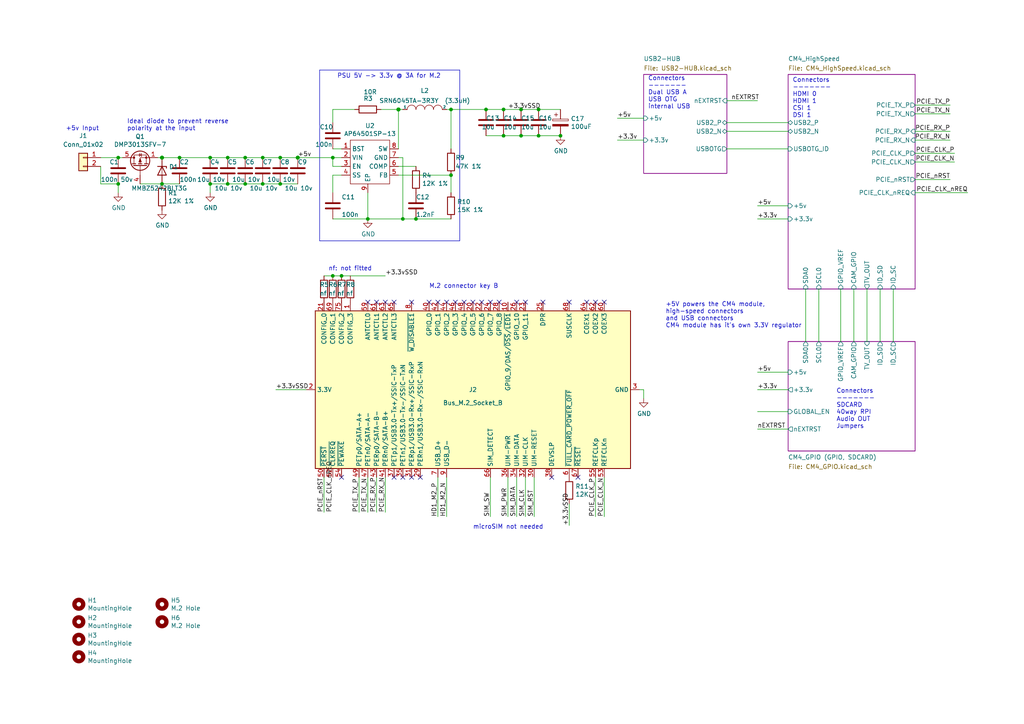
<source format=kicad_sch>
(kicad_sch (version 20220328) (generator eeschema)

  (uuid 9bdfb27f-c9ad-4974-8286-b25e5ffa2770)

  (paper "A4")

  (title_block
    (title "Balthazar CM4 IO Board - Top Level")
    (rev "1")
  )

  (lib_symbols
    (symbol "CM4IO:AP64351" (in_bom yes) (on_board yes)
      (property "Reference" "U" (id 0) (at 0 8.89 0)
        (effects (font (size 1.27 1.27)))
      )
      (property "Value" "AP64351" (id 1) (at 1.27 6.35 0)
        (effects (font (size 1.27 1.27)))
      )
      (property "Footprint" "Package_SO:SOIC-8-1EP_3.9x4.9mm_P1.27mm_EP2.95x4.9mm_Mask2.71x3.4mm_ThermalVias" (id 2) (at 0 0 0)
        (effects (font (size 1.27 1.27)) hide)
      )
      (property "Datasheet" "" (id 3) (at 0 0 0)
        (effects (font (size 1.27 1.27)) hide)
      )
      (symbol "AP64351_0_1"
        (rectangle (start -5.08 5.08) (end 6.35 -7.62)
          (stroke (width 0) (type default))
          (fill (type none))
        )
      )
      (symbol "AP64351_1_1"
        (pin passive line (at -7.62 2.54 0) (length 2.54)
          (name "BST" (effects (font (size 1.27 1.27))))
          (number "1" (effects (font (size 1.27 1.27))))
        )
        (pin power_in line (at -7.62 0 0) (length 2.54)
          (name "VIN" (effects (font (size 1.27 1.27))))
          (number "2" (effects (font (size 1.27 1.27))))
        )
        (pin input line (at -7.62 -2.54 0) (length 2.54)
          (name "EN" (effects (font (size 1.27 1.27))))
          (number "3" (effects (font (size 1.27 1.27))))
        )
        (pin input line (at -7.62 -5.08 0) (length 2.54)
          (name "SS" (effects (font (size 1.27 1.27))))
          (number "4" (effects (font (size 1.27 1.27))))
        )
        (pin input line (at 8.89 -5.08 180) (length 2.54)
          (name "FB" (effects (font (size 1.27 1.27))))
          (number "5" (effects (font (size 1.27 1.27))))
        )
        (pin input line (at 8.89 -2.54 180) (length 2.54)
          (name "COMP" (effects (font (size 1.27 1.27))))
          (number "6" (effects (font (size 1.27 1.27))))
        )
        (pin power_in line (at 8.89 0 180) (length 2.54)
          (name "GND" (effects (font (size 1.27 1.27))))
          (number "7" (effects (font (size 1.27 1.27))))
        )
        (pin output line (at 8.89 2.54 180) (length 2.54)
          (name "SW" (effects (font (size 1.27 1.27))))
          (number "8" (effects (font (size 1.27 1.27))))
        )
        (pin passive line (at 0 -10.16 90) (length 2.54)
          (name "EP" (effects (font (size 1.27 1.27))))
          (number "9" (effects (font (size 1.27 1.27))))
        )
      )
    )
    (symbol "Connector:Bus_M.2_Socket_B" (in_bom yes) (on_board yes)
      (property "Reference" "J" (id 0) (at -22.86 46.99 0)
        (effects (font (size 1.27 1.27)) (justify left))
      )
      (property "Value" "Bus_M.2_Socket_B" (id 1) (at 16.51 46.99 0)
        (effects (font (size 1.27 1.27)))
      )
      (property "Footprint" "" (id 2) (at 0 26.67 0)
        (effects (font (size 1.27 1.27)) hide)
      )
      (property "Datasheet" "http://read.pudn.com/downloads794/doc/project/3133918/PCIe_M.2_Electromechanical_Spec_Rev1.0_Final_11012013_RS_Clean.pdf#page=154" (id 3) (at 0 26.67 0)
        (effects (font (size 1.27 1.27)) hide)
      )
      (property "ki_keywords" "M2 NGNF PCI-E" (id 4) (at 0 0 0)
        (effects (font (size 1.27 1.27)) hide)
      )
      (property "ki_description" "M.2 Socket 2 Mechanical Key B" (id 5) (at 0 0 0)
        (effects (font (size 1.27 1.27)) hide)
      )
      (property "ki_fp_filters" "*M*2*B*" (id 6) (at 0 0 0)
        (effects (font (size 1.27 1.27)) hide)
      )
      (symbol "Bus_M.2_Socket_B_0_1"
        (rectangle (start -22.86 45.72) (end 22.86 -45.72)
          (stroke (width 0.254) (type default))
          (fill (type background))
        )
      )
      (symbol "Bus_M.2_Socket_B_1_1"
        (pin input line (at 25.4 35.56 180) (length 2.54)
          (name "CONFIG_3" (effects (font (size 1.27 1.27))))
          (number "1" (effects (font (size 1.27 1.27))))
        )
        (pin bidirectional line (at 25.4 -10.16 180) (length 2.54)
          (name "GPIO_9/DAS/~{DSS}/~{LED1}" (effects (font (size 1.27 1.27))))
          (number "10" (effects (font (size 1.27 1.27))))
        )
        (pin passive line (at 0 -48.26 90) (length 2.54) hide
          (name "GND" (effects (font (size 1.27 1.27))))
          (number "11" (effects (font (size 1.27 1.27))))
        )
        (pin power_in line (at 0 48.26 270) (length 2.54)
          (name "3.3V" (effects (font (size 1.27 1.27))))
          (number "2" (effects (font (size 1.27 1.27))))
        )
        (pin bidirectional line (at 25.4 0 180) (length 2.54)
          (name "GPIO_5" (effects (font (size 1.27 1.27))))
          (number "20" (effects (font (size 1.27 1.27))))
        )
        (pin input line (at 25.4 43.18 180) (length 2.54)
          (name "CONFIG_0" (effects (font (size 1.27 1.27))))
          (number "21" (effects (font (size 1.27 1.27))))
        )
        (pin bidirectional line (at 25.4 -2.54 180) (length 2.54)
          (name "GPIO_6" (effects (font (size 1.27 1.27))))
          (number "22" (effects (font (size 1.27 1.27))))
        )
        (pin bidirectional line (at 25.4 -15.24 180) (length 2.54)
          (name "GPIO_11" (effects (font (size 1.27 1.27))))
          (number "23" (effects (font (size 1.27 1.27))))
        )
        (pin bidirectional line (at 25.4 -5.08 180) (length 2.54)
          (name "GPIO_7" (effects (font (size 1.27 1.27))))
          (number "24" (effects (font (size 1.27 1.27))))
        )
        (pin output line (at 25.4 -20.32 180) (length 2.54)
          (name "DPR" (effects (font (size 1.27 1.27))))
          (number "25" (effects (font (size 1.27 1.27))))
        )
        (pin bidirectional line (at 25.4 -12.7 180) (length 2.54)
          (name "GPIO_10" (effects (font (size 1.27 1.27))))
          (number "26" (effects (font (size 1.27 1.27))))
        )
        (pin passive line (at 0 -48.26 90) (length 2.54) hide
          (name "GND" (effects (font (size 1.27 1.27))))
          (number "27" (effects (font (size 1.27 1.27))))
        )
        (pin bidirectional line (at 25.4 -7.62 180) (length 2.54)
          (name "GPIO_8" (effects (font (size 1.27 1.27))))
          (number "28" (effects (font (size 1.27 1.27))))
        )
        (pin input line (at -25.4 15.24 0) (length 2.54)
          (name "PERn1/USB3.0-Rx-/SSIC-RxN" (effects (font (size 1.27 1.27))))
          (number "29" (effects (font (size 1.27 1.27))))
        )
        (pin power_in line (at 0 -48.26 90) (length 2.54)
          (name "GND" (effects (font (size 1.27 1.27))))
          (number "3" (effects (font (size 1.27 1.27))))
        )
        (pin input line (at -25.4 -17.78 0) (length 2.54)
          (name "UIM-RESET" (effects (font (size 1.27 1.27))))
          (number "30" (effects (font (size 1.27 1.27))))
        )
        (pin input line (at -25.4 17.78 0) (length 2.54)
          (name "PERp1/USB3.0-Rx+/SSIC-RxP" (effects (font (size 1.27 1.27))))
          (number "31" (effects (font (size 1.27 1.27))))
        )
        (pin input line (at -25.4 -15.24 0) (length 2.54)
          (name "UIM-CLK" (effects (font (size 1.27 1.27))))
          (number "32" (effects (font (size 1.27 1.27))))
        )
        (pin passive line (at 0 -48.26 90) (length 2.54) hide
          (name "GND" (effects (font (size 1.27 1.27))))
          (number "33" (effects (font (size 1.27 1.27))))
        )
        (pin bidirectional line (at -25.4 -12.7 0) (length 2.54)
          (name "UIM-DATA" (effects (font (size 1.27 1.27))))
          (number "34" (effects (font (size 1.27 1.27))))
        )
        (pin output line (at -25.4 20.32 0) (length 2.54)
          (name "PETn1/USB3.0-Tx-/SSIC-TxN" (effects (font (size 1.27 1.27))))
          (number "35" (effects (font (size 1.27 1.27))))
        )
        (pin input line (at -25.4 -10.16 0) (length 2.54)
          (name "UIM-PWR" (effects (font (size 1.27 1.27))))
          (number "36" (effects (font (size 1.27 1.27))))
        )
        (pin output line (at -25.4 22.86 0) (length 2.54)
          (name "PETp1/USB3.0-Tx+/SSIC-TxP" (effects (font (size 1.27 1.27))))
          (number "37" (effects (font (size 1.27 1.27))))
        )
        (pin output line (at -25.4 -22.86 0) (length 2.54)
          (name "DEVSLP" (effects (font (size 1.27 1.27))))
          (number "38" (effects (font (size 1.27 1.27))))
        )
        (pin passive line (at 0 -48.26 90) (length 2.54) hide
          (name "GND" (effects (font (size 1.27 1.27))))
          (number "39" (effects (font (size 1.27 1.27))))
        )
        (pin passive line (at 0 48.26 270) (length 2.54) hide
          (name "3.3V" (effects (font (size 1.27 1.27))))
          (number "4" (effects (font (size 1.27 1.27))))
        )
        (pin bidirectional line (at 25.4 12.7 180) (length 2.54)
          (name "GPIO_0" (effects (font (size 1.27 1.27))))
          (number "40" (effects (font (size 1.27 1.27))))
        )
        (pin input line (at -25.4 25.4 0) (length 2.54)
          (name "PERn0/SATA-B+" (effects (font (size 1.27 1.27))))
          (number "41" (effects (font (size 1.27 1.27))))
        )
        (pin bidirectional line (at 25.4 10.16 180) (length 2.54)
          (name "GPIO_1" (effects (font (size 1.27 1.27))))
          (number "42" (effects (font (size 1.27 1.27))))
        )
        (pin input line (at -25.4 27.94 0) (length 2.54)
          (name "PERp0/SATA-B-" (effects (font (size 1.27 1.27))))
          (number "43" (effects (font (size 1.27 1.27))))
        )
        (pin bidirectional line (at 25.4 7.62 180) (length 2.54)
          (name "GPIO_2" (effects (font (size 1.27 1.27))))
          (number "44" (effects (font (size 1.27 1.27))))
        )
        (pin passive line (at 0 -48.26 90) (length 2.54) hide
          (name "GND" (effects (font (size 1.27 1.27))))
          (number "45" (effects (font (size 1.27 1.27))))
        )
        (pin bidirectional line (at 25.4 5.08 180) (length 2.54)
          (name "GPIO_3" (effects (font (size 1.27 1.27))))
          (number "46" (effects (font (size 1.27 1.27))))
        )
        (pin output line (at -25.4 30.48 0) (length 2.54)
          (name "PETn0/SATA-A-" (effects (font (size 1.27 1.27))))
          (number "47" (effects (font (size 1.27 1.27))))
        )
        (pin bidirectional line (at 25.4 2.54 180) (length 2.54)
          (name "GPIO_4" (effects (font (size 1.27 1.27))))
          (number "48" (effects (font (size 1.27 1.27))))
        )
        (pin output line (at -25.4 33.02 0) (length 2.54)
          (name "PETp0/SATA-A+" (effects (font (size 1.27 1.27))))
          (number "49" (effects (font (size 1.27 1.27))))
        )
        (pin passive line (at 0 -48.26 90) (length 2.54) hide
          (name "GND" (effects (font (size 1.27 1.27))))
          (number "5" (effects (font (size 1.27 1.27))))
        )
        (pin output line (at -25.4 43.18 0) (length 2.54)
          (name "~{PERST}" (effects (font (size 1.27 1.27))))
          (number "50" (effects (font (size 1.27 1.27))))
        )
        (pin passive line (at 0 -48.26 90) (length 2.54) hide
          (name "GND" (effects (font (size 1.27 1.27))))
          (number "51" (effects (font (size 1.27 1.27))))
        )
        (pin bidirectional line (at -25.4 40.64 0) (length 2.54)
          (name "~{CLKREQ}" (effects (font (size 1.27 1.27))))
          (number "52" (effects (font (size 1.27 1.27))))
        )
        (pin output line (at -25.4 -38.1 0) (length 2.54)
          (name "REFCLKn" (effects (font (size 1.27 1.27))))
          (number "53" (effects (font (size 1.27 1.27))))
        )
        (pin bidirectional line (at -25.4 38.1 0) (length 2.54)
          (name "~{PEWAKE}" (effects (font (size 1.27 1.27))))
          (number "54" (effects (font (size 1.27 1.27))))
        )
        (pin output line (at -25.4 -35.56 0) (length 2.54)
          (name "REFCLKp" (effects (font (size 1.27 1.27))))
          (number "55" (effects (font (size 1.27 1.27))))
        )
        (pin no_connect line (at 22.86 -43.18 180) (length 2.54) hide
          (name "NC" (effects (font (size 1.27 1.27))))
          (number "56" (effects (font (size 1.27 1.27))))
        )
        (pin passive line (at 0 -48.26 90) (length 2.54) hide
          (name "GND" (effects (font (size 1.27 1.27))))
          (number "57" (effects (font (size 1.27 1.27))))
        )
        (pin no_connect line (at 22.86 -40.64 180) (length 2.54) hide
          (name "NC" (effects (font (size 1.27 1.27))))
          (number "58" (effects (font (size 1.27 1.27))))
        )
        (pin input line (at 25.4 30.48 180) (length 2.54)
          (name "ANTCTL0" (effects (font (size 1.27 1.27))))
          (number "59" (effects (font (size 1.27 1.27))))
        )
        (pin output line (at -25.4 -27.94 0) (length 2.54)
          (name "~{FULL_CARD_POWER_OFF}" (effects (font (size 1.27 1.27))))
          (number "6" (effects (font (size 1.27 1.27))))
        )
        (pin bidirectional line (at 25.4 -38.1 180) (length 2.54)
          (name "COEX3" (effects (font (size 1.27 1.27))))
          (number "60" (effects (font (size 1.27 1.27))))
        )
        (pin input line (at 25.4 27.94 180) (length 2.54)
          (name "ANTCTL1" (effects (font (size 1.27 1.27))))
          (number "61" (effects (font (size 1.27 1.27))))
        )
        (pin bidirectional line (at 25.4 -35.56 180) (length 2.54)
          (name "COEX2" (effects (font (size 1.27 1.27))))
          (number "62" (effects (font (size 1.27 1.27))))
        )
        (pin input line (at 25.4 25.4 180) (length 2.54)
          (name "ANTCTL2" (effects (font (size 1.27 1.27))))
          (number "63" (effects (font (size 1.27 1.27))))
        )
        (pin bidirectional line (at 25.4 -33.02 180) (length 2.54)
          (name "COEX1" (effects (font (size 1.27 1.27))))
          (number "64" (effects (font (size 1.27 1.27))))
        )
        (pin input line (at 25.4 22.86 180) (length 2.54)
          (name "ANTCTL3" (effects (font (size 1.27 1.27))))
          (number "65" (effects (font (size 1.27 1.27))))
        )
        (pin output line (at -25.4 -5.08 0) (length 2.54)
          (name "SIM_DETECT" (effects (font (size 1.27 1.27))))
          (number "66" (effects (font (size 1.27 1.27))))
        )
        (pin output line (at -25.4 -30.48 0) (length 2.54)
          (name "~{RESET}" (effects (font (size 1.27 1.27))))
          (number "67" (effects (font (size 1.27 1.27))))
        )
        (pin output line (at 25.4 -27.94 180) (length 2.54)
          (name "SUSCLK" (effects (font (size 1.27 1.27))))
          (number "68" (effects (font (size 1.27 1.27))))
        )
        (pin input line (at 25.4 40.64 180) (length 2.54)
          (name "CONFIG_1" (effects (font (size 1.27 1.27))))
          (number "69" (effects (font (size 1.27 1.27))))
        )
        (pin bidirectional line (at -25.4 10.16 0) (length 2.54)
          (name "USB_D+" (effects (font (size 1.27 1.27))))
          (number "7" (effects (font (size 1.27 1.27))))
        )
        (pin passive line (at 0 48.26 270) (length 2.54) hide
          (name "3.3V" (effects (font (size 1.27 1.27))))
          (number "70" (effects (font (size 1.27 1.27))))
        )
        (pin passive line (at 0 -48.26 90) (length 2.54) hide
          (name "GND" (effects (font (size 1.27 1.27))))
          (number "71" (effects (font (size 1.27 1.27))))
        )
        (pin passive line (at 0 48.26 270) (length 2.54) hide
          (name "3.3V" (effects (font (size 1.27 1.27))))
          (number "72" (effects (font (size 1.27 1.27))))
        )
        (pin passive line (at 0 -48.26 90) (length 2.54) hide
          (name "GND" (effects (font (size 1.27 1.27))))
          (number "73" (effects (font (size 1.27 1.27))))
        )
        (pin passive line (at 0 48.26 270) (length 2.54) hide
          (name "3.3V" (effects (font (size 1.27 1.27))))
          (number "74" (effects (font (size 1.27 1.27))))
        )
        (pin input line (at 25.4 38.1 180) (length 2.54)
          (name "CONFIG_2" (effects (font (size 1.27 1.27))))
          (number "75" (effects (font (size 1.27 1.27))))
        )
        (pin output line (at 25.4 17.78 180) (length 2.54)
          (name "~{W_DISABLE1}" (effects (font (size 1.27 1.27))))
          (number "8" (effects (font (size 1.27 1.27))))
        )
        (pin bidirectional line (at -25.4 7.62 0) (length 2.54)
          (name "USB_D-" (effects (font (size 1.27 1.27))))
          (number "9" (effects (font (size 1.27 1.27))))
        )
      )
    )
    (symbol "Connector_Generic:Conn_01x02" (pin_names (offset 1.016) hide) (in_bom yes) (on_board yes)
      (property "Reference" "J" (id 0) (at 0 2.54 0)
        (effects (font (size 1.27 1.27)))
      )
      (property "Value" "Conn_01x02" (id 1) (at 0 -5.08 0)
        (effects (font (size 1.27 1.27)))
      )
      (property "Footprint" "" (id 2) (at 0 0 0)
        (effects (font (size 1.27 1.27)) hide)
      )
      (property "Datasheet" "~" (id 3) (at 0 0 0)
        (effects (font (size 1.27 1.27)) hide)
      )
      (property "ki_keywords" "connector" (id 4) (at 0 0 0)
        (effects (font (size 1.27 1.27)) hide)
      )
      (property "ki_description" "Generic connector, single row, 01x02, script generated (kicad-library-utils/schlib/autogen/connector/)" (id 5) (at 0 0 0)
        (effects (font (size 1.27 1.27)) hide)
      )
      (property "ki_fp_filters" "Connector*:*_1x??_*" (id 6) (at 0 0 0)
        (effects (font (size 1.27 1.27)) hide)
      )
      (symbol "Conn_01x02_1_1"
        (rectangle (start -1.27 -2.413) (end 0 -2.667)
          (stroke (width 0.1524) (type default))
          (fill (type none))
        )
        (rectangle (start -1.27 0.127) (end 0 -0.127)
          (stroke (width 0.1524) (type default))
          (fill (type none))
        )
        (rectangle (start -1.27 1.27) (end 1.27 -3.81)
          (stroke (width 0.254) (type default))
          (fill (type background))
        )
        (pin passive line (at -5.08 0 0) (length 3.81)
          (name "Pin_1" (effects (font (size 1.27 1.27))))
          (number "1" (effects (font (size 1.27 1.27))))
        )
        (pin passive line (at -5.08 -2.54 0) (length 3.81)
          (name "Pin_2" (effects (font (size 1.27 1.27))))
          (number "2" (effects (font (size 1.27 1.27))))
        )
      )
    )
    (symbol "Device:C" (pin_numbers hide) (pin_names (offset 0.254)) (in_bom yes) (on_board yes)
      (property "Reference" "C" (id 0) (at 0.635 2.54 0)
        (effects (font (size 1.27 1.27)) (justify left))
      )
      (property "Value" "C" (id 1) (at 0.635 -2.54 0)
        (effects (font (size 1.27 1.27)) (justify left))
      )
      (property "Footprint" "" (id 2) (at 0.9652 -3.81 0)
        (effects (font (size 1.27 1.27)) hide)
      )
      (property "Datasheet" "~" (id 3) (at 0 0 0)
        (effects (font (size 1.27 1.27)) hide)
      )
      (property "ki_keywords" "cap capacitor" (id 4) (at 0 0 0)
        (effects (font (size 1.27 1.27)) hide)
      )
      (property "ki_description" "Unpolarized capacitor" (id 5) (at 0 0 0)
        (effects (font (size 1.27 1.27)) hide)
      )
      (property "ki_fp_filters" "C_*" (id 6) (at 0 0 0)
        (effects (font (size 1.27 1.27)) hide)
      )
      (symbol "C_0_1"
        (polyline
          (pts
            (xy -2.032 -0.762)
            (xy 2.032 -0.762)
          )
          (stroke (width 0.508) (type default))
          (fill (type none))
        )
        (polyline
          (pts
            (xy -2.032 0.762)
            (xy 2.032 0.762)
          )
          (stroke (width 0.508) (type default))
          (fill (type none))
        )
      )
      (symbol "C_1_1"
        (pin passive line (at 0 3.81 270) (length 2.794)
          (name "~" (effects (font (size 1.27 1.27))))
          (number "1" (effects (font (size 1.27 1.27))))
        )
        (pin passive line (at 0 -3.81 90) (length 2.794)
          (name "~" (effects (font (size 1.27 1.27))))
          (number "2" (effects (font (size 1.27 1.27))))
        )
      )
    )
    (symbol "Device:CP" (pin_numbers hide) (pin_names (offset 0.254)) (in_bom yes) (on_board yes)
      (property "Reference" "C" (id 0) (at 0.635 2.54 0)
        (effects (font (size 1.27 1.27)) (justify left))
      )
      (property "Value" "CP" (id 1) (at 0.635 -2.54 0)
        (effects (font (size 1.27 1.27)) (justify left))
      )
      (property "Footprint" "" (id 2) (at 0.9652 -3.81 0)
        (effects (font (size 1.27 1.27)) hide)
      )
      (property "Datasheet" "~" (id 3) (at 0 0 0)
        (effects (font (size 1.27 1.27)) hide)
      )
      (property "ki_keywords" "cap capacitor" (id 4) (at 0 0 0)
        (effects (font (size 1.27 1.27)) hide)
      )
      (property "ki_description" "Polarized capacitor" (id 5) (at 0 0 0)
        (effects (font (size 1.27 1.27)) hide)
      )
      (property "ki_fp_filters" "CP_*" (id 6) (at 0 0 0)
        (effects (font (size 1.27 1.27)) hide)
      )
      (symbol "CP_0_1"
        (rectangle (start -2.286 0.508) (end 2.286 1.016)
          (stroke (width 0) (type default))
          (fill (type none))
        )
        (polyline
          (pts
            (xy -1.778 2.286)
            (xy -0.762 2.286)
          )
          (stroke (width 0) (type default))
          (fill (type none))
        )
        (polyline
          (pts
            (xy -1.27 2.794)
            (xy -1.27 1.778)
          )
          (stroke (width 0) (type default))
          (fill (type none))
        )
        (rectangle (start 2.286 -0.508) (end -2.286 -1.016)
          (stroke (width 0) (type default))
          (fill (type outline))
        )
      )
      (symbol "CP_1_1"
        (pin passive line (at 0 3.81 270) (length 2.794)
          (name "~" (effects (font (size 1.27 1.27))))
          (number "1" (effects (font (size 1.27 1.27))))
        )
        (pin passive line (at 0 -3.81 90) (length 2.794)
          (name "~" (effects (font (size 1.27 1.27))))
          (number "2" (effects (font (size 1.27 1.27))))
        )
      )
    )
    (symbol "Device:R" (pin_numbers hide) (pin_names (offset 0)) (in_bom yes) (on_board yes)
      (property "Reference" "R" (id 0) (at 2.032 0 90)
        (effects (font (size 1.27 1.27)))
      )
      (property "Value" "R" (id 1) (at 0 0 90)
        (effects (font (size 1.27 1.27)))
      )
      (property "Footprint" "" (id 2) (at -1.778 0 90)
        (effects (font (size 1.27 1.27)) hide)
      )
      (property "Datasheet" "~" (id 3) (at 0 0 0)
        (effects (font (size 1.27 1.27)) hide)
      )
      (property "ki_keywords" "R res resistor" (id 4) (at 0 0 0)
        (effects (font (size 1.27 1.27)) hide)
      )
      (property "ki_description" "Resistor" (id 5) (at 0 0 0)
        (effects (font (size 1.27 1.27)) hide)
      )
      (property "ki_fp_filters" "R_*" (id 6) (at 0 0 0)
        (effects (font (size 1.27 1.27)) hide)
      )
      (symbol "R_0_1"
        (rectangle (start -1.016 -2.54) (end 1.016 2.54)
          (stroke (width 0.254) (type default))
          (fill (type none))
        )
      )
      (symbol "R_1_1"
        (pin passive line (at 0 3.81 270) (length 1.27)
          (name "~" (effects (font (size 1.27 1.27))))
          (number "1" (effects (font (size 1.27 1.27))))
        )
        (pin passive line (at 0 -3.81 90) (length 1.27)
          (name "~" (effects (font (size 1.27 1.27))))
          (number "2" (effects (font (size 1.27 1.27))))
        )
      )
    )
    (symbol "Diode:BZX84Cxx" (pin_numbers hide) (pin_names hide) (in_bom yes) (on_board yes)
      (property "Reference" "D" (id 0) (at 0 2.54 0)
        (effects (font (size 1.27 1.27)))
      )
      (property "Value" "BZX84Cxx" (id 1) (at 0 -2.54 0)
        (effects (font (size 1.27 1.27)))
      )
      (property "Footprint" "Diode_SMD:D_SOT-23_ANK" (id 2) (at 0 -4.445 0)
        (effects (font (size 1.27 1.27)) hide)
      )
      (property "Datasheet" "https://diotec.com/tl_files/diotec/files/pdf/datasheets/bzx84c2v4.pdf" (id 3) (at 0 0 0)
        (effects (font (size 1.27 1.27)) hide)
      )
      (property "ki_keywords" "zener diode" (id 4) (at 0 0 0)
        (effects (font (size 1.27 1.27)) hide)
      )
      (property "ki_description" "300mW Zener Diode, SOT-23" (id 5) (at 0 0 0)
        (effects (font (size 1.27 1.27)) hide)
      )
      (property "ki_fp_filters" "D*SOT?23*ANK*" (id 6) (at 0 0 0)
        (effects (font (size 1.27 1.27)) hide)
      )
      (symbol "BZX84Cxx_0_1"
        (polyline
          (pts
            (xy 1.27 0)
            (xy -1.27 0)
          )
          (stroke (width 0) (type default))
          (fill (type none))
        )
        (polyline
          (pts
            (xy -1.27 -1.27)
            (xy -1.27 1.27)
            (xy -0.762 1.27)
          )
          (stroke (width 0.254) (type default))
          (fill (type none))
        )
        (polyline
          (pts
            (xy 1.27 -1.27)
            (xy 1.27 1.27)
            (xy -1.27 0)
            (xy 1.27 -1.27)
          )
          (stroke (width 0.254) (type default))
          (fill (type none))
        )
      )
      (symbol "BZX84Cxx_1_1"
        (pin passive line (at -3.81 0 0) (length 2.54)
          (name "K" (effects (font (size 1.27 1.27))))
          (number "1" (effects (font (size 1.27 1.27))))
        )
        (pin passive line (at 3.81 0 180) (length 2.54)
          (name "A" (effects (font (size 1.27 1.27))))
          (number "2" (effects (font (size 1.27 1.27))))
        )
      )
    )
    (symbol "Mechanical:MountingHole" (pin_names (offset 1.016)) (in_bom yes) (on_board yes)
      (property "Reference" "H" (id 0) (at 0 5.08 0)
        (effects (font (size 1.27 1.27)))
      )
      (property "Value" "MountingHole" (id 1) (at 0 3.175 0)
        (effects (font (size 1.27 1.27)))
      )
      (property "Footprint" "" (id 2) (at 0 0 0)
        (effects (font (size 1.27 1.27)) hide)
      )
      (property "Datasheet" "~" (id 3) (at 0 0 0)
        (effects (font (size 1.27 1.27)) hide)
      )
      (property "ki_keywords" "mounting hole" (id 4) (at 0 0 0)
        (effects (font (size 1.27 1.27)) hide)
      )
      (property "ki_description" "Mounting Hole without connection" (id 5) (at 0 0 0)
        (effects (font (size 1.27 1.27)) hide)
      )
      (property "ki_fp_filters" "MountingHole*" (id 6) (at 0 0 0)
        (effects (font (size 1.27 1.27)) hide)
      )
      (symbol "MountingHole_0_1"
        (circle (center 0 0) (radius 1.27)
          (stroke (width 1.27) (type default))
          (fill (type none))
        )
      )
    )
    (symbol "MountingHole_1" (pin_names (offset 1.016)) (in_bom yes) (on_board yes)
      (property "Reference" "H" (id 0) (at 0 5.08 0)
        (effects (font (size 1.27 1.27)))
      )
      (property "Value" "MountingHole_1" (id 1) (at 0 3.175 0)
        (effects (font (size 1.27 1.27)))
      )
      (property "Footprint" "" (id 2) (at 0 0 0)
        (effects (font (size 1.27 1.27)) hide)
      )
      (property "Datasheet" "~" (id 3) (at 0 0 0)
        (effects (font (size 1.27 1.27)) hide)
      )
      (property "ki_keywords" "mounting hole" (id 4) (at 0 0 0)
        (effects (font (size 1.27 1.27)) hide)
      )
      (property "ki_description" "Mounting Hole without connection" (id 5) (at 0 0 0)
        (effects (font (size 1.27 1.27)) hide)
      )
      (property "ki_fp_filters" "MountingHole*" (id 6) (at 0 0 0)
        (effects (font (size 1.27 1.27)) hide)
      )
      (symbol "MountingHole_1_0_1"
        (circle (center 0 0) (radius 1.27)
          (stroke (width 1.27) (type default))
          (fill (type none))
        )
      )
    )
    (symbol "MountingHole_2" (pin_names (offset 1.016)) (in_bom yes) (on_board yes)
      (property "Reference" "H" (id 0) (at 0 5.08 0)
        (effects (font (size 1.27 1.27)))
      )
      (property "Value" "MountingHole_2" (id 1) (at 0 3.175 0)
        (effects (font (size 1.27 1.27)))
      )
      (property "Footprint" "" (id 2) (at 0 0 0)
        (effects (font (size 1.27 1.27)) hide)
      )
      (property "Datasheet" "~" (id 3) (at 0 0 0)
        (effects (font (size 1.27 1.27)) hide)
      )
      (property "ki_keywords" "mounting hole" (id 4) (at 0 0 0)
        (effects (font (size 1.27 1.27)) hide)
      )
      (property "ki_description" "Mounting Hole without connection" (id 5) (at 0 0 0)
        (effects (font (size 1.27 1.27)) hide)
      )
      (property "ki_fp_filters" "MountingHole*" (id 6) (at 0 0 0)
        (effects (font (size 1.27 1.27)) hide)
      )
      (symbol "MountingHole_2_0_1"
        (circle (center 0 0) (radius 1.27)
          (stroke (width 1.27) (type default))
          (fill (type none))
        )
      )
    )
    (symbol "MountingHole_3" (pin_names (offset 1.016)) (in_bom yes) (on_board yes)
      (property "Reference" "H" (id 0) (at 0 5.08 0)
        (effects (font (size 1.27 1.27)))
      )
      (property "Value" "MountingHole_3" (id 1) (at 0 3.175 0)
        (effects (font (size 1.27 1.27)))
      )
      (property "Footprint" "" (id 2) (at 0 0 0)
        (effects (font (size 1.27 1.27)) hide)
      )
      (property "Datasheet" "~" (id 3) (at 0 0 0)
        (effects (font (size 1.27 1.27)) hide)
      )
      (property "ki_keywords" "mounting hole" (id 4) (at 0 0 0)
        (effects (font (size 1.27 1.27)) hide)
      )
      (property "ki_description" "Mounting Hole without connection" (id 5) (at 0 0 0)
        (effects (font (size 1.27 1.27)) hide)
      )
      (property "ki_fp_filters" "MountingHole*" (id 6) (at 0 0 0)
        (effects (font (size 1.27 1.27)) hide)
      )
      (symbol "MountingHole_3_0_1"
        (circle (center 0 0) (radius 1.27)
          (stroke (width 1.27) (type default))
          (fill (type none))
        )
      )
    )
    (symbol "Transistor_FET:DMP3013SFV" (pin_names hide) (in_bom yes) (on_board yes)
      (property "Reference" "Q" (id 0) (at 5.08 1.905 0)
        (effects (font (size 1.27 1.27)) (justify left))
      )
      (property "Value" "DMP3013SFV" (id 1) (at 5.08 0 0)
        (effects (font (size 1.27 1.27)) (justify left))
      )
      (property "Footprint" "Package_SON:Diodes_PowerDI3333-8" (id 2) (at 5.08 -1.905 0)
        (effects (font (size 1.27 1.27) italic) (justify left) hide)
      )
      (property "Datasheet" "https://www.diodes.com/assets/Datasheets/DMP3013SFV.pdf" (id 3) (at 0 0 90)
        (effects (font (size 1.27 1.27)) (justify left) hide)
      )
      (property "ki_keywords" "P-Channel MOSFET" (id 4) (at 0 0 0)
        (effects (font (size 1.27 1.27)) hide)
      )
      (property "ki_description" "-12A Id, -30V Vds, P-Channel Power MOSFET, 9.5mOhm Ron, 33.7nC Qg (typ), PowerDI3333-8" (id 5) (at 0 0 0)
        (effects (font (size 1.27 1.27)) hide)
      )
      (property "ki_fp_filters" "Diodes*PowerDI3333*" (id 6) (at 0 0 0)
        (effects (font (size 1.27 1.27)) hide)
      )
      (symbol "DMP3013SFV_0_1"
        (polyline
          (pts
            (xy 0.254 0)
            (xy -2.54 0)
          )
          (stroke (width 0) (type default))
          (fill (type none))
        )
        (polyline
          (pts
            (xy 0.254 1.905)
            (xy 0.254 -1.905)
          )
          (stroke (width 0.254) (type default))
          (fill (type none))
        )
        (polyline
          (pts
            (xy 0.762 -1.27)
            (xy 0.762 -2.286)
          )
          (stroke (width 0.254) (type default))
          (fill (type none))
        )
        (polyline
          (pts
            (xy 0.762 0.508)
            (xy 0.762 -0.508)
          )
          (stroke (width 0.254) (type default))
          (fill (type none))
        )
        (polyline
          (pts
            (xy 0.762 2.286)
            (xy 0.762 1.27)
          )
          (stroke (width 0.254) (type default))
          (fill (type none))
        )
        (polyline
          (pts
            (xy 2.54 2.54)
            (xy 2.54 1.778)
          )
          (stroke (width 0) (type default))
          (fill (type none))
        )
        (polyline
          (pts
            (xy 2.54 -2.54)
            (xy 2.54 0)
            (xy 0.762 0)
          )
          (stroke (width 0) (type default))
          (fill (type none))
        )
        (polyline
          (pts
            (xy 0.762 1.778)
            (xy 3.302 1.778)
            (xy 3.302 -1.778)
            (xy 0.762 -1.778)
          )
          (stroke (width 0) (type default))
          (fill (type none))
        )
        (polyline
          (pts
            (xy 2.286 0)
            (xy 1.27 0.381)
            (xy 1.27 -0.381)
            (xy 2.286 0)
          )
          (stroke (width 0) (type default))
          (fill (type outline))
        )
        (polyline
          (pts
            (xy 2.794 -0.508)
            (xy 2.921 -0.381)
            (xy 3.683 -0.381)
            (xy 3.81 -0.254)
          )
          (stroke (width 0) (type default))
          (fill (type none))
        )
        (polyline
          (pts
            (xy 3.302 -0.381)
            (xy 2.921 0.254)
            (xy 3.683 0.254)
            (xy 3.302 -0.381)
          )
          (stroke (width 0) (type default))
          (fill (type none))
        )
        (circle (center 1.651 0) (radius 2.794)
          (stroke (width 0.254) (type default))
          (fill (type none))
        )
        (circle (center 2.54 -1.778) (radius 0.254)
          (stroke (width 0) (type default))
          (fill (type outline))
        )
        (circle (center 2.54 1.778) (radius 0.254)
          (stroke (width 0) (type default))
          (fill (type outline))
        )
      )
      (symbol "DMP3013SFV_1_1"
        (pin passive line (at 2.54 -5.08 90) (length 2.54)
          (name "S" (effects (font (size 1.27 1.27))))
          (number "1" (effects (font (size 1.27 1.27))))
        )
        (pin passive line (at 2.54 -5.08 90) (length 2.54) hide
          (name "S" (effects (font (size 1.27 1.27))))
          (number "2" (effects (font (size 1.27 1.27))))
        )
        (pin passive line (at 2.54 -5.08 90) (length 2.54) hide
          (name "S" (effects (font (size 1.27 1.27))))
          (number "3" (effects (font (size 1.27 1.27))))
        )
        (pin passive line (at -5.08 0 0) (length 2.54)
          (name "G" (effects (font (size 1.27 1.27))))
          (number "4" (effects (font (size 1.27 1.27))))
        )
        (pin passive line (at 2.54 5.08 270) (length 2.54)
          (name "D" (effects (font (size 1.27 1.27))))
          (number "5" (effects (font (size 1.27 1.27))))
        )
      )
    )
    (symbol "power:GND" (power) (pin_names (offset 0)) (in_bom yes) (on_board yes)
      (property "Reference" "#PWR" (id 0) (at 0 -6.35 0)
        (effects (font (size 1.27 1.27)) hide)
      )
      (property "Value" "GND" (id 1) (at 0 -3.81 0)
        (effects (font (size 1.27 1.27)))
      )
      (property "Footprint" "" (id 2) (at 0 0 0)
        (effects (font (size 1.27 1.27)) hide)
      )
      (property "Datasheet" "" (id 3) (at 0 0 0)
        (effects (font (size 1.27 1.27)) hide)
      )
      (property "ki_keywords" "power-flag" (id 4) (at 0 0 0)
        (effects (font (size 1.27 1.27)) hide)
      )
      (property "ki_description" "Power symbol creates a global label with name \"GND\" , ground" (id 5) (at 0 0 0)
        (effects (font (size 1.27 1.27)) hide)
      )
      (symbol "GND_0_1"
        (polyline
          (pts
            (xy 0 0)
            (xy 0 -1.27)
            (xy 1.27 -1.27)
            (xy 0 -2.54)
            (xy -1.27 -1.27)
            (xy 0 -1.27)
          )
          (stroke (width 0) (type default))
          (fill (type none))
        )
      )
      (symbol "GND_1_1"
        (pin power_in line (at 0 0 270) (length 0) hide
          (name "GND" (effects (font (size 1.27 1.27))))
          (number "1" (effects (font (size 1.27 1.27))))
        )
      )
    )
    (symbol "pspice:INDUCTOR" (pin_numbers hide) (pin_names (offset 0)) (in_bom yes) (on_board yes)
      (property "Reference" "L" (id 0) (at 0 2.54 0)
        (effects (font (size 1.27 1.27)))
      )
      (property "Value" "INDUCTOR" (id 1) (at 0 -1.27 0)
        (effects (font (size 1.27 1.27)))
      )
      (property "Footprint" "" (id 2) (at 0 0 0)
        (effects (font (size 1.27 1.27)) hide)
      )
      (property "Datasheet" "~" (id 3) (at 0 0 0)
        (effects (font (size 1.27 1.27)) hide)
      )
      (property "ki_keywords" "simulation" (id 4) (at 0 0 0)
        (effects (font (size 1.27 1.27)) hide)
      )
      (property "ki_description" "Inductor symbol for simulation only" (id 5) (at 0 0 0)
        (effects (font (size 1.27 1.27)) hide)
      )
      (symbol "INDUCTOR_0_1"
        (arc (start -2.54 0) (mid -3.81 1.27) (end -5.08 0)
          (stroke (width 0) (type default))
          (fill (type none))
        )
        (arc (start 0 0) (mid -1.27 1.27) (end -2.54 0)
          (stroke (width 0) (type default))
          (fill (type none))
        )
        (arc (start 2.54 0) (mid 1.27 1.27) (end 0 0)
          (stroke (width 0) (type default))
          (fill (type none))
        )
        (arc (start 5.08 0) (mid 3.81 1.27) (end 2.54 0)
          (stroke (width 0) (type default))
          (fill (type none))
        )
      )
      (symbol "INDUCTOR_1_1"
        (pin input line (at -6.35 0 0) (length 1.27)
          (name "1" (effects (font (size 0.762 0.762))))
          (number "1" (effects (font (size 0.762 0.762))))
        )
        (pin input line (at 6.35 0 180) (length 1.27)
          (name "2" (effects (font (size 0.762 0.762))))
          (number "2" (effects (font (size 0.762 0.762))))
        )
      )
    )
  )

  (junction (at 66.04 53.34) (diameter 0) (color 0 0 0 0)
    (uuid 02e9c209-6e39-44d2-b41c-4d11eb2d63fd)
  )
  (junction (at 130.81 50.8) (diameter 0) (color 0 0 0 0)
    (uuid 081db514-0344-4172-a327-dff43e45608a)
  )
  (junction (at 34.29 53.34) (diameter 0) (color 0 0 0 0)
    (uuid 0cdc726c-ebab-497a-9a6f-b53c357171e4)
  )
  (junction (at 60.96 45.72) (diameter 0) (color 0 0 0 0)
    (uuid 1e1f50cd-5f6f-4c08-9444-80e5aa6df500)
  )
  (junction (at 151.13 39.37) (diameter 0) (color 0 0 0 0)
    (uuid 213105c1-d706-4d0a-a6fd-c15ea99a2874)
  )
  (junction (at 81.28 53.34) (diameter 0) (color 0 0 0 0)
    (uuid 2bbeb5a7-8664-45f3-8ca1-67ed7cf30a9a)
  )
  (junction (at 66.04 45.72) (diameter 0) (color 0 0 0 0)
    (uuid 31048098-031c-4bec-becd-0edd66631f19)
  )
  (junction (at 156.21 31.75) (diameter 0) (color 0 0 0 0)
    (uuid 36643959-40fa-4e77-b380-3861f646e0d2)
  )
  (junction (at 34.29 45.72) (diameter 0) (color 0 0 0 0)
    (uuid 38487523-e58e-4b10-8232-63b7206eccea)
  )
  (junction (at 71.12 53.34) (diameter 0) (color 0 0 0 0)
    (uuid 3ba9fcc8-805a-4800-9a43-9a4c911035dd)
  )
  (junction (at 52.07 45.72) (diameter 0) (color 0 0 0 0)
    (uuid 6b4b5f7c-a806-48f4-95ef-3248ad773206)
  )
  (junction (at 106.68 63.5) (diameter 0) (color 0 0 0 0)
    (uuid 6b8c016f-8678-488a-85fd-fa9a4c55e9d0)
  )
  (junction (at 162.56 39.37) (diameter 0) (color 0 0 0 0)
    (uuid 745370fa-3db4-449e-ad9a-c0f754365539)
  )
  (junction (at 146.05 31.75) (diameter 0) (color 0 0 0 0)
    (uuid 8389c07d-dbfc-43c7-9d55-e316aae59eab)
  )
  (junction (at 156.21 39.37) (diameter 0) (color 0 0 0 0)
    (uuid 87c4f259-cd6d-4223-a86e-c94ce1355331)
  )
  (junction (at 140.97 31.75) (diameter 0) (color 0 0 0 0)
    (uuid 8a1d8b4e-2abb-446b-b64b-c26071e8b7cf)
  )
  (junction (at 81.28 45.72) (diameter 0) (color 0 0 0 0)
    (uuid 8c196fb8-1635-41e1-b786-2c071dc2b44b)
  )
  (junction (at 115.57 31.75) (diameter 1.016) (color 0 0 0 0)
    (uuid 9607983a-fde1-41e0-a67d-ad1f09fdada0)
  )
  (junction (at 146.05 39.37) (diameter 0) (color 0 0 0 0)
    (uuid 9711d227-a842-4fb3-be4f-b2c12b0df5e0)
  )
  (junction (at 96.52 45.72) (diameter 0) (color 0 0 0 0)
    (uuid a3d0d74f-0150-4d72-ba95-371037bf1f3b)
  )
  (junction (at 71.12 45.72) (diameter 0) (color 0 0 0 0)
    (uuid ac87d1f8-a7ec-4a19-a2b8-0c21af54e1ad)
  )
  (junction (at 116.84 63.5) (diameter 0) (color 0 0 0 0)
    (uuid af6bfc13-7434-49c5-b0b6-004baf74fd8c)
  )
  (junction (at 130.81 31.75) (diameter 0) (color 0 0 0 0)
    (uuid c6794564-2f6b-4b42-abcc-d999a6aa3044)
  )
  (junction (at 76.2 45.72) (diameter 0) (color 0 0 0 0)
    (uuid cc4c12dc-c7bd-4273-a070-53ea1b0116a2)
  )
  (junction (at 46.99 45.72) (diameter 1.016) (color 0 0 0 0)
    (uuid d2f2d71a-ce98-431c-8b34-8934ae7ea656)
  )
  (junction (at 120.65 63.5) (diameter 0) (color 0 0 0 0)
    (uuid d90daf3a-695a-494c-8166-e218cff3e9b5)
  )
  (junction (at 46.99 53.34) (diameter 0) (color 0 0 0 0)
    (uuid e0ec917d-9820-4849-a90a-d8030575d78d)
  )
  (junction (at 60.96 53.34) (diameter 0) (color 0 0 0 0)
    (uuid e6398d36-bf8e-4c26-8893-c19fd55dae4a)
  )
  (junction (at 151.13 31.75) (diameter 0) (color 0 0 0 0)
    (uuid e864c4f9-8bab-486e-94be-afd823ed6169)
  )
  (junction (at 96.52 80.01) (diameter 0) (color 0 0 0 0)
    (uuid ef80d0a7-fd11-4408-8b7a-dc5b0212fdad)
  )
  (junction (at 76.2 53.34) (diameter 0) (color 0 0 0 0)
    (uuid f4eb480e-880f-4067-a88a-41d694bd9377)
  )
  (junction (at 86.36 45.72) (diameter 1.016) (color 0 0 0 0)
    (uuid fa309369-28f1-4e35-9688-c2cc9b3d2b38)
  )
  (junction (at 99.06 80.01) (diameter 0) (color 0 0 0 0)
    (uuid fd5e2edd-3435-42d7-a6f8-2a62ed194197)
  )

  (no_connect (at 165.1 87.63) (uuid 135d41a2-13c4-44fd-b7f3-fa0b2edc2960))
  (no_connect (at 167.64 138.43) (uuid 18e134df-d153-4f7a-b1fc-3ff2cb92b7d2))
  (no_connect (at 121.92 138.43) (uuid 2426963b-5197-437f-b20d-2f7a6ae3d0c2))
  (no_connect (at 119.38 138.43) (uuid 2426963b-5197-437f-b20d-2f7a6ae3d0c3))
  (no_connect (at 116.84 138.43) (uuid 2426963b-5197-437f-b20d-2f7a6ae3d0c4))
  (no_connect (at 114.3 138.43) (uuid 2426963b-5197-437f-b20d-2f7a6ae3d0c5))
  (no_connect (at 106.68 87.63) (uuid 2426963b-5197-437f-b20d-2f7a6ae3d0c6))
  (no_connect (at 109.22 87.63) (uuid 2426963b-5197-437f-b20d-2f7a6ae3d0c7))
  (no_connect (at 111.76 87.63) (uuid 2426963b-5197-437f-b20d-2f7a6ae3d0c8))
  (no_connect (at 114.3 87.63) (uuid 2426963b-5197-437f-b20d-2f7a6ae3d0c9))
  (no_connect (at 157.48 87.63) (uuid 2426963b-5197-437f-b20d-2f7a6ae3d0ca))
  (no_connect (at 139.7 87.63) (uuid 2426963b-5197-437f-b20d-2f7a6ae3d0cb))
  (no_connect (at 142.24 87.63) (uuid 2426963b-5197-437f-b20d-2f7a6ae3d0cc))
  (no_connect (at 144.78 87.63) (uuid 2426963b-5197-437f-b20d-2f7a6ae3d0cd))
  (no_connect (at 160.02 138.43) (uuid 2426963b-5197-437f-b20d-2f7a6ae3d0ce))
  (no_connect (at 137.16 87.63) (uuid 2426963b-5197-437f-b20d-2f7a6ae3d0cf))
  (no_connect (at 175.26 87.63) (uuid 2426963b-5197-437f-b20d-2f7a6ae3d0d0))
  (no_connect (at 172.72 87.63) (uuid 2426963b-5197-437f-b20d-2f7a6ae3d0d1))
  (no_connect (at 170.18 87.63) (uuid 2426963b-5197-437f-b20d-2f7a6ae3d0d2))
  (no_connect (at 119.38 87.63) (uuid b0e980ed-c743-4d08-a5ed-87a6cd29d426))
  (no_connect (at 149.86 87.63) (uuid b0e980ed-c743-4d08-a5ed-87a6cd29d427))
  (no_connect (at 152.4 87.63) (uuid b0e980ed-c743-4d08-a5ed-87a6cd29d428))
  (no_connect (at 124.46 87.63) (uuid b0e980ed-c743-4d08-a5ed-87a6cd29d429))
  (no_connect (at 127 87.63) (uuid b0e980ed-c743-4d08-a5ed-87a6cd29d42a))
  (no_connect (at 129.54 87.63) (uuid b0e980ed-c743-4d08-a5ed-87a6cd29d42b))
  (no_connect (at 132.08 87.63) (uuid b0e980ed-c743-4d08-a5ed-87a6cd29d42c))
  (no_connect (at 134.62 87.63) (uuid b0e980ed-c743-4d08-a5ed-87a6cd29d42d))
  (no_connect (at 99.06 138.43) (uuid c9b7d268-028f-481e-ba27-5fa51d597fe1))

  (wire (pts (xy 149.86 138.43) (xy 149.86 149.86))
    (stroke (width 0) (type default))
    (uuid 00198ec7-d12b-49f9-81c3-3534db126a96)
  )
  (wire (pts (xy 156.21 31.75) (xy 151.13 31.75))
    (stroke (width 0) (type default))
    (uuid 016895db-96e4-4d58-b9a6-a117847acf92)
  )
  (wire (pts (xy 152.4 138.43) (xy 152.4 149.86))
    (stroke (width 0) (type default))
    (uuid 0197a5a1-11b1-4ac2-b746-2c2fd3fa52e5)
  )
  (wire (pts (xy 140.97 39.37) (xy 146.05 39.37))
    (stroke (width 0) (type solid))
    (uuid 02947a2e-ff24-40eb-a8f0-d2c761bdd50b)
  )
  (wire (pts (xy 265.43 40.64) (xy 275.59 40.64))
    (stroke (width 0) (type default))
    (uuid 0320e70b-895b-4e76-9035-bd79a9f2dfb5)
  )
  (wire (pts (xy 142.24 138.43) (xy 142.24 149.86))
    (stroke (width 0) (type default))
    (uuid 04e5f48a-3c92-49fc-944b-d2b91c743210)
  )
  (wire (pts (xy 34.29 45.72) (xy 35.56 45.72))
    (stroke (width 0) (type solid))
    (uuid 06f52c7a-cb4c-42fc-ae8c-988f32ea074f)
  )
  (wire (pts (xy 130.81 31.75) (xy 140.97 31.75))
    (stroke (width 0) (type default))
    (uuid 08540592-d0ec-43ac-a068-ca369cf2e676)
  )
  (wire (pts (xy 130.81 31.75) (xy 130.81 43.18))
    (stroke (width 0) (type default))
    (uuid 088189be-c4a2-468b-9c1a-ec4717db9fdd)
  )
  (wire (pts (xy 115.57 45.72) (xy 116.84 45.72))
    (stroke (width 0) (type solid))
    (uuid 08fb2f75-95b4-45dd-bbb1-478d89494c68)
  )
  (wire (pts (xy 86.36 45.72) (xy 96.52 45.72))
    (stroke (width 0) (type default))
    (uuid 0af093fc-e7b7-4628-a7e5-daac28e25854)
  )
  (wire (pts (xy 66.04 45.72) (xy 71.12 45.72))
    (stroke (width 0) (type solid))
    (uuid 10053305-95dc-4444-8d98-da59e31d0880)
  )
  (wire (pts (xy 219.71 107.95) (xy 228.6 107.95))
    (stroke (width 0) (type solid))
    (uuid 15abcd1a-e1df-4dcd-8e77-6610cf15e815)
  )
  (wire (pts (xy 99.06 50.8) (xy 96.52 50.8))
    (stroke (width 0) (type solid))
    (uuid 1692b244-2744-4bd1-8d1e-1f42cd1811fb)
  )
  (wire (pts (xy 76.2 45.72) (xy 81.28 45.72))
    (stroke (width 0) (type default))
    (uuid 21634538-79c5-4721-aed0-113e83071375)
  )
  (wire (pts (xy 81.28 45.72) (xy 86.36 45.72))
    (stroke (width 0) (type solid))
    (uuid 2311454b-6528-4d8a-aa8a-789203fbd5f2)
  )
  (wire (pts (xy 110.49 31.75) (xy 115.57 31.75))
    (stroke (width 0) (type solid))
    (uuid 2a138168-6a73-4cbb-bf5d-502abd29bce2)
  )
  (wire (pts (xy 115.57 31.75) (xy 116.84 31.75))
    (stroke (width 0) (type solid))
    (uuid 2a550c03-cba4-4a5d-b5f2-4509a5ed3d99)
  )
  (wire (pts (xy 243.84 83.82) (xy 243.84 99.06))
    (stroke (width 0) (type solid))
    (uuid 2bbb877b-d0e9-4b3a-9cf3-483dd721ee6e)
  )
  (wire (pts (xy 179.07 34.29) (xy 186.69 34.29))
    (stroke (width 0) (type default))
    (uuid 2c43914f-f241-4ff5-aa8a-46a800c910a8)
  )
  (wire (pts (xy 251.46 99.06) (xy 251.46 83.82))
    (stroke (width 0) (type solid))
    (uuid 2cb653ae-a486-4999-8f63-2cc2ca83bff5)
  )
  (wire (pts (xy 106.68 63.5) (xy 116.84 63.5))
    (stroke (width 0) (type solid))
    (uuid 2fc0535a-9526-4bf9-9cf3-bacd342c13b7)
  )
  (wire (pts (xy 127 138.43) (xy 127 149.86))
    (stroke (width 0) (type default))
    (uuid 2fdb3fbd-c539-4076-a013-f58fd65c89f0)
  )
  (polyline (pts (xy 92.71 20.32) (xy 133.35 20.32))
    (stroke (width 0) (type solid))
    (uuid 3131c427-54a7-4d5a-a775-a6a6676afb0f)
  )

  (wire (pts (xy 106.68 138.43) (xy 106.68 148.59))
    (stroke (width 0) (type default))
    (uuid 31b4122a-afe1-4455-b02d-0dcf242f8ec1)
  )
  (polyline (pts (xy 92.71 20.32) (xy 92.71 69.85))
    (stroke (width 0) (type solid))
    (uuid 33a6cf7d-7ee1-467d-8648-d3e8d864fd83)
  )

  (wire (pts (xy 45.72 45.72) (xy 46.99 45.72))
    (stroke (width 0) (type solid))
    (uuid 35488cf3-7032-4066-b49b-2008899d994c)
  )
  (wire (pts (xy 40.64 53.34) (xy 46.99 53.34))
    (stroke (width 0) (type default))
    (uuid 3f21e0a6-c067-401a-a614-63b4066ca64e)
  )
  (wire (pts (xy 210.82 38.1) (xy 228.6 38.1))
    (stroke (width 0) (type solid))
    (uuid 3f2c0df2-c53f-414a-acd2-39fc8529c143)
  )
  (wire (pts (xy 265.43 44.45) (xy 276.86 44.45))
    (stroke (width 0) (type default))
    (uuid 408b2ac6-f600-4207-bbc5-c1e8e8fae080)
  )
  (wire (pts (xy 116.84 45.72) (xy 116.84 63.5))
    (stroke (width 0) (type default))
    (uuid 42094e94-7ca7-4ae7-8337-4536b87c1799)
  )
  (wire (pts (xy 99.06 80.01) (xy 111.76 80.01))
    (stroke (width 0) (type default))
    (uuid 42bb98cd-0ce4-405d-b0c6-5254e10ee92f)
  )
  (wire (pts (xy 96.52 31.75) (xy 102.87 31.75))
    (stroke (width 0) (type solid))
    (uuid 45357def-2b57-4ff7-9f06-ce1543ccea57)
  )
  (wire (pts (xy 140.97 31.75) (xy 146.05 31.75))
    (stroke (width 0) (type solid))
    (uuid 45fc34ae-4d15-4b08-acd9-01cabfee228b)
  )
  (wire (pts (xy 186.69 113.03) (xy 186.69 115.57))
    (stroke (width 0) (type default))
    (uuid 4624e96a-433c-4f4d-b42d-0624b4a6041c)
  )
  (wire (pts (xy 154.94 138.43) (xy 154.94 149.86))
    (stroke (width 0) (type default))
    (uuid 46af415c-38f1-483f-8b66-273f4d95334c)
  )
  (wire (pts (xy 60.96 45.72) (xy 66.04 45.72))
    (stroke (width 0) (type solid))
    (uuid 4857a1a8-2924-4d4c-9606-2ff3d4cf3021)
  )
  (wire (pts (xy 46.99 45.72) (xy 52.07 45.72))
    (stroke (width 0) (type default))
    (uuid 4a3e9bad-7d37-495c-a259-b2f0c87eec08)
  )
  (wire (pts (xy 93.98 80.01) (xy 96.52 80.01))
    (stroke (width 0) (type default))
    (uuid 4ba6965f-af45-4302-b68c-95c8593a46b6)
  )
  (wire (pts (xy 255.27 83.82) (xy 255.27 99.06))
    (stroke (width 0) (type solid))
    (uuid 4bfeda79-26f5-473a-897c-97f1cb603496)
  )
  (wire (pts (xy 104.14 138.43) (xy 104.14 148.59))
    (stroke (width 0) (type default))
    (uuid 4c16cf67-a829-4d76-81d4-c24b11774705)
  )
  (wire (pts (xy 116.84 63.5) (xy 120.65 63.5))
    (stroke (width 0) (type solid))
    (uuid 4c8fd2e3-4646-4308-93fc-1b7b509f08fe)
  )
  (wire (pts (xy 237.49 83.82) (xy 237.49 99.06))
    (stroke (width 0) (type solid))
    (uuid 4ce72831-fc1c-4ca6-a049-473391f450f2)
  )
  (wire (pts (xy 115.57 50.8) (xy 130.81 50.8))
    (stroke (width 0) (type solid))
    (uuid 4eb30c43-53df-411e-9b3a-af2ea224c72b)
  )
  (wire (pts (xy 219.71 63.5) (xy 228.6 63.5))
    (stroke (width 0) (type default))
    (uuid 4ef0a41d-d5eb-47ab-a511-a19bc0fb1afe)
  )
  (wire (pts (xy 29.21 53.34) (xy 29.21 48.26))
    (stroke (width 0) (type default))
    (uuid 50ad3a7a-3aa1-4585-9c35-8eadb326d55f)
  )
  (wire (pts (xy 228.6 113.03) (xy 219.71 113.03))
    (stroke (width 0) (type default))
    (uuid 5132bfa5-626f-426d-8484-8b9314445e5b)
  )
  (wire (pts (xy 156.21 31.75) (xy 162.56 31.75))
    (stroke (width 0) (type default))
    (uuid 565e32ba-1bac-4055-9dc9-d319b3e4e60c)
  )
  (wire (pts (xy 111.76 138.43) (xy 111.76 148.59))
    (stroke (width 0) (type default))
    (uuid 5936039a-0bce-4122-8ab1-2d95ad6fcbeb)
  )
  (wire (pts (xy 129.54 31.75) (xy 130.81 31.75))
    (stroke (width 0) (type default))
    (uuid 5b133f71-374f-4171-b22b-c5dcc9226c63)
  )
  (wire (pts (xy 210.82 29.21) (xy 219.71 29.21))
    (stroke (width 0) (type default))
    (uuid 5ef95464-1483-4824-ac1e-d861c12a0dee)
  )
  (wire (pts (xy 96.52 63.5) (xy 106.68 63.5))
    (stroke (width 0) (type solid))
    (uuid 5effda4f-f509-4c42-bf3f-632077643ed1)
  )
  (wire (pts (xy 96.52 48.26) (xy 99.06 48.26))
    (stroke (width 0) (type solid))
    (uuid 62c7b76e-2411-44a7-b63e-7d5df8e6c446)
  )
  (wire (pts (xy 81.28 53.34) (xy 86.36 53.34))
    (stroke (width 0) (type solid))
    (uuid 65491d4d-1013-4ce2-a0b7-1cb69ac4bed8)
  )
  (wire (pts (xy 76.2 53.34) (xy 81.28 53.34))
    (stroke (width 0) (type solid))
    (uuid 694e3472-76b6-4b72-84fa-dbdd74f23cb6)
  )
  (wire (pts (xy 179.07 40.64) (xy 186.69 40.64))
    (stroke (width 0) (type default))
    (uuid 6ba83c43-0af6-4a89-b076-be5e181b0a5f)
  )
  (wire (pts (xy 146.05 31.75) (xy 151.13 31.75))
    (stroke (width 0) (type solid))
    (uuid 6bacd1d7-7ec3-4abe-8117-01ac7ac35297)
  )
  (wire (pts (xy 233.68 83.82) (xy 233.68 99.06))
    (stroke (width 0) (type solid))
    (uuid 6ea7050b-58af-4b57-a578-719279fc5949)
  )
  (wire (pts (xy 80.01 113.03) (xy 88.9 113.03))
    (stroke (width 0) (type default))
    (uuid 765e555d-a498-4dd5-aa0b-375705c9e915)
  )
  (wire (pts (xy 96.52 50.8) (xy 96.52 55.88))
    (stroke (width 0) (type solid))
    (uuid 779dda81-116c-4228-bf2c-ec4cdaf096a5)
  )
  (wire (pts (xy 115.57 31.75) (xy 115.57 43.18))
    (stroke (width 0) (type solid))
    (uuid 7e177dab-d792-4f03-9143-3cc95615e0d6)
  )
  (wire (pts (xy 34.29 53.34) (xy 29.21 53.34))
    (stroke (width 0) (type default))
    (uuid 838bb0e8-a267-4705-9454-554d6934c969)
  )
  (wire (pts (xy 175.26 138.43) (xy 175.26 149.86))
    (stroke (width 0) (type default))
    (uuid 888b2f5b-6343-491d-b35a-c7524228d34d)
  )
  (wire (pts (xy 265.43 30.48) (xy 275.59 30.48))
    (stroke (width 0) (type default))
    (uuid 88b25b07-8e01-4d8d-bbd1-a08cf03a5b01)
  )
  (wire (pts (xy 265.43 46.99) (xy 276.86 46.99))
    (stroke (width 0) (type default))
    (uuid 9038e698-e3a3-4d55-b4de-ef5852b59874)
  )
  (wire (pts (xy 46.99 53.34) (xy 52.07 53.34))
    (stroke (width 0) (type solid))
    (uuid 9082bf4d-f92d-4a3c-b2be-5f3b72db524c)
  )
  (wire (pts (xy 93.98 138.43) (xy 93.98 148.59))
    (stroke (width 0) (type default))
    (uuid 9e6f944f-604a-4259-8595-86703ddc3a09)
  )
  (wire (pts (xy 265.43 52.07) (xy 275.59 52.07))
    (stroke (width 0) (type default))
    (uuid a4e77898-f412-4f2b-84d6-aff274defb1e)
  )
  (wire (pts (xy 156.21 39.37) (xy 162.56 39.37))
    (stroke (width 0) (type default))
    (uuid a8f675a1-594b-4635-aef0-0bdd5268274d)
  )
  (wire (pts (xy 210.82 43.18) (xy 228.6 43.18))
    (stroke (width 0) (type solid))
    (uuid aa549168-ea89-4698-b36c-30f3b1586ce0)
  )
  (wire (pts (xy 130.81 50.8) (xy 130.81 55.88))
    (stroke (width 0) (type solid))
    (uuid ab6e4596-60f8-4e40-a99a-e14ff09c89ec)
  )
  (wire (pts (xy 156.21 39.37) (xy 151.13 39.37))
    (stroke (width 0) (type solid))
    (uuid abd1d032-e760-4794-bc30-6f665a3c852c)
  )
  (wire (pts (xy 34.29 53.34) (xy 34.29 55.88))
    (stroke (width 0) (type default))
    (uuid acb9ce60-a3ad-438f-9692-7df7af66bb88)
  )
  (wire (pts (xy 265.43 55.88) (xy 280.67 55.88))
    (stroke (width 0) (type default))
    (uuid ae096316-2a43-409e-b6e8-a6d1a49a12f2)
  )
  (wire (pts (xy 165.1 146.05) (xy 165.1 152.4))
    (stroke (width 0) (type default))
    (uuid af469bd1-91da-4d26-8b4d-8310d5b3437d)
  )
  (polyline (pts (xy 133.35 20.32) (xy 133.35 69.85))
    (stroke (width 0) (type solid))
    (uuid b0bb6ff3-79c8-4fde-b443-2d027868f8c3)
  )

  (wire (pts (xy 60.96 53.34) (xy 66.04 53.34))
    (stroke (width 0) (type solid))
    (uuid bb4f090e-1069-4515-b0a7-cd6e556cae2d)
  )
  (wire (pts (xy 52.07 45.72) (xy 60.96 45.72))
    (stroke (width 0) (type default))
    (uuid bbd2af80-069e-40fc-8b5a-3f5d5deefcf6)
  )
  (wire (pts (xy 96.52 31.75) (xy 96.52 35.56))
    (stroke (width 0) (type default))
    (uuid bc7e2c77-cf69-4c8d-8781-e76a476f8be3)
  )
  (wire (pts (xy 129.54 138.43) (xy 129.54 149.86))
    (stroke (width 0) (type default))
    (uuid c29a4da3-fbe7-42c4-91b3-99455a6808fc)
  )
  (wire (pts (xy 96.52 45.72) (xy 99.06 45.72))
    (stroke (width 0) (type solid))
    (uuid c646b47e-b7cd-47b6-b364-6ccb194c8e7e)
  )
  (wire (pts (xy 219.71 59.69) (xy 228.6 59.69))
    (stroke (width 0) (type default))
    (uuid cb41a3ec-bfd2-4d78-9e7a-d63eb5b790e8)
  )
  (wire (pts (xy 186.69 113.03) (xy 185.42 113.03))
    (stroke (width 0) (type default))
    (uuid cc155d0b-a958-4431-a117-47a0d775c269)
  )
  (wire (pts (xy 96.52 43.18) (xy 99.06 43.18))
    (stroke (width 0) (type solid))
    (uuid cf58a709-0e8f-42a7-a85e-5f1413ca6e79)
  )
  (wire (pts (xy 172.72 138.43) (xy 172.72 149.86))
    (stroke (width 0) (type default))
    (uuid d1976565-6393-40ea-b39f-d9eb8da74d6f)
  )
  (wire (pts (xy 66.04 53.34) (xy 71.12 53.34))
    (stroke (width 0) (type solid))
    (uuid d39f95d6-1d22-4841-90eb-c701d1f7e473)
  )
  (wire (pts (xy 247.65 99.06) (xy 247.65 83.82))
    (stroke (width 0) (type solid))
    (uuid d4128e2b-34da-442d-9081-09ef1735357b)
  )
  (wire (pts (xy 219.71 119.38) (xy 228.6 119.38))
    (stroke (width 0) (type default))
    (uuid d4d18d8c-f487-4e86-a0c0-df0c281c173a)
  )
  (polyline (pts (xy 133.35 69.85) (xy 92.71 69.85))
    (stroke (width 0) (type solid))
    (uuid d515a806-fe26-48e0-976e-3916ffab02a2)
  )

  (wire (pts (xy 210.82 35.56) (xy 228.6 35.56))
    (stroke (width 0) (type solid))
    (uuid d6b1d028-79b3-4068-a7bc-3e90dbfdd5c9)
  )
  (wire (pts (xy 71.12 45.72) (xy 76.2 45.72))
    (stroke (width 0) (type default))
    (uuid d8b8ae48-df89-4270-9db9-400984f54366)
  )
  (wire (pts (xy 96.52 80.01) (xy 99.06 80.01))
    (stroke (width 0) (type default))
    (uuid d98fbb63-0b46-41c4-b543-8f3eb404b9b0)
  )
  (wire (pts (xy 71.12 53.34) (xy 76.2 53.34))
    (stroke (width 0) (type solid))
    (uuid dab85da7-f015-4e79-ae48-419a5378c02f)
  )
  (wire (pts (xy 96.52 45.72) (xy 96.52 48.26))
    (stroke (width 0) (type solid))
    (uuid dc715bc6-3509-4732-bd85-05b5bf449228)
  )
  (wire (pts (xy 219.71 124.46) (xy 228.6 124.46))
    (stroke (width 0) (type default))
    (uuid ddabf0a9-291c-4d20-8912-7e71239a512d)
  )
  (wire (pts (xy 259.08 99.06) (xy 259.08 83.82))
    (stroke (width 0) (type solid))
    (uuid dfb54bac-9d34-4892-8844-ef795c1d8b4e)
  )
  (wire (pts (xy 106.68 55.88) (xy 106.68 63.5))
    (stroke (width 0) (type solid))
    (uuid e65300a0-fc18-4db7-b27f-2d7614c69ac0)
  )
  (wire (pts (xy 60.96 53.34) (xy 60.96 55.88))
    (stroke (width 0) (type solid))
    (uuid e70fe023-28e1-4274-a1f3-1825caed73dd)
  )
  (wire (pts (xy 115.57 48.26) (xy 120.65 48.26))
    (stroke (width 0) (type solid))
    (uuid e94dfe8b-2a89-44d2-beec-206a1417d69d)
  )
  (wire (pts (xy 146.05 39.37) (xy 151.13 39.37))
    (stroke (width 0) (type solid))
    (uuid eb15393d-0ffb-4b94-ad0e-467de4b5190b)
  )
  (wire (pts (xy 109.22 138.43) (xy 109.22 148.59))
    (stroke (width 0) (type default))
    (uuid ebd5a16a-af46-487f-a108-eba34e75de07)
  )
  (wire (pts (xy 265.43 33.02) (xy 275.59 33.02))
    (stroke (width 0) (type default))
    (uuid f1eb5aba-340a-40de-a3da-86b3a59270b5)
  )
  (wire (pts (xy 120.65 63.5) (xy 130.81 63.5))
    (stroke (width 0) (type solid))
    (uuid f686c596-97ce-46fe-8273-d96d11c0b64e)
  )
  (wire (pts (xy 29.21 45.72) (xy 34.29 45.72))
    (stroke (width 0) (type default))
    (uuid f73ff80c-0870-4986-8179-0bdb4173a839)
  )
  (wire (pts (xy 147.32 138.43) (xy 147.32 149.86))
    (stroke (width 0) (type default))
    (uuid ff2fe70e-542d-4ab7-b4fd-61c290a082e0)
  )
  (wire (pts (xy 265.43 38.1) (xy 275.59 38.1))
    (stroke (width 0) (type default))
    (uuid ffca8737-2758-451c-bf57-58fb5dc4ca88)
  )

  (text "nf: not fitted" (at 95.25 78.74 0)
    (effects (font (size 1.27 1.27)) (justify left bottom))
    (uuid 0e60054e-07d4-452b-8c1b-c6cb037bbbf2)
  )
  (text "Connectors\n-------\nSDCARD\n40way RPI\nAudio OUT\nJumpers"
    (at 242.57 124.46 0)
    (effects (font (size 1.27 1.27)) (justify left bottom))
    (uuid 2528ff7d-276b-468c-a841-332afa981cee)
  )
  (text "Connectors\n-------\nDual USB A\nUSB OTG\ninternal USB"
    (at 187.96 31.75 0)
    (effects (font (size 1.27 1.27)) (justify left bottom))
    (uuid 2b06ce61-2b92-4dcd-b70a-a0f828973046)
  )
  (text "+5V powers the CM4 module,\nhigh-speed connectors \nand USB connectors\nCM4 module has it's own 3.3V regulator "
    (at 193.04 95.25 0)
    (effects (font (size 1.27 1.27)) (justify left bottom))
    (uuid 3d0d29b0-76fb-464d-b0f7-6d250d135aee)
  )
  (text "Ideal diode to prevent reverse\npolarity at the input"
    (at 36.83 38.1 0)
    (effects (font (size 1.27 1.27)) (justify left bottom))
    (uuid 4786669c-1778-448a-b09d-8bcd60ba5f05)
  )
  (text "+5v Input" (at 19.05 38.1 0)
    (effects (font (size 1.27 1.27)) (justify left bottom))
    (uuid 48e3d5bd-aa49-4063-a0d8-b59b94560716)
  )
  (text "Connectors\n-------\nHDMI 0\nHDMI 1\nCSI 1\nDSI 1" (at 229.87 34.29 0)
    (effects (font (size 1.27 1.27)) (justify left bottom))
    (uuid 4fe8d429-01d7-4800-8fce-100f3ca97655)
  )
  (text "PSU 5V -> 3.3v @ 3A for M.2" (at 97.79 22.86 0)
    (effects (font (size 1.27 1.27)) (justify left bottom))
    (uuid a4ba36cf-91b9-4fbc-9450-abe2698063d5)
  )
  (text "M.2 connector key B" (at 124.46 83.82 0)
    (effects (font (size 1.27 1.27)) (justify left bottom))
    (uuid b4fb7fc2-0628-4faf-b0b9-8bfb2cada8a6)
  )
  (text "microSIM not needed" (at 137.16 153.67 0)
    (effects (font (size 1.27 1.27)) (justify left bottom))
    (uuid d0990245-7986-4bc2-960d-b779494d8288)
  )

  (label "PCIE_CLK_N" (at 276.86 46.99 0) (fields_autoplaced)
    (effects (font (size 1.27 1.27)) (justify right bottom))
    (uuid 0d224485-be48-4e25-bfc0-f6a2f955b507)
  )
  (label "SIM_DATA" (at 149.86 149.86 90) (fields_autoplaced)
    (effects (font (size 1.27 1.27)) (justify left bottom))
    (uuid 0e89222a-7742-4892-b57c-bd5dc6a8a3b3)
  )
  (label "PCIE_RX_P" (at 275.59 38.1 0) (fields_autoplaced)
    (effects (font (size 1.27 1.27)) (justify right bottom))
    (uuid 0f10b154-cc7e-4934-9955-f667d1f4ea49)
  )
  (label "+3.3v" (at 219.71 113.03 0) (fields_autoplaced)
    (effects (font (size 1.27 1.27)) (justify left bottom))
    (uuid 1020ad67-bbd8-437a-9a2e-479d9686db63)
  )
  (label "PCIE_CLK_N" (at 175.26 149.86 90) (fields_autoplaced)
    (effects (font (size 1.27 1.27)) (justify left bottom))
    (uuid 175b2644-cb59-4b36-a6d8-7a0b82232ae3)
  )
  (label "PCIE_TX_P" (at 104.14 148.59 90) (fields_autoplaced)
    (effects (font (size 1.27 1.27)) (justify left bottom))
    (uuid 27cb28bd-03d4-492c-8fcf-3e0b2b3b1720)
  )
  (label "nEXTRST" (at 219.71 124.46 0) (fields_autoplaced)
    (effects (font (size 1.27 1.27)) (justify left bottom))
    (uuid 438705df-e6a6-4634-a20f-e1148d4198ec)
  )
  (label "SIM_RST" (at 154.94 149.86 90) (fields_autoplaced)
    (effects (font (size 1.27 1.27)) (justify left bottom))
    (uuid 45bd2d7b-9fc3-48a1-b78a-bcbd4e2c3055)
  )
  (label "+3.3vSSD" (at 165.1 152.4 90) (fields_autoplaced)
    (effects (font (size 1.27 1.27)) (justify left bottom))
    (uuid 4b5ad0da-2d15-433d-b0d1-9692bef70e90)
  )
  (label "SIM_SW" (at 142.24 149.86 90) (fields_autoplaced)
    (effects (font (size 1.27 1.27)) (justify left bottom))
    (uuid 4cc49622-b827-41e5-a9dd-7a1a33ddccdf)
  )
  (label "PCIE_CLK_nREQ" (at 96.52 148.59 90) (fields_autoplaced)
    (effects (font (size 1.27 1.27)) (justify left bottom))
    (uuid 5613ae4d-d7f2-46cf-8a45-ba727f03bec9)
  )
  (label "+5v" (at 179.07 34.29 0) (fields_autoplaced)
    (effects (font (size 1.27 1.27)) (justify left bottom))
    (uuid 5727a588-6d45-4d67-8f89-47b570fb8651)
  )
  (label "+3.3vSSD" (at 147.32 31.75 0) (fields_autoplaced)
    (effects (font (size 1.27 1.27)) (justify left bottom))
    (uuid 5b318927-956e-4f28-80bb-c09676827d9a)
  )
  (label "PCIE_RX_P" (at 109.22 148.59 90) (fields_autoplaced)
    (effects (font (size 1.27 1.27)) (justify left bottom))
    (uuid 769991d3-ceca-4e80-a639-d91af933bf00)
  )
  (label "nEXTRST" (at 212.09 29.21 0) (fields_autoplaced)
    (effects (font (size 1.27 1.27)) (justify left bottom))
    (uuid 79040896-b9bb-4d4d-a9a2-0c9f5cea410a)
  )
  (label "SIM_CLK" (at 152.4 149.86 90) (fields_autoplaced)
    (effects (font (size 1.27 1.27)) (justify left bottom))
    (uuid 7a0cf377-5ca9-458c-8799-ee05d0da15f3)
  )
  (label "HD1_M2_N" (at 129.54 149.86 90) (fields_autoplaced)
    (effects (font (size 1.27 1.27)) (justify left bottom))
    (uuid 7c9d8415-d76a-4d01-bddb-a32779d8ed09)
  )
  (label "+3.3vSSD" (at 80.01 113.03 0) (fields_autoplaced)
    (effects (font (size 1.27 1.27)) (justify left bottom))
    (uuid 87412b29-2cf1-4d21-b539-78610dcb400d)
  )
  (label "+3.3v" (at 179.07 40.64 0) (fields_autoplaced)
    (effects (font (size 1.27 1.27)) (justify left bottom))
    (uuid 8fe3f01e-3e3a-461d-9627-0a61e3e5f786)
  )
  (label "PCIE_CLK_P" (at 172.72 149.86 90) (fields_autoplaced)
    (effects (font (size 1.27 1.27)) (justify left bottom))
    (uuid 8feb7d75-22c5-4d7e-9106-96d2401a85c5)
  )
  (label "PCIE_TX_N" (at 275.59 33.02 0) (fields_autoplaced)
    (effects (font (size 1.27 1.27)) (justify right bottom))
    (uuid 9931c742-bbb7-461f-a54d-44aa3d4bf83c)
  )
  (label "PCIE_TX_N" (at 106.68 148.59 90) (fields_autoplaced)
    (effects (font (size 1.27 1.27)) (justify left bottom))
    (uuid a69cab54-3588-4881-9513-20688004265a)
  )
  (label "+5v" (at 86.36 45.72 0) (fields_autoplaced)
    (effects (font (size 1.27 1.27)) (justify left bottom))
    (uuid a9f941f9-9f13-45da-bfc6-f5478213b583)
  )
  (label "PCIE_nRST" (at 275.59 52.07 0) (fields_autoplaced)
    (effects (font (size 1.27 1.27)) (justify right bottom))
    (uuid ad07c187-5542-42e8-bbbe-7f38e7e88db5)
  )
  (label "PCIE_CLK_nREQ" (at 280.67 55.88 0) (fields_autoplaced)
    (effects (font (size 1.27 1.27)) (justify right bottom))
    (uuid b54ab2ba-f7c9-4de6-ba15-a37dc63896b6)
  )
  (label "PCIE_CLK_P" (at 276.86 44.45 0) (fields_autoplaced)
    (effects (font (size 1.27 1.27)) (justify right bottom))
    (uuid bbfd9c2d-ee40-4e1c-b9e8-6b75f345d1dc)
  )
  (label "+3.3v" (at 219.71 63.5 0) (fields_autoplaced)
    (effects (font (size 1.27 1.27)) (justify left bottom))
    (uuid c0f0fbf9-b404-4bfd-a610-5a5b285c17cd)
  )
  (label "+5v" (at 219.71 107.95 0) (fields_autoplaced)
    (effects (font (size 1.27 1.27)) (justify left bottom))
    (uuid c18a04e1-2742-4b32-8568-93c1aed954d4)
  )
  (label "PCIE_RX_N" (at 275.59 40.64 0) (fields_autoplaced)
    (effects (font (size 1.27 1.27)) (justify right bottom))
    (uuid c36af9d0-1ca5-44da-b47f-170cb039e1dd)
  )
  (label "HD1_M2_P" (at 127 149.86 90) (fields_autoplaced)
    (effects (font (size 1.27 1.27)) (justify left bottom))
    (uuid c55e80b4-ac26-4d6b-8bc8-ce298c6ff9a2)
  )
  (label "+3.3vSSD" (at 111.76 80.01 0) (fields_autoplaced)
    (effects (font (size 1.27 1.27)) (justify left bottom))
    (uuid ca9a36cf-c06e-49eb-85d7-47ad8bbe1ff3)
  )
  (label "PCIE_RX_N" (at 111.76 148.59 90) (fields_autoplaced)
    (effects (font (size 1.27 1.27)) (justify left bottom))
    (uuid dfc128b1-ff3f-4847-bd8d-b5e713116f93)
  )
  (label "PCIE_nRST" (at 93.98 148.59 90) (fields_autoplaced)
    (effects (font (size 1.27 1.27)) (justify left bottom))
    (uuid dffd1289-8ce6-44c6-8458-23990c2c8dd1)
  )
  (label "PCIE_TX_P" (at 275.59 30.48 0) (fields_autoplaced)
    (effects (font (size 1.27 1.27)) (justify right bottom))
    (uuid e13d9966-048d-4656-9f4f-91aa4765648c)
  )
  (label "SIM_PWR" (at 147.32 149.86 90) (fields_autoplaced)
    (effects (font (size 1.27 1.27)) (justify left bottom))
    (uuid e2c2136e-e58d-49ed-93de-f9661f3f6bda)
  )
  (label "+5v" (at 219.71 59.69 0) (fields_autoplaced)
    (effects (font (size 1.27 1.27)) (justify left bottom))
    (uuid f8260743-c4bd-43e1-9872-bdc0280c56a1)
  )

  (symbol (lib_name "MountingHole_2") (lib_id "Mechanical:MountingHole") (at 22.86 190.5 0) (unit 1)
    (in_bom yes) (on_board yes)
    (uuid 00000000-0000-0000-0000-00005e3b1a1d)
    (property "Reference" "H4" (id 0) (at 25.4 189.357 0)
      (effects (font (size 1.27 1.27)) (justify left))
    )
    (property "Value" "MountingHole" (id 1) (at 25.4 191.643 0)
      (effects (font (size 1.27 1.27)) (justify left))
    )
    (property "Footprint" "MountingHole:MountingHole_2.7mm_M2.5" (id 2) (at 22.86 190.5 0)
      (effects (font (size 1.27 1.27)) hide)
    )
    (property "Datasheet" "~" (id 3) (at 22.86 190.5 0)
      (effects (font (size 1.27 1.27)) hide)
    )
    (property "Field4" "nf" (id 4) (at 22.86 190.5 0)
      (effects (font (size 1.27 1.27)) hide)
    )
    (property "Field5" "nf" (id 5) (at 22.86 190.5 0)
      (effects (font (size 1.27 1.27)) hide)
    )
    (property "Field6" "nf" (id 6) (at 22.86 190.5 0)
      (effects (font (size 1.27 1.27)) hide)
    )
    (property "Field7" "nf" (id 7) (at 22.86 190.5 0)
      (effects (font (size 1.27 1.27)) hide)
    )
    (property "Part Description" "M2.5 mounting hole" (id 8) (at 22.86 190.5 0)
      (effects (font (size 1.27 1.27)) hide)
    )
  )

  (symbol (lib_name "MountingHole_3") (lib_id "Mechanical:MountingHole") (at 22.86 185.42 0) (unit 1)
    (in_bom yes) (on_board yes)
    (uuid 00000000-0000-0000-0000-00005e3b25a9)
    (property "Reference" "H3" (id 0) (at 25.4 184.277 0)
      (effects (font (size 1.27 1.27)) (justify left))
    )
    (property "Value" "MountingHole" (id 1) (at 25.4 186.563 0)
      (effects (font (size 1.27 1.27)) (justify left))
    )
    (property "Footprint" "MountingHole:MountingHole_2.7mm_M2.5" (id 2) (at 22.86 185.42 0)
      (effects (font (size 1.27 1.27)) hide)
    )
    (property "Datasheet" "~" (id 3) (at 22.86 185.42 0)
      (effects (font (size 1.27 1.27)) hide)
    )
    (property "Field4" "nf" (id 4) (at 22.86 185.42 0)
      (effects (font (size 1.27 1.27)) hide)
    )
    (property "Field5" "nf" (id 5) (at 22.86 185.42 0)
      (effects (font (size 1.27 1.27)) hide)
    )
    (property "Field6" "nf" (id 6) (at 22.86 185.42 0)
      (effects (font (size 1.27 1.27)) hide)
    )
    (property "Field7" "nf" (id 7) (at 22.86 185.42 0)
      (effects (font (size 1.27 1.27)) hide)
    )
    (property "Part Description" "M2.5 mounting hole" (id 8) (at 22.86 185.42 0)
      (effects (font (size 1.27 1.27)) hide)
    )
  )

  (symbol (lib_name "MountingHole_1") (lib_id "Mechanical:MountingHole") (at 22.86 180.34 0) (unit 1)
    (in_bom yes) (on_board yes)
    (uuid 00000000-0000-0000-0000-00005e3b2cb2)
    (property "Reference" "H2" (id 0) (at 25.4 179.197 0)
      (effects (font (size 1.27 1.27)) (justify left))
    )
    (property "Value" "MountingHole" (id 1) (at 25.4 181.483 0)
      (effects (font (size 1.27 1.27)) (justify left))
    )
    (property "Footprint" "MountingHole:MountingHole_2.7mm_M2.5" (id 2) (at 22.86 180.34 0)
      (effects (font (size 1.27 1.27)) hide)
    )
    (property "Datasheet" "~" (id 3) (at 22.86 180.34 0)
      (effects (font (size 1.27 1.27)) hide)
    )
    (property "Field4" "nf" (id 4) (at 22.86 180.34 0)
      (effects (font (size 1.27 1.27)) hide)
    )
    (property "Field5" "nf" (id 5) (at 22.86 180.34 0)
      (effects (font (size 1.27 1.27)) hide)
    )
    (property "Field6" "nf" (id 6) (at 22.86 180.34 0)
      (effects (font (size 1.27 1.27)) hide)
    )
    (property "Field7" "nf" (id 7) (at 22.86 180.34 0)
      (effects (font (size 1.27 1.27)) hide)
    )
    (property "Part Description" "M2.5 mounting hole" (id 8) (at 22.86 180.34 0)
      (effects (font (size 1.27 1.27)) hide)
    )
  )

  (symbol (lib_id "Mechanical:MountingHole") (at 22.86 175.26 0) (unit 1)
    (in_bom yes) (on_board yes)
    (uuid 00000000-0000-0000-0000-00005e3b2f75)
    (property "Reference" "H1" (id 0) (at 25.4 174.117 0)
      (effects (font (size 1.27 1.27)) (justify left))
    )
    (property "Value" "MountingHole" (id 1) (at 25.4 176.403 0)
      (effects (font (size 1.27 1.27)) (justify left))
    )
    (property "Footprint" "MountingHole:MountingHole_2.7mm_M2.5" (id 2) (at 22.86 175.26 0)
      (effects (font (size 1.27 1.27)) hide)
    )
    (property "Datasheet" "~" (id 3) (at 22.86 175.26 0)
      (effects (font (size 1.27 1.27)) hide)
    )
    (property "Field4" "nf" (id 4) (at 22.86 175.26 0)
      (effects (font (size 1.27 1.27)) hide)
    )
    (property "Field5" "nf" (id 5) (at 22.86 175.26 0)
      (effects (font (size 1.27 1.27)) hide)
    )
    (property "Field6" "nf" (id 6) (at 22.86 175.26 0)
      (effects (font (size 1.27 1.27)) hide)
    )
    (property "Field7" "nf" (id 7) (at 22.86 175.26 0)
      (effects (font (size 1.27 1.27)) hide)
    )
    (property "Part Description" "M2.5 mounting hole" (id 8) (at 22.86 175.26 0)
      (effects (font (size 1.27 1.27)) hide)
    )
  )

  (symbol (lib_id "power:GND") (at 60.96 55.88 0) (unit 1)
    (in_bom yes) (on_board yes)
    (uuid 09ca4ed8-2d7d-442a-b4e9-854c104113d7)
    (property "Reference" "#PWR03" (id 0) (at 60.96 62.23 0)
      (effects (font (size 1.27 1.27)) hide)
    )
    (property "Value" "GND" (id 1) (at 61.087 60.2742 0)
      (effects (font (size 1.27 1.27)))
    )
    (property "Footprint" "" (id 2) (at 60.96 55.88 0)
      (effects (font (size 1.27 1.27)) hide)
    )
    (property "Datasheet" "" (id 3) (at 60.96 55.88 0)
      (effects (font (size 1.27 1.27)) hide)
    )
    (pin "1" (uuid 5cc04695-f899-4a2b-8507-def8950e8a8b))
  )

  (symbol (lib_id "Device:C") (at 76.2 49.53 0) (unit 1)
    (in_bom yes) (on_board yes)
    (uuid 0eeb87f3-0544-4461-b099-69e83c253d1a)
    (property "Reference" "C7" (id 0) (at 76.2 46.99 0)
      (effects (font (size 1.27 1.27)) (justify left))
    )
    (property "Value" "10u 10v" (id 1) (at 72.39 54.61 0)
      (effects (font (size 1.27 1.27)) (justify left))
    )
    (property "Footprint" "Capacitor_SMD:C_0805_2012Metric" (id 2) (at 77.1652 53.34 0)
      (effects (font (size 1.27 1.27)) hide)
    )
    (property "Datasheet" "~" (id 3) (at 76.2 49.53 0)
      (effects (font (size 1.27 1.27)) hide)
    )
    (property "Field5" "490-10505-1-ND" (id 4) (at 76.2 49.53 0)
      (effects (font (size 1.27 1.27)) hide)
    )
    (property "Field4" "Digikey" (id 5) (at 76.2 49.53 0)
      (effects (font (size 1.27 1.27)) hide)
    )
    (property "Field6" "GRM21BC8YA106KE11L " (id 6) (at 76.2 49.53 0)
      (effects (font (size 1.27 1.27)) hide)
    )
    (property "Field7" "Murata" (id 7) (at 76.2 49.53 0)
      (effects (font (size 1.27 1.27)) hide)
    )
    (property "Part Description" "	10uF 10% or 20% 35V Ceramic Capacitor X6S 0805 (2012 Metric)" (id 8) (at 76.2 49.53 0)
      (effects (font (size 1.27 1.27)) hide)
    )
    (property "Field8" "" (id 9) (at 76.2 49.53 0)
      (effects (font (size 1.27 1.27)) hide)
    )
    (pin "1" (uuid 35752fd9-b33c-4fe8-9dc2-15c436642b05))
    (pin "2" (uuid fabb0922-1c85-4058-b2b4-43a9d724663d))
  )

  (symbol (lib_id "Device:R") (at 165.1 142.24 0) (unit 1)
    (in_bom yes) (on_board yes)
    (uuid 2766294e-6030-4ef3-ac9a-0ec97b5cfd23)
    (property "Reference" "R11" (id 0) (at 166.878 141.0716 0)
      (effects (font (size 1.27 1.27)) (justify left))
    )
    (property "Value" "12K" (id 1) (at 166.878 143.383 0)
      (effects (font (size 1.27 1.27)) (justify left))
    )
    (property "Footprint" "Resistor_SMD:R_0402_1005Metric" (id 2) (at 163.322 142.24 90)
      (effects (font (size 1.27 1.27)) hide)
    )
    (property "Datasheet" "~" (id 3) (at 165.1 142.24 0)
      (effects (font (size 1.27 1.27)) hide)
    )
    (property "Field4" "Farnell" (id 4) (at 165.1 142.24 0)
      (effects (font (size 1.27 1.27)) hide)
    )
    (property "Field5" "9239375" (id 5) (at 165.1 142.24 0)
      (effects (font (size 1.27 1.27)) hide)
    )
    (property "Field6" "MCR01MZPF1502" (id 6) (at 165.1 142.24 0)
      (effects (font (size 1.27 1.27)) hide)
    )
    (property "Field7" "Rohm" (id 7) (at 165.1 142.24 0)
      (effects (font (size 1.27 1.27)) hide)
    )
    (property "Part Description" "Resistor 15K M1005 1% 63mW" (id 8) (at 165.1 142.24 0)
      (effects (font (size 1.27 1.27)) hide)
    )
    (property "Field8" "120891581" (id 9) (at 165.1 142.24 0)
      (effects (font (size 1.27 1.27)) hide)
    )
    (pin "1" (uuid 1a7b7faf-68a9-4e65-b44d-abf5b336ee6e))
    (pin "2" (uuid 62528770-0767-4908-9a0c-7916fa7815aa))
  )

  (symbol (lib_id "Device:C") (at 140.97 35.56 0) (unit 1)
    (in_bom yes) (on_board yes)
    (uuid 29941c34-ddd5-4a9c-bdef-5bf81398f604)
    (property "Reference" "C13" (id 0) (at 140.97 34.29 0)
      (effects (font (size 1.27 1.27)) (justify left))
    )
    (property "Value" "10u" (id 1) (at 139.7 36.83 0)
      (effects (font (size 1.27 1.27)) (justify left))
    )
    (property "Footprint" "Capacitor_SMD:C_0805_2012Metric" (id 2) (at 141.9352 39.37 0)
      (effects (font (size 1.27 1.27)) hide)
    )
    (property "Datasheet" "~" (id 3) (at 140.97 35.56 0)
      (effects (font (size 1.27 1.27)) hide)
    )
    (property "Field5" "490-14381-1-ND" (id 4) (at 140.97 35.56 0)
      (effects (font (size 1.27 1.27)) hide)
    )
    (property "Field4" "Digikey" (id 5) (at 140.97 35.56 0)
      (effects (font (size 1.27 1.27)) hide)
    )
    (property "Field6" "GRM21BR71A106KA73L" (id 6) (at 140.97 35.56 0)
      (effects (font (size 1.27 1.27)) hide)
    )
    (property "Field7" "Murata" (id 7) (at 140.97 35.56 0)
      (effects (font (size 1.27 1.27)) hide)
    )
    (property "Part Description" "	10uF 10% 10V Ceramic Capacitor X7R 0805 (2012 Metric)" (id 8) (at 140.97 35.56 0)
      (effects (font (size 1.27 1.27)) hide)
    )
    (property "Field8" "111893011" (id 9) (at 140.97 35.56 0)
      (effects (font (size 1.27 1.27)) hide)
    )
    (pin "1" (uuid a54bb4a4-64bd-4fc7-8376-db68e860606d))
    (pin "2" (uuid 6324f539-5157-429d-ad08-999e5f3ad633))
  )

  (symbol (lib_id "Device:R") (at 101.6 83.82 0) (unit 1)
    (in_bom yes) (on_board yes)
    (uuid 2e74adb3-16bc-4031-b08b-e1154703f755)
    (property "Reference" "R8" (id 0) (at 100.33 82.55 0)
      (effects (font (size 1.27 1.27)) (justify left))
    )
    (property "Value" "nf" (id 1) (at 100.33 85.09 0)
      (effects (font (size 1.27 1.27)) (justify left))
    )
    (property "Footprint" "Resistor_SMD:R_0402_1005Metric" (id 2) (at 99.822 83.82 90)
      (effects (font (size 1.27 1.27)) hide)
    )
    (property "Datasheet" "~" (id 3) (at 101.6 83.82 0)
      (effects (font (size 1.27 1.27)) hide)
    )
    (property "Field4" "Farnell" (id 4) (at 101.6 83.82 0)
      (effects (font (size 1.27 1.27)) hide)
    )
    (property "Field5" "9239375" (id 5) (at 101.6 83.82 0)
      (effects (font (size 1.27 1.27)) hide)
    )
    (property "Field6" "MCR01MZPF1502" (id 6) (at 101.6 83.82 0)
      (effects (font (size 1.27 1.27)) hide)
    )
    (property "Field7" "Rohm" (id 7) (at 101.6 83.82 0)
      (effects (font (size 1.27 1.27)) hide)
    )
    (property "Part Description" "Resistor 15K M1005 1% 63mW" (id 8) (at 101.6 83.82 0)
      (effects (font (size 1.27 1.27)) hide)
    )
    (property "Field8" "120891581" (id 9) (at 101.6 83.82 0)
      (effects (font (size 1.27 1.27)) hide)
    )
    (pin "1" (uuid 93c50640-76b4-4fa9-ae6f-2568381381ac))
    (pin "2" (uuid 41ac13ce-6b1e-47c1-ac76-79a7ae3db3b7))
  )

  (symbol (lib_id "Device:C") (at 34.29 49.53 0) (unit 1)
    (in_bom yes) (on_board yes)
    (uuid 37053c3b-ada2-4ab0-b19c-86c50fad93f1)
    (property "Reference" "C1" (id 0) (at 31.75 46.99 0)
      (effects (font (size 1.27 1.27)) (justify left))
    )
    (property "Value" "100n 50v" (id 1) (at 29.21 52.07 0)
      (effects (font (size 1.27 1.27)) (justify left))
    )
    (property "Footprint" "Capacitor_SMD:C_0402_1005Metric" (id 2) (at 35.2552 53.34 0)
      (effects (font (size 1.27 1.27)) hide)
    )
    (property "Datasheet" "https://psearch.en.murata.com/capacitor/product/GRM155R62A104KE14%23.pdf" (id 3) (at 34.29 49.53 0)
      (effects (font (size 1.27 1.27)) hide)
    )
    (property "Field4" "Farnell" (id 4) (at 34.29 49.53 0)
      (effects (font (size 1.27 1.27)) hide)
    )
    (property "Field5" "2611907" (id 5) (at 34.29 49.53 0)
      (effects (font (size 1.27 1.27)) hide)
    )
    (property "Field6" "GRM155R62A104KE14D" (id 6) (at 34.29 49.53 0)
      (effects (font (size 1.27 1.27)) hide)
    )
    (property "Field7" "Murata" (id 7) (at 34.29 49.53 0)
      (effects (font (size 1.27 1.27)) hide)
    )
    (property "Part Description" "	0.1uF 10% 100V Ceramic Capacitor X5R 0402 (1005 Metric)" (id 8) (at 34.29 49.53 0)
      (effects (font (size 1.27 1.27)) hide)
    )
    (pin "1" (uuid deee7288-4e4d-4493-8870-2330d5d6bf20))
    (pin "2" (uuid 45da3155-6d98-40d2-afc2-a9480b5ed517))
  )

  (symbol (lib_id "Device:C") (at 71.12 49.53 0) (unit 1)
    (in_bom yes) (on_board yes)
    (uuid 384b444a-1319-4042-a2df-c89004d4f299)
    (property "Reference" "C6" (id 0) (at 71.12 46.99 0)
      (effects (font (size 1.27 1.27)) (justify left))
    )
    (property "Value" "10u 10v" (id 1) (at 67.31 52.07 0)
      (effects (font (size 1.27 1.27)) (justify left))
    )
    (property "Footprint" "Capacitor_SMD:C_0805_2012Metric" (id 2) (at 72.0852 53.34 0)
      (effects (font (size 1.27 1.27)) hide)
    )
    (property "Datasheet" "~" (id 3) (at 71.12 49.53 0)
      (effects (font (size 1.27 1.27)) hide)
    )
    (property "Field5" "490-10505-1-ND" (id 4) (at 71.12 49.53 0)
      (effects (font (size 1.27 1.27)) hide)
    )
    (property "Field4" "Digikey" (id 5) (at 71.12 49.53 0)
      (effects (font (size 1.27 1.27)) hide)
    )
    (property "Field6" "GRM21BC8YA106KE11L " (id 6) (at 71.12 49.53 0)
      (effects (font (size 1.27 1.27)) hide)
    )
    (property "Field7" "Murata" (id 7) (at 71.12 49.53 0)
      (effects (font (size 1.27 1.27)) hide)
    )
    (property "Part Description" "	10uF 10% or 20% 35V Ceramic Capacitor X6S 0805 (2012 Metric)" (id 8) (at 71.12 49.53 0)
      (effects (font (size 1.27 1.27)) hide)
    )
    (property "Field8" "" (id 9) (at 71.12 49.53 0)
      (effects (font (size 1.27 1.27)) hide)
    )
    (pin "1" (uuid 34871305-6e40-4a06-a583-0b4e83aff295))
    (pin "2" (uuid 8417bbe8-dac2-4076-8f3a-f397802b160c))
  )

  (symbol (lib_id "Device:R") (at 99.06 83.82 0) (unit 1)
    (in_bom yes) (on_board yes)
    (uuid 3957311a-8df3-4506-8554-ae86f1b72fbb)
    (property "Reference" "R7" (id 0) (at 97.79 82.55 0)
      (effects (font (size 1.27 1.27)) (justify left))
    )
    (property "Value" "nf" (id 1) (at 97.79 85.09 0)
      (effects (font (size 1.27 1.27)) (justify left))
    )
    (property "Footprint" "Resistor_SMD:R_0402_1005Metric" (id 2) (at 97.282 83.82 90)
      (effects (font (size 1.27 1.27)) hide)
    )
    (property "Datasheet" "~" (id 3) (at 99.06 83.82 0)
      (effects (font (size 1.27 1.27)) hide)
    )
    (property "Field4" "Farnell" (id 4) (at 99.06 83.82 0)
      (effects (font (size 1.27 1.27)) hide)
    )
    (property "Field5" "9239375" (id 5) (at 99.06 83.82 0)
      (effects (font (size 1.27 1.27)) hide)
    )
    (property "Field6" "MCR01MZPF1502" (id 6) (at 99.06 83.82 0)
      (effects (font (size 1.27 1.27)) hide)
    )
    (property "Field7" "Rohm" (id 7) (at 99.06 83.82 0)
      (effects (font (size 1.27 1.27)) hide)
    )
    (property "Part Description" "Resistor 15K M1005 1% 63mW" (id 8) (at 99.06 83.82 0)
      (effects (font (size 1.27 1.27)) hide)
    )
    (property "Field8" "120891581" (id 9) (at 99.06 83.82 0)
      (effects (font (size 1.27 1.27)) hide)
    )
    (pin "1" (uuid f82dac12-de78-453c-975f-00961f7fbbb4))
    (pin "2" (uuid 1fa05381-e7cd-411f-aa20-b7cd82917736))
  )

  (symbol (lib_id "Device:C") (at 96.52 39.37 0) (unit 1)
    (in_bom yes) (on_board yes)
    (uuid 3ab34418-3135-4163-beaf-f3b5e6fb66fc)
    (property "Reference" "C10" (id 0) (at 92.71 36.83 0)
      (effects (font (size 1.27 1.27)) (justify left))
    )
    (property "Value" "100n" (id 1) (at 91.44 41.91 0)
      (effects (font (size 1.27 1.27)) (justify left))
    )
    (property "Footprint" "Capacitor_SMD:C_0402_1005Metric" (id 2) (at 97.4852 43.18 0)
      (effects (font (size 1.27 1.27)) hide)
    )
    (property "Datasheet" "~" (id 3) (at 96.52 39.37 0)
      (effects (font (size 1.27 1.27)) hide)
    )
    (property "Field4" "Farnell" (id 4) (at 96.52 39.37 0)
      (effects (font (size 1.27 1.27)) hide)
    )
    (property "Field5" "2611911" (id 5) (at 96.52 39.37 0)
      (effects (font (size 1.27 1.27)) hide)
    )
    (property "Field6" "RM EMK105 B7104KV-F" (id 6) (at 96.52 39.37 0)
      (effects (font (size 1.27 1.27)) hide)
    )
    (property "Field7" "TAIYO YUDEN EUROPE GMBH" (id 7) (at 96.52 39.37 0)
      (effects (font (size 1.27 1.27)) hide)
    )
    (property "Part Description" "	0.1uF 10% 16V Ceramic Capacitor X7R 0402 (1005 Metric)" (id 8) (at 96.52 39.37 0)
      (effects (font (size 1.27 1.27)) hide)
    )
    (property "Field8" "110091611" (id 9) (at 96.52 39.37 0)
      (effects (font (size 1.27 1.27)) hide)
    )
    (pin "1" (uuid 2cd99076-9f9f-4014-b3a9-1d186c3e6c82))
    (pin "2" (uuid 38f5a895-2e66-44d6-88ad-21d251c928c4))
  )

  (symbol (lib_id "Diode:BZX84Cxx") (at 46.99 49.53 270) (unit 1)
    (in_bom yes) (on_board yes)
    (uuid 3cd1f933-e50b-4eb3-b9fa-de2b2fa50027)
    (property "Reference" "D1" (id 0) (at 49.022 48.387 90)
      (effects (font (size 1.27 1.27)) (justify left))
    )
    (property "Value" "MMBZ5242BLT3G" (id 1) (at 38.1 54.61 90)
      (effects (font (size 1.27 1.27)) (justify left))
    )
    (property "Footprint" "Diode_SMD:D_SOT-23_ANK" (id 2) (at 42.545 49.53 0)
      (effects (font (size 1.27 1.27)) hide)
    )
    (property "Datasheet" "https://diotec.com/tl_files/diotec/files/pdf/datasheets/bzx84c2v4.pdf" (id 3) (at 46.99 49.53 0)
      (effects (font (size 1.27 1.27)) hide)
    )
    (property "Field4" "Digikey" (id 4) (at 46.99 49.53 0)
      (effects (font (size 1.27 1.27)) hide)
    )
    (property "Field5" "	MMBZ5242BLT3GOSCT-ND" (id 5) (at 46.99 49.53 0)
      (effects (font (size 1.27 1.27)) hide)
    )
    (property "Field6" "MMBZ5242BLT3G" (id 6) (at 46.99 49.53 0)
      (effects (font (size 1.27 1.27)) hide)
    )
    (property "Field7" "Onsemi" (id 7) (at 46.99 49.53 0)
      (effects (font (size 1.27 1.27)) hide)
    )
    (property "Part Description" "	Zener Diode 12V 225mW 5% Surface Mount SOT-23-3 (TO-236)" (id 8) (at 46.99 49.53 0)
      (effects (font (size 1.27 1.27)) hide)
    )
    (pin "1" (uuid 7dad1287-172d-4260-8e8f-9efdb155f878))
    (pin "2" (uuid fd201166-3429-45ac-8d53-5f8e1ac867b6))
  )

  (symbol (lib_id "Device:C") (at 81.28 49.53 0) (unit 1)
    (in_bom yes) (on_board yes)
    (uuid 4882a3aa-bf35-4ca8-848e-9974c518e087)
    (property "Reference" "C8" (id 0) (at 81.28 46.99 0)
      (effects (font (size 1.27 1.27)) (justify left))
    )
    (property "Value" "10u 10v" (id 1) (at 77.47 52.07 0)
      (effects (font (size 1.27 1.27)) (justify left))
    )
    (property "Footprint" "Capacitor_SMD:C_0805_2012Metric" (id 2) (at 82.2452 53.34 0)
      (effects (font (size 1.27 1.27)) hide)
    )
    (property "Datasheet" "~" (id 3) (at 81.28 49.53 0)
      (effects (font (size 1.27 1.27)) hide)
    )
    (property "Field5" "490-10505-1-ND" (id 4) (at 81.28 49.53 0)
      (effects (font (size 1.27 1.27)) hide)
    )
    (property "Field4" "Digikey" (id 5) (at 81.28 49.53 0)
      (effects (font (size 1.27 1.27)) hide)
    )
    (property "Field6" "GRM21BC8YA106KE11L " (id 6) (at 81.28 49.53 0)
      (effects (font (size 1.27 1.27)) hide)
    )
    (property "Field7" "Murata" (id 7) (at 81.28 49.53 0)
      (effects (font (size 1.27 1.27)) hide)
    )
    (property "Part Description" "	10uF 10% or 20% 35V Ceramic Capacitor X6S 0805 (2012 Metric)" (id 8) (at 81.28 49.53 0)
      (effects (font (size 1.27 1.27)) hide)
    )
    (property "Field8" "" (id 9) (at 81.28 49.53 0)
      (effects (font (size 1.27 1.27)) hide)
    )
    (pin "1" (uuid 0691081f-0087-49a3-b416-e07abb1d68c6))
    (pin "2" (uuid 4679118d-87df-459e-b3a7-0f8506d3f7f6))
  )

  (symbol (lib_id "power:GND") (at 186.69 115.57 0) (unit 1)
    (in_bom yes) (on_board yes)
    (uuid 5046e665-77bf-408c-85b1-c560c394a4de)
    (property "Reference" "#PWR07" (id 0) (at 186.69 121.92 0)
      (effects (font (size 1.27 1.27)) hide)
    )
    (property "Value" "GND" (id 1) (at 186.817 119.9642 0)
      (effects (font (size 1.27 1.27)))
    )
    (property "Footprint" "" (id 2) (at 186.69 115.57 0)
      (effects (font (size 1.27 1.27)) hide)
    )
    (property "Datasheet" "" (id 3) (at 186.69 115.57 0)
      (effects (font (size 1.27 1.27)) hide)
    )
    (pin "1" (uuid 294b7d14-6a36-4cb4-bc91-15820d0cf7ea))
  )

  (symbol (lib_id "Device:C") (at 120.65 59.69 0) (unit 1)
    (in_bom yes) (on_board yes)
    (uuid 55f58003-e082-4fb5-b230-4c9e70666b5f)
    (property "Reference" "C12" (id 0) (at 120.65 57.15 0)
      (effects (font (size 1.27 1.27)) (justify left))
    )
    (property "Value" "1.2nF" (id 1) (at 120.65 62.23 0)
      (effects (font (size 1.27 1.27)) (justify left))
    )
    (property "Footprint" "Capacitor_SMD:C_0402_1005Metric" (id 2) (at 121.6152 63.5 0)
      (effects (font (size 1.27 1.27)) hide)
    )
    (property "Datasheet" "~" (id 3) (at 120.65 59.69 0)
      (effects (font (size 1.27 1.27)) hide)
    )
    (property "Field4" "Digikey" (id 4) (at 120.65 59.69 0)
      (effects (font (size 1.27 1.27)) hide)
    )
    (property "Field5" "490-16429-1-ND" (id 5) (at 120.65 59.69 0)
      (effects (font (size 1.27 1.27)) hide)
    )
    (property "Field6" "GCM155R71H122KA37D" (id 6) (at 120.65 59.69 0)
      (effects (font (size 1.27 1.27)) hide)
    )
    (property "Field7" "Murata" (id 7) (at 120.65 59.69 0)
      (effects (font (size 1.27 1.27)) hide)
    )
    (property "Part Description" "1200pF 10% 10V Ceramic Capacitor X5R 0402 (1005 Metric)" (id 8) (at 120.65 59.69 0)
      (effects (font (size 1.27 1.27)) hide)
    )
    (pin "1" (uuid 959e53f9-d76d-4b65-9290-18965ea6ebe6))
    (pin "2" (uuid 0d353d81-a7d7-4ff0-89eb-60271d9c4a01))
  )

  (symbol (lib_id "Device:R") (at 130.81 59.69 0) (unit 1)
    (in_bom yes) (on_board yes)
    (uuid 5c3798c5-cced-42ea-81e7-3abad43f43c8)
    (property "Reference" "R10" (id 0) (at 132.588 58.5216 0)
      (effects (font (size 1.27 1.27)) (justify left))
    )
    (property "Value" "15K 1%" (id 1) (at 132.588 60.833 0)
      (effects (font (size 1.27 1.27)) (justify left))
    )
    (property "Footprint" "Resistor_SMD:R_0402_1005Metric" (id 2) (at 129.032 59.69 90)
      (effects (font (size 1.27 1.27)) hide)
    )
    (property "Datasheet" "~" (id 3) (at 130.81 59.69 0)
      (effects (font (size 1.27 1.27)) hide)
    )
    (property "Field4" "Farnell" (id 4) (at 130.81 59.69 0)
      (effects (font (size 1.27 1.27)) hide)
    )
    (property "Field5" "9239375" (id 5) (at 130.81 59.69 0)
      (effects (font (size 1.27 1.27)) hide)
    )
    (property "Field6" "MCR01MZPF1502" (id 6) (at 130.81 59.69 0)
      (effects (font (size 1.27 1.27)) hide)
    )
    (property "Field7" "Rohm" (id 7) (at 130.81 59.69 0)
      (effects (font (size 1.27 1.27)) hide)
    )
    (property "Part Description" "Resistor 15K M1005 1% 63mW" (id 8) (at 130.81 59.69 0)
      (effects (font (size 1.27 1.27)) hide)
    )
    (property "Field8" "120891581" (id 9) (at 130.81 59.69 0)
      (effects (font (size 1.27 1.27)) hide)
    )
    (pin "1" (uuid 61a47bd7-61e9-4acf-8225-fc26ef490967))
    (pin "2" (uuid f3a8f2d0-8830-4acc-a7ea-f6177ac5079d))
  )

  (symbol (lib_id "Device:C") (at 96.52 59.69 0) (unit 1)
    (in_bom yes) (on_board yes)
    (uuid 636ec398-3d70-4359-98b8-4ebd9a3143be)
    (property "Reference" "C11" (id 0) (at 99.06 57.15 0)
      (effects (font (size 1.27 1.27)) (justify left))
    )
    (property "Value" "100n" (id 1) (at 99.06 62.23 0)
      (effects (font (size 1.27 1.27)) (justify left))
    )
    (property "Footprint" "Capacitor_SMD:C_0402_1005Metric" (id 2) (at 97.4852 63.5 0)
      (effects (font (size 1.27 1.27)) hide)
    )
    (property "Datasheet" "~" (id 3) (at 96.52 59.69 0)
      (effects (font (size 1.27 1.27)) hide)
    )
    (property "Field4" "Farnell" (id 4) (at 96.52 59.69 0)
      (effects (font (size 1.27 1.27)) hide)
    )
    (property "Field5" "2611911" (id 5) (at 96.52 59.69 0)
      (effects (font (size 1.27 1.27)) hide)
    )
    (property "Field6" "RM EMK105 B7104KV-F" (id 6) (at 96.52 59.69 0)
      (effects (font (size 1.27 1.27)) hide)
    )
    (property "Field7" "TAIYO YUDEN EUROPE GMBH" (id 7) (at 96.52 59.69 0)
      (effects (font (size 1.27 1.27)) hide)
    )
    (property "Part Description" "	0.1uF 10% 16V Ceramic Capacitor X7R 0402 (1005 Metric)" (id 8) (at 96.52 59.69 0)
      (effects (font (size 1.27 1.27)) hide)
    )
    (property "Field8" "110091611" (id 9) (at 96.52 59.69 0)
      (effects (font (size 1.27 1.27)) hide)
    )
    (pin "1" (uuid 15129e2c-3876-4c0d-83a8-7e8db04bdace))
    (pin "2" (uuid d3e84eb1-c037-4e7c-9a29-000621f5e4ba))
  )

  (symbol (lib_id "power:GND") (at 46.99 60.96 0) (unit 1)
    (in_bom yes) (on_board yes)
    (uuid 63740d7d-3b10-4837-9f04-f82ef9296407)
    (property "Reference" "#PWR02" (id 0) (at 46.99 67.31 0)
      (effects (font (size 1.27 1.27)) hide)
    )
    (property "Value" "GND" (id 1) (at 47.117 65.3542 0)
      (effects (font (size 1.27 1.27)))
    )
    (property "Footprint" "" (id 2) (at 46.99 60.96 0)
      (effects (font (size 1.27 1.27)) hide)
    )
    (property "Datasheet" "" (id 3) (at 46.99 60.96 0)
      (effects (font (size 1.27 1.27)) hide)
    )
    (pin "1" (uuid f69056fa-19fb-44a1-8248-9f9aac83797c))
  )

  (symbol (lib_id "Transistor_FET:DMP3013SFV") (at 40.64 48.26 90) (unit 1)
    (in_bom yes) (on_board yes)
    (uuid 6a500a9e-6f17-4044-a297-d4c5085b8158)
    (property "Reference" "Q1" (id 0) (at 40.64 39.5986 90)
      (effects (font (size 1.27 1.27)))
    )
    (property "Value" "DMP3013SFV-7" (id 1) (at 40.64 41.91 90)
      (effects (font (size 1.27 1.27)))
    )
    (property "Footprint" "Package_SON:Diodes_PowerDI3333-8" (id 2) (at 42.545 43.18 0)
      (effects (font (size 1.27 1.27) italic) (justify left) hide)
    )
    (property "Datasheet" "https://www.diodes.com/assets/Datasheets/DMP3013SFV.pdf" (id 3) (at 40.64 48.26 90)
      (effects (font (size 1.27 1.27)) (justify left) hide)
    )
    (property "Field4" "Farnell" (id 4) (at 40.64 48.26 0)
      (effects (font (size 1.27 1.27)) hide)
    )
    (property "Field5" "3405192" (id 5) (at 40.64 48.26 0)
      (effects (font (size 1.27 1.27)) hide)
    )
    (property "Field6" "DMP3013SFV-7" (id 6) (at 40.64 48.26 0)
      (effects (font (size 1.27 1.27)) hide)
    )
    (property "Field7" "Diodes" (id 7) (at 40.64 48.26 0)
      (effects (font (size 1.27 1.27)) hide)
    )
    (property "Part Description" "DMP3013SFV-7 -  Power MOSFET, P Channel, 30 V, 12 A, 0.008 ohm, PowerDI3333, Surface Mount" (id 8) (at 40.64 48.26 0)
      (effects (font (size 1.27 1.27)) hide)
    )
    (pin "1" (uuid 36dc890e-d99d-4ab8-b4dd-83dddbc77d9d))
    (pin "2" (uuid c5d7e438-a84f-4aec-b4a7-ffd928ac8829))
    (pin "3" (uuid a796f2f0-5408-4e3f-ad2b-a1e77fb5e35a))
    (pin "4" (uuid c51be4dd-d80d-4605-bd02-a7e865835134))
    (pin "5" (uuid a118d7c5-6699-4074-b2b0-9d95e3b99c9a))
  )

  (symbol (lib_id "Device:R") (at 93.98 83.82 0) (unit 1)
    (in_bom yes) (on_board yes)
    (uuid 703025bf-074a-4b15-8af3-373a0912b87e)
    (property "Reference" "R5" (id 0) (at 92.71 82.55 0)
      (effects (font (size 1.27 1.27)) (justify left))
    )
    (property "Value" "nf" (id 1) (at 92.71 85.09 0)
      (effects (font (size 1.27 1.27)) (justify left))
    )
    (property "Footprint" "Resistor_SMD:R_0402_1005Metric" (id 2) (at 92.202 83.82 90)
      (effects (font (size 1.27 1.27)) hide)
    )
    (property "Datasheet" "~" (id 3) (at 93.98 83.82 0)
      (effects (font (size 1.27 1.27)) hide)
    )
    (property "Field4" "Farnell" (id 4) (at 93.98 83.82 0)
      (effects (font (size 1.27 1.27)) hide)
    )
    (property "Field5" "9239375" (id 5) (at 93.98 83.82 0)
      (effects (font (size 1.27 1.27)) hide)
    )
    (property "Field6" "MCR01MZPF1502" (id 6) (at 93.98 83.82 0)
      (effects (font (size 1.27 1.27)) hide)
    )
    (property "Field7" "Rohm" (id 7) (at 93.98 83.82 0)
      (effects (font (size 1.27 1.27)) hide)
    )
    (property "Part Description" "Resistor 15K M1005 1% 63mW" (id 8) (at 93.98 83.82 0)
      (effects (font (size 1.27 1.27)) hide)
    )
    (property "Field8" "120891581" (id 9) (at 93.98 83.82 0)
      (effects (font (size 1.27 1.27)) hide)
    )
    (pin "1" (uuid 9925215b-8b1f-4708-a8e3-23d299978acf))
    (pin "2" (uuid babf141e-666a-4ecc-8f71-e8408d27178a))
  )

  (symbol (lib_id "Device:R") (at 96.52 83.82 0) (unit 1)
    (in_bom yes) (on_board yes)
    (uuid 70d15963-c05c-435a-bfb5-812072542e1f)
    (property "Reference" "R6" (id 0) (at 95.25 82.55 0)
      (effects (font (size 1.27 1.27)) (justify left))
    )
    (property "Value" "nf" (id 1) (at 95.25 85.09 0)
      (effects (font (size 1.27 1.27)) (justify left))
    )
    (property "Footprint" "Resistor_SMD:R_0402_1005Metric" (id 2) (at 94.742 83.82 90)
      (effects (font (size 1.27 1.27)) hide)
    )
    (property "Datasheet" "~" (id 3) (at 96.52 83.82 0)
      (effects (font (size 1.27 1.27)) hide)
    )
    (property "Field4" "Farnell" (id 4) (at 96.52 83.82 0)
      (effects (font (size 1.27 1.27)) hide)
    )
    (property "Field5" "9239375" (id 5) (at 96.52 83.82 0)
      (effects (font (size 1.27 1.27)) hide)
    )
    (property "Field6" "MCR01MZPF1502" (id 6) (at 96.52 83.82 0)
      (effects (font (size 1.27 1.27)) hide)
    )
    (property "Field7" "Rohm" (id 7) (at 96.52 83.82 0)
      (effects (font (size 1.27 1.27)) hide)
    )
    (property "Part Description" "Resistor 15K M1005 1% 63mW" (id 8) (at 96.52 83.82 0)
      (effects (font (size 1.27 1.27)) hide)
    )
    (property "Field8" "120891581" (id 9) (at 96.52 83.82 0)
      (effects (font (size 1.27 1.27)) hide)
    )
    (pin "1" (uuid 00bc3d64-d655-469d-80fd-8006183c5be9))
    (pin "2" (uuid e850feea-97a6-4904-95c0-3ce7949196ee))
  )

  (symbol (lib_id "pspice:INDUCTOR") (at 123.19 31.75 0) (unit 1)
    (in_bom yes) (on_board yes)
    (uuid 7252cf63-d7d1-4028-b449-5792fc6d1955)
    (property "Reference" "L2" (id 0) (at 123.19 26.289 0)
      (effects (font (size 1.27 1.27)))
    )
    (property "Value" "SRN6045TA-3R3Y  (3.3uH)" (id 1) (at 123.19 29.21 0)
      (effects (font (size 1.27 1.27)))
    )
    (property "Footprint" "Inductor_SMD:L_Bourns_SRP7028A_7.3x6.6mm" (id 2) (at 123.19 31.75 0)
      (effects (font (size 1.27 1.27)) hide)
    )
    (property "Datasheet" "~" (id 3) (at 123.19 31.75 0)
      (effects (font (size 1.27 1.27)) hide)
    )
    (property "Field4" "Farnell" (id 4) (at 123.19 31.75 0)
      (effects (font (size 1.27 1.27)) hide)
    )
    (property "Field5" "2616889" (id 5) (at 123.19 31.75 0)
      (effects (font (size 1.27 1.27)) hide)
    )
    (property "Field6" "SRN6045TA-3R3Y" (id 6) (at 123.19 31.75 0)
      (effects (font (size 1.27 1.27)) hide)
    )
    (property "Field7" "Bourns" (id 7) (at 123.19 31.75 0)
      (effects (font (size 1.27 1.27)) hide)
    )
    (property "Part Description" "3.3µH Semi-Shielded Wirewound Inductor 7.8A 21mOhm Nonstandard" (id 8) (at 123.19 31.75 0)
      (effects (font (size 1.27 1.27)) hide)
    )
    (pin "1" (uuid d7678225-9962-4b6c-8ac6-79810f77c6a5))
    (pin "2" (uuid 9cb50ff2-32ae-4f47-8b1e-b2e61cbc6c6a))
  )

  (symbol (lib_name "MountingHole_2") (lib_id "Mechanical:MountingHole") (at 46.99 180.34 0) (unit 1)
    (in_bom yes) (on_board yes)
    (uuid 760438c6-c4b7-47f7-b54d-5128f18c4ebe)
    (property "Reference" "H6" (id 0) (at 49.53 179.197 0)
      (effects (font (size 1.27 1.27)) (justify left))
    )
    (property "Value" "M.2 Hole" (id 1) (at 49.53 181.483 0)
      (effects (font (size 1.27 1.27)) (justify left))
    )
    (property "Footprint" "MountingHole:M.2Hole_3.5mm" (id 2) (at 46.99 180.34 0)
      (effects (font (size 1.27 1.27)) hide)
    )
    (property "Datasheet" "~" (id 3) (at 46.99 180.34 0)
      (effects (font (size 1.27 1.27)) hide)
    )
    (property "Field4" "nf" (id 4) (at 46.99 180.34 0)
      (effects (font (size 1.27 1.27)) hide)
    )
    (property "Field5" "nf" (id 5) (at 46.99 180.34 0)
      (effects (font (size 1.27 1.27)) hide)
    )
    (property "Field6" "nf" (id 6) (at 46.99 180.34 0)
      (effects (font (size 1.27 1.27)) hide)
    )
    (property "Field7" "nf" (id 7) (at 46.99 180.34 0)
      (effects (font (size 1.27 1.27)) hide)
    )
    (property "Part Description" "M2.5 mounting hole" (id 8) (at 46.99 180.34 0)
      (effects (font (size 1.27 1.27)) hide)
    )
  )

  (symbol (lib_id "Device:CP") (at 162.56 35.56 0) (unit 1)
    (in_bom yes) (on_board yes)
    (uuid 778725e4-1673-4d1d-83c2-3e293cc039b7)
    (property "Reference" "C17" (id 0) (at 165.5574 34.4174 0)
      (effects (font (size 1.27 1.27)) (justify left))
    )
    (property "Value" "100uF" (id 1) (at 165.5568 36.703 0)
      (effects (font (size 1.27 1.27)) (justify left))
    )
    (property "Footprint" "Capacitor_Tantalum_SMD:CP_EIA-7343-31_Kemet-D" (id 2) (at 163.5252 39.37 0)
      (effects (font (size 1.27 1.27)) hide)
    )
    (property "Datasheet" "~" (id 3) (at 162.56 35.56 0)
      (effects (font (size 1.27 1.27)) hide)
    )
    (property "Field4" "Mouser" (id 4) (at 162.56 35.56 0)
      (effects (font (size 1.27 1.27)) hide)
    )
    (property "Field5" "667-EEF-CX0J101R" (id 5) (at 162.56 35.56 0)
      (effects (font (size 1.27 1.27)) hide)
    )
    (property "Part Description" "Capacitor, SP-Cap, 100u, 6.3V, 15mR ESR" (id 6) (at 162.56 35.56 0)
      (effects (font (size 1.27 1.27)) hide)
    )
    (pin "1" (uuid f6082788-13b1-47ca-8c56-ef76795b4741))
    (pin "2" (uuid c1630947-26ec-4031-96dd-f1cdf939d3a7))
  )

  (symbol (lib_id "Device:C") (at 60.96 49.53 0) (unit 1)
    (in_bom yes) (on_board yes)
    (uuid 79fbf599-b964-488a-87b8-8a05829c98f4)
    (property "Reference" "C4" (id 0) (at 60.96 46.99 0)
      (effects (font (size 1.27 1.27)) (justify left))
    )
    (property "Value" "10u 10v" (id 1) (at 57.15 52.07 0)
      (effects (font (size 1.27 1.27)) (justify left))
    )
    (property "Footprint" "Capacitor_SMD:C_0805_2012Metric" (id 2) (at 61.9252 53.34 0)
      (effects (font (size 1.27 1.27)) hide)
    )
    (property "Datasheet" "~" (id 3) (at 60.96 49.53 0)
      (effects (font (size 1.27 1.27)) hide)
    )
    (property "Field5" "490-10505-1-ND" (id 4) (at 60.96 49.53 0)
      (effects (font (size 1.27 1.27)) hide)
    )
    (property "Field4" "Digikey" (id 5) (at 60.96 49.53 0)
      (effects (font (size 1.27 1.27)) hide)
    )
    (property "Field6" "GRM21BC8YA106KE11L " (id 6) (at 60.96 49.53 0)
      (effects (font (size 1.27 1.27)) hide)
    )
    (property "Field7" "Murata" (id 7) (at 60.96 49.53 0)
      (effects (font (size 1.27 1.27)) hide)
    )
    (property "Part Description" "	10uF 10% or 20% 35V Ceramic Capacitor X6S 0805 (2012 Metric)" (id 8) (at 60.96 49.53 0)
      (effects (font (size 1.27 1.27)) hide)
    )
    (property "Field8" "" (id 9) (at 60.96 49.53 0)
      (effects (font (size 1.27 1.27)) hide)
    )
    (pin "1" (uuid af1a8a2e-2e2c-459b-a26b-804c95f2a9fa))
    (pin "2" (uuid 5ac1148b-bb0a-459c-ad6e-b0b4fa0db0e2))
  )

  (symbol (lib_id "Device:C") (at 151.13 35.56 0) (unit 1)
    (in_bom yes) (on_board yes)
    (uuid 7cbfa237-177e-4c8c-8cb5-2871c201d869)
    (property "Reference" "C15" (id 0) (at 151.13 34.29 0)
      (effects (font (size 1.27 1.27)) (justify left))
    )
    (property "Value" "10u" (id 1) (at 151.13 36.83 0)
      (effects (font (size 1.27 1.27)) (justify left))
    )
    (property "Footprint" "Capacitor_SMD:C_0805_2012Metric" (id 2) (at 152.0952 39.37 0)
      (effects (font (size 1.27 1.27)) hide)
    )
    (property "Datasheet" "~" (id 3) (at 151.13 35.56 0)
      (effects (font (size 1.27 1.27)) hide)
    )
    (property "Field5" "490-14381-1-ND" (id 4) (at 151.13 35.56 0)
      (effects (font (size 1.27 1.27)) hide)
    )
    (property "Field4" "Digikey" (id 5) (at 151.13 35.56 0)
      (effects (font (size 1.27 1.27)) hide)
    )
    (property "Field6" "GRM21BR71A106KA73L" (id 6) (at 151.13 35.56 0)
      (effects (font (size 1.27 1.27)) hide)
    )
    (property "Field7" "Murata" (id 7) (at 151.13 35.56 0)
      (effects (font (size 1.27 1.27)) hide)
    )
    (property "Part Description" "	10uF 10% 10V Ceramic Capacitor X7R 0805 (2012 Metric)" (id 8) (at 151.13 35.56 0)
      (effects (font (size 1.27 1.27)) hide)
    )
    (property "Field8" "111893011" (id 9) (at 151.13 35.56 0)
      (effects (font (size 1.27 1.27)) hide)
    )
    (pin "1" (uuid 12c2c9a0-dbd7-4f23-9278-d63b13c8a975))
    (pin "2" (uuid 50e39e15-e0de-401a-a82b-545a6109027c))
  )

  (symbol (lib_id "Connector:Bus_M.2_Socket_B") (at 137.16 113.03 90) (unit 1)
    (in_bom yes) (on_board yes)
    (uuid 8e7377bf-9a40-419c-a412-128b1501edeb)
    (property "Reference" "J2" (id 0) (at 137.16 113.03 90)
      (effects (font (size 1.27 1.27)))
    )
    (property "Value" "Bus_M.2_Socket_B" (id 1) (at 137.16 116.84 90)
      (effects (font (size 1.27 1.27)))
    )
    (property "Footprint" "CM4IO:Conn_TE-M.2-0.5-67P-doublesided" (id 2) (at 110.49 113.03 0)
      (effects (font (size 1.27 1.27)) hide)
    )
    (property "Datasheet" "http://read.pudn.com/downloads794/doc/project/3133918/PCIe_M.2_Electromechanical_Spec_Rev1.0_Final_11012013_RS_Clean.pdf#page=154" (id 3) (at 110.49 113.03 0)
      (effects (font (size 1.27 1.27)) hide)
    )
    (pin "1" (uuid 805b8425-9918-4fd6-8fc7-c40dfc2d4ffc))
    (pin "10" (uuid 4861f543-99c4-409b-a8a0-5d3281e90729))
    (pin "11" (uuid ca377640-746d-4dd9-8565-3e4bf4e3eff9))
    (pin "2" (uuid a01b0a6d-efb6-45b6-86a7-1f22109f9d1c))
    (pin "20" (uuid 35e26d5e-c104-4830-a293-e9310f5d1f94))
    (pin "21" (uuid 14dfe3dd-f718-466d-b047-107820bc0d2a))
    (pin "22" (uuid 79d08e2d-1abf-4b91-ba80-47b4ebfe03f0))
    (pin "23" (uuid b79c0e2c-a1ec-4e93-ba21-b6dfa01b1239))
    (pin "24" (uuid dceec632-df69-43eb-a1ed-18b1529e868d))
    (pin "25" (uuid d0c21061-7bdc-4398-929e-fd92796a2721))
    (pin "26" (uuid 2203684e-3c1d-452a-aeb3-ee0af79dffd9))
    (pin "27" (uuid d727adec-17c6-4aac-8126-20499430fa96))
    (pin "28" (uuid 6981fb21-6618-459c-9a37-43ff04e5c832))
    (pin "29" (uuid 089d4f1c-5743-4ec0-a846-2214acc79051))
    (pin "3" (uuid c5235ec2-e665-4e2c-b419-aad1522f5af3))
    (pin "30" (uuid 96cd9937-1f99-4c50-8731-47db102d13bc))
    (pin "31" (uuid 33f91ace-6f58-4252-bc0b-0e32e21ff361))
    (pin "32" (uuid c858cca4-25b5-410c-990d-0e715f94a1ca))
    (pin "33" (uuid f5d0ce0d-0d50-4c65-8dfc-6fe061c6579a))
    (pin "34" (uuid 8312ba62-b71b-458c-a995-0654affb04c7))
    (pin "35" (uuid 656110c5-fdba-4255-bb70-6f6007c58a11))
    (pin "36" (uuid 23c480fc-4e32-4740-bbfd-a00915148a07))
    (pin "37" (uuid d8485f62-ffed-4a54-b098-df51bae5e1ca))
    (pin "38" (uuid acc34f29-e131-4fa7-b4fc-c0b16aac0210))
    (pin "39" (uuid 00ba0216-be2d-4443-b82e-c2195c808487))
    (pin "4" (uuid c3a4a757-c902-4f67-9a4e-737b1babd180))
    (pin "40" (uuid 123fbae7-0e34-4236-93aa-7b479f4a7384))
    (pin "41" (uuid 1f42f305-d086-4ac1-92ce-2ca532c1e06e))
    (pin "42" (uuid 98561784-1f4c-4ee5-8c49-88757b0d439e))
    (pin "43" (uuid 51a367be-a94f-4cc9-ac31-653e8637f9fd))
    (pin "44" (uuid 37dbf665-5593-47cc-a250-ae13616a0976))
    (pin "45" (uuid af17d9c7-1b86-4991-b899-9f33b257395e))
    (pin "46" (uuid eac858d1-37ab-42c3-925f-00377b8d67ea))
    (pin "47" (uuid c1228e25-7cc0-40cf-b1c4-866b28727831))
    (pin "48" (uuid 54227f3a-1b3a-45e1-b937-200714559925))
    (pin "49" (uuid 1480f1ec-0b54-4f2c-9026-82058a8f330b))
    (pin "5" (uuid 7f14faa1-ba72-4f7f-b82a-e3cc879c1053))
    (pin "50" (uuid 662804f1-7c0d-4659-a82d-5ef8a10fb353))
    (pin "51" (uuid 26286b82-8e1d-44de-8c30-eae394d0f76a))
    (pin "52" (uuid e1ca422e-d6f7-4f80-93b6-0b1a8a20ff79))
    (pin "53" (uuid 3958627d-d890-43e7-ba56-ea8e72ef4a86))
    (pin "54" (uuid 16d66f0b-4cf7-4ae3-81a8-ffb7ec17dfc4))
    (pin "55" (uuid 958a2171-f67d-4f99-bc36-eac515b883dc))
    (pin "56" (uuid 9b6948c4-b69d-492e-84f0-a9cdaa1df82f))
    (pin "57" (uuid 20717b31-79f6-4f71-b09d-db4b3a971936))
    (pin "58" (uuid a22a7e14-41cd-40ec-b28d-99c295039d6c))
    (pin "59" (uuid 97b1397d-b20c-4221-b6cd-e2f3a828844c))
    (pin "6" (uuid 3e8b6d85-eaaf-49dc-a643-f99ce582c632))
    (pin "60" (uuid 9345ced7-c1ee-4c1e-940e-3a11e7d65a41))
    (pin "61" (uuid 539d6d6a-97ce-45d4-a3ca-21493b6ed8a8))
    (pin "62" (uuid a0e34326-6483-4e9b-bb76-b3af6eda7dbf))
    (pin "63" (uuid d6971db8-a297-4eed-90f8-4f5cb089d3ea))
    (pin "64" (uuid 9360f7be-443c-4e56-a260-a405d12d8be3))
    (pin "65" (uuid 72e8a6f7-71b0-4a14-92de-dd1541257884))
    (pin "66" (uuid f6b83426-481d-425b-a910-1306dd3d1301))
    (pin "67" (uuid a6d674b5-a20f-46eb-b6db-894d3e2a4e8f))
    (pin "68" (uuid 92f57b85-1f27-4a15-9924-df8e5ca68b17))
    (pin "69" (uuid d46731f2-9de0-46f7-82e1-1ed2c891283c))
    (pin "7" (uuid 83847086-9473-472c-bc40-3f8c4ed71984))
    (pin "70" (uuid 1409a2a3-4f15-4c7d-a042-5fc36dcf732d))
    (pin "71" (uuid 69ae8e34-9da8-41e7-844e-49d5a1d16fa8))
    (pin "72" (uuid 740d9d8a-8627-498a-8797-7877a004d524))
    (pin "73" (uuid 7638f846-2460-4d81-a349-d73a7f226d0d))
    (pin "74" (uuid 5a653c8b-b5f4-451b-906c-1d89a77d3564))
    (pin "75" (uuid 47f9e1be-c23b-4f24-93ce-d1415967b61c))
    (pin "8" (uuid b75606c0-e0b5-4622-8225-131fa3495d4a))
    (pin "9" (uuid 6706edd6-e705-42a2-b209-239f4dec9f09))
  )

  (symbol (lib_id "power:GND") (at 106.68 63.5 0) (unit 1)
    (in_bom yes) (on_board yes)
    (uuid 950d0cc2-df83-4010-bb7e-8148784ecf71)
    (property "Reference" "#PWR05" (id 0) (at 106.68 69.85 0)
      (effects (font (size 1.27 1.27)) hide)
    )
    (property "Value" "GND" (id 1) (at 106.807 67.8942 0)
      (effects (font (size 1.27 1.27)))
    )
    (property "Footprint" "" (id 2) (at 106.68 63.5 0)
      (effects (font (size 1.27 1.27)) hide)
    )
    (property "Datasheet" "" (id 3) (at 106.68 63.5 0)
      (effects (font (size 1.27 1.27)) hide)
    )
    (pin "1" (uuid 83e2b57a-4e81-4144-aaaa-87bf9da585b0))
  )

  (symbol (lib_id "power:GND") (at 34.29 55.88 0) (unit 1)
    (in_bom yes) (on_board yes)
    (uuid 99722e5c-61a2-4561-8090-c79a6bd0d831)
    (property "Reference" "#PWR01" (id 0) (at 34.29 62.23 0)
      (effects (font (size 1.27 1.27)) hide)
    )
    (property "Value" "GND" (id 1) (at 34.417 60.2742 0)
      (effects (font (size 1.27 1.27)))
    )
    (property "Footprint" "" (id 2) (at 34.29 55.88 0)
      (effects (font (size 1.27 1.27)) hide)
    )
    (property "Datasheet" "" (id 3) (at 34.29 55.88 0)
      (effects (font (size 1.27 1.27)) hide)
    )
    (pin "1" (uuid 43177de2-51f1-4aeb-85de-61d06cbcd32b))
  )

  (symbol (lib_id "CM4IO:AP64351") (at 106.68 45.72 0) (unit 1)
    (in_bom yes) (on_board yes)
    (uuid 9a609661-5895-4db4-a600-14bffdacc16e)
    (property "Reference" "U2" (id 0) (at 107.315 36.4744 0)
      (effects (font (size 1.27 1.27)))
    )
    (property "Value" "AP64501SP-13" (id 1) (at 107.315 38.7858 0)
      (effects (font (size 1.27 1.27)))
    )
    (property "Footprint" "Package_SO:SOIC-8-1EP_3.9x4.9mm_P1.27mm_EP2.95x4.9mm_Mask2.71x3.4mm_ThermalVias" (id 2) (at 106.68 45.72 0)
      (effects (font (size 1.27 1.27)) hide)
    )
    (property "Datasheet" "https://www.diodes.com/assets/Datasheets/AP64501.pdf" (id 3) (at 106.68 45.72 0)
      (effects (font (size 1.27 1.27)) hide)
    )
    (property "Field4" "Digikey" (id 4) (at 106.68 45.72 0)
      (effects (font (size 1.27 1.27)) hide)
    )
    (property "Field5" "31-AP64501SP-13CT-ND" (id 5) (at 106.68 45.72 0)
      (effects (font (size 1.27 1.27)) hide)
    )
    (property "Field6" "AP64501SP-13" (id 6) (at 106.68 45.72 0)
      (effects (font (size 1.27 1.27)) hide)
    )
    (property "Field7" "Diodes" (id 7) (at 106.68 45.72 0)
      (effects (font (size 1.27 1.27)) hide)
    )
    (property "Part Description" "Buck Switching Regulator IC Positive Adjustable 0.8V 1 Output 5A 8-SOIC (0.154\", 3.90mm Width) Exposed Pad" (id 8) (at 106.68 45.72 0)
      (effects (font (size 1.27 1.27)) hide)
    )
    (pin "1" (uuid f6c777f1-b4a6-4529-9b29-67dfedcb1744))
    (pin "2" (uuid e0bd09ff-f854-417c-a912-cb3a8a969afe))
    (pin "3" (uuid b045ca25-794e-46f3-a221-4f631835bd24))
    (pin "4" (uuid 8ebd7e13-4c17-490d-93ff-5283fa482bbe))
    (pin "5" (uuid d45a2413-aae5-4685-872b-81e8962e51eb))
    (pin "6" (uuid e8c9d580-5b02-4f91-885d-dc249dc28e51))
    (pin "7" (uuid f69c9c91-e7c4-42f3-8f65-c418d9d2fe82))
    (pin "8" (uuid 146e81ca-459a-4d29-be59-da501c2bef1f))
    (pin "9" (uuid 2ab9bb49-234a-4ed1-af89-c2604f58121c))
  )

  (symbol (lib_id "Device:C") (at 156.21 35.56 0) (unit 1)
    (in_bom yes) (on_board yes)
    (uuid 9f140f6f-b8f0-49f9-ac08-e17461d4abb1)
    (property "Reference" "C16" (id 0) (at 156.21 34.29 0)
      (effects (font (size 1.27 1.27)) (justify left))
    )
    (property "Value" "10u" (id 1) (at 156.21 36.83 0)
      (effects (font (size 1.27 1.27)) (justify left))
    )
    (property "Footprint" "Capacitor_SMD:C_0805_2012Metric" (id 2) (at 157.1752 39.37 0)
      (effects (font (size 1.27 1.27)) hide)
    )
    (property "Datasheet" "~" (id 3) (at 156.21 35.56 0)
      (effects (font (size 1.27 1.27)) hide)
    )
    (property "Field5" "490-14381-1-ND" (id 4) (at 156.21 35.56 0)
      (effects (font (size 1.27 1.27)) hide)
    )
    (property "Field4" "Digikey" (id 5) (at 156.21 35.56 0)
      (effects (font (size 1.27 1.27)) hide)
    )
    (property "Field6" "GRM21BR71A106KA73L" (id 6) (at 156.21 35.56 0)
      (effects (font (size 1.27 1.27)) hide)
    )
    (property "Field7" "Murata" (id 7) (at 156.21 35.56 0)
      (effects (font (size 1.27 1.27)) hide)
    )
    (property "Part Description" "	10uF 10% 10V Ceramic Capacitor X7R 0805 (2012 Metric)" (id 8) (at 156.21 35.56 0)
      (effects (font (size 1.27 1.27)) hide)
    )
    (property "Field8" "111893011" (id 9) (at 156.21 35.56 0)
      (effects (font (size 1.27 1.27)) hide)
    )
    (pin "1" (uuid 714a5330-3219-4f31-a278-36ee69412fe9))
    (pin "2" (uuid f56f89cb-a4f9-4a43-b1fb-f72d6f0bbe4c))
  )

  (symbol (lib_id "Device:C") (at 86.36 49.53 0) (unit 1)
    (in_bom yes) (on_board yes)
    (uuid a6a896b6-75a2-4b07-8687-c487837b3dbd)
    (property "Reference" "C9" (id 0) (at 86.36 46.99 0)
      (effects (font (size 1.27 1.27)) (justify left))
    )
    (property "Value" "10u 10v" (id 1) (at 82.55 54.61 0)
      (effects (font (size 1.27 1.27)) (justify left))
    )
    (property "Footprint" "Capacitor_SMD:C_0805_2012Metric" (id 2) (at 87.3252 53.34 0)
      (effects (font (size 1.27 1.27)) hide)
    )
    (property "Datasheet" "~" (id 3) (at 86.36 49.53 0)
      (effects (font (size 1.27 1.27)) hide)
    )
    (property "Field5" "490-10505-1-ND" (id 4) (at 86.36 49.53 0)
      (effects (font (size 1.27 1.27)) hide)
    )
    (property "Field4" "Digikey" (id 5) (at 86.36 49.53 0)
      (effects (font (size 1.27 1.27)) hide)
    )
    (property "Field6" "GRM21BC8YA106KE11L " (id 6) (at 86.36 49.53 0)
      (effects (font (size 1.27 1.27)) hide)
    )
    (property "Field7" "Murata" (id 7) (at 86.36 49.53 0)
      (effects (font (size 1.27 1.27)) hide)
    )
    (property "Part Description" "	10uF 10% or 20% 35V Ceramic Capacitor X6S 0805 (2012 Metric)" (id 8) (at 86.36 49.53 0)
      (effects (font (size 1.27 1.27)) hide)
    )
    (property "Field8" "" (id 9) (at 86.36 49.53 0)
      (effects (font (size 1.27 1.27)) hide)
    )
    (pin "1" (uuid 48ac4c30-fa2e-4a67-8f7a-c41e1b53fef1))
    (pin "2" (uuid 1c0521a5-e727-460a-957a-2d221172752e))
  )

  (symbol (lib_id "Device:C") (at 66.04 49.53 0) (unit 1)
    (in_bom yes) (on_board yes)
    (uuid afac5b31-1cfb-40d3-a3ee-fe1351a9ac44)
    (property "Reference" "C5" (id 0) (at 66.04 46.99 0)
      (effects (font (size 1.27 1.27)) (justify left))
    )
    (property "Value" "10u 10v" (id 1) (at 62.23 54.61 0)
      (effects (font (size 1.27 1.27)) (justify left))
    )
    (property "Footprint" "Capacitor_SMD:C_0805_2012Metric" (id 2) (at 67.0052 53.34 0)
      (effects (font (size 1.27 1.27)) hide)
    )
    (property "Datasheet" "~" (id 3) (at 66.04 49.53 0)
      (effects (font (size 1.27 1.27)) hide)
    )
    (property "Field5" "490-10505-1-ND" (id 4) (at 66.04 49.53 0)
      (effects (font (size 1.27 1.27)) hide)
    )
    (property "Field4" "Digikey" (id 5) (at 66.04 49.53 0)
      (effects (font (size 1.27 1.27)) hide)
    )
    (property "Field6" "GRM21BC8YA106KE11L " (id 6) (at 66.04 49.53 0)
      (effects (font (size 1.27 1.27)) hide)
    )
    (property "Field7" "Murata" (id 7) (at 66.04 49.53 0)
      (effects (font (size 1.27 1.27)) hide)
    )
    (property "Part Description" "	10uF 10% or 20% 35V Ceramic Capacitor X6S 0805 (2012 Metric)" (id 8) (at 66.04 49.53 0)
      (effects (font (size 1.27 1.27)) hide)
    )
    (property "Field8" "" (id 9) (at 66.04 49.53 0)
      (effects (font (size 1.27 1.27)) hide)
    )
    (pin "1" (uuid 954a9830-ad6d-4d7c-92ee-21f7ecb42ef4))
    (pin "2" (uuid efe10961-6ef5-43c9-b259-4bbb1453fcf5))
  )

  (symbol (lib_id "Device:R") (at 130.81 46.99 0) (unit 1)
    (in_bom yes) (on_board yes)
    (uuid b9fd349d-b383-435c-8562-be9b262ad840)
    (property "Reference" "R9" (id 0) (at 132.08 45.72 0)
      (effects (font (size 1.27 1.27)) (justify left))
    )
    (property "Value" "47K 1%" (id 1) (at 132.08 48.26 0)
      (effects (font (size 1.27 1.27)) (justify left))
    )
    (property "Footprint" "Resistor_SMD:R_0402_1005Metric" (id 2) (at 129.032 46.99 90)
      (effects (font (size 1.27 1.27)) hide)
    )
    (property "Datasheet" "~" (id 3) (at 130.81 46.99 0)
      (effects (font (size 1.27 1.27)) hide)
    )
    (property "Field4" "Farnell" (id 4) (at 130.81 46.99 0)
      (effects (font (size 1.27 1.27)) hide)
    )
    (property "Field5" "9239430" (id 5) (at 130.81 46.99 0)
      (effects (font (size 1.27 1.27)) hide)
    )
    (property "Field7" "KOA EUROPE GMBH" (id 6) (at 130.81 46.99 0)
      (effects (font (size 1.27 1.27)) hide)
    )
    (property "Field6" "RK73G1ETQTP4702D  " (id 7) (at 130.81 46.99 0)
      (effects (font (size 1.27 1.27)) hide)
    )
    (property "Part Description" "Resistor 47K M1005 1% 63mW" (id 8) (at 130.81 46.99 0)
      (effects (font (size 1.27 1.27)) hide)
    )
    (property "Field8" "120892781" (id 9) (at 130.81 46.99 0)
      (effects (font (size 1.27 1.27)) hide)
    )
    (pin "1" (uuid 8fee6ae5-6a13-4319-a6c7-4ff8fadc2414))
    (pin "2" (uuid 8ce91693-267c-4526-ab51-0457f057085a))
  )

  (symbol (lib_id "Device:R") (at 106.68 31.75 270) (unit 1)
    (in_bom yes) (on_board yes)
    (uuid bc60d2d6-e199-4ca5-8bb0-d6641fcb087d)
    (property "Reference" "R3" (id 0) (at 105.41 28.575 90)
      (effects (font (size 1.27 1.27)) (justify left))
    )
    (property "Value" "10R" (id 1) (at 105.41 26.67 90)
      (effects (font (size 1.27 1.27)) (justify left))
    )
    (property "Footprint" "Resistor_SMD:R_0402_1005Metric" (id 2) (at 106.68 29.972 90)
      (effects (font (size 1.27 1.27)) hide)
    )
    (property "Datasheet" "~" (id 3) (at 106.68 31.75 0)
      (effects (font (size 1.27 1.27)) hide)
    )
    (property "Field4" "Farnell" (id 4) (at 106.68 31.75 0)
      (effects (font (size 1.27 1.27)) hide)
    )
    (property "Field5" "9238999" (id 5) (at 106.68 31.75 0)
      (effects (font (size 1.27 1.27)) hide)
    )
    (property "Field7" "Yageo" (id 6) (at 106.68 31.75 0)
      (effects (font (size 1.27 1.27)) hide)
    )
    (property "Field6" "RC0402FR-0710RL" (id 7) (at 106.68 31.75 0)
      (effects (font (size 1.27 1.27)) hide)
    )
    (property "Field8" "URES00256" (id 8) (at 106.68 31.75 0)
      (effects (font (size 1.27 1.27)) hide)
    )
    (property "Part Description" "Resistor 10R M1005 1% 63mW" (id 9) (at 106.68 31.75 0)
      (effects (font (size 1.27 1.27)) hide)
    )
    (pin "1" (uuid 8bef3269-07f2-4003-98a5-e0476df200f9))
    (pin "2" (uuid e3fbf23c-e20e-4416-bbc6-27e25a75d7b9))
  )

  (symbol (lib_id "Device:R") (at 120.65 52.07 0) (unit 1)
    (in_bom yes) (on_board yes)
    (uuid bd0fc8ee-c22d-4133-8e6a-9fdd47c9d8c1)
    (property "Reference" "R4" (id 0) (at 122.428 50.9016 0)
      (effects (font (size 1.27 1.27)) (justify left))
    )
    (property "Value" "12K 1%" (id 1) (at 122.428 53.213 0)
      (effects (font (size 1.27 1.27)) (justify left))
    )
    (property "Footprint" "Resistor_SMD:R_0402_1005Metric" (id 2) (at 118.872 52.07 90)
      (effects (font (size 1.27 1.27)) hide)
    )
    (property "Datasheet" "~" (id 3) (at 120.65 52.07 0)
      (effects (font (size 1.27 1.27)) hide)
    )
    (property "Field4" "Farnell" (id 4) (at 120.65 52.07 0)
      (effects (font (size 1.27 1.27)) hide)
    )
    (property "Field5" "9239367" (id 5) (at 120.65 52.07 0)
      (effects (font (size 1.27 1.27)) hide)
    )
    (property "Field7" "Rohm" (id 6) (at 120.65 52.07 0)
      (effects (font (size 1.27 1.27)) hide)
    )
    (property "Field6" "MCR01MZPF1202" (id 7) (at 120.65 52.07 0)
      (effects (font (size 1.27 1.27)) hide)
    )
    (property "Part Description" "Resistor 12K M1005 1% 63mW" (id 8) (at 120.65 52.07 0)
      (effects (font (size 1.27 1.27)) hide)
    )
    (pin "1" (uuid 1b350c19-993f-4432-86a1-4122e950bd0b))
    (pin "2" (uuid 0c6b5bac-7ede-4c83-986a-456ae2f75fd9))
  )

  (symbol (lib_id "Connector_Generic:Conn_01x02") (at 24.13 45.72 0) (mirror y) (unit 1)
    (in_bom yes) (on_board yes) (fields_autoplaced)
    (uuid bd44c8d2-1eec-49da-b92e-7b528dc7edd3)
    (property "Reference" "J1" (id 0) (at 24.13 39.37 0)
      (effects (font (size 1.27 1.27)))
    )
    (property "Value" "Conn_01x02" (id 1) (at 24.13 41.91 0)
      (effects (font (size 1.27 1.27)))
    )
    (property "Footprint" "TerminalBlock:TerminalBlock_bornier-2_P5.08mm" (id 2) (at 24.13 45.72 0)
      (effects (font (size 1.27 1.27)) hide)
    )
    (property "Datasheet" "~" (id 3) (at 24.13 45.72 0)
      (effects (font (size 1.27 1.27)) hide)
    )
    (pin "1" (uuid 312c2e6a-e67a-448c-bcc1-b24017501a9b))
    (pin "2" (uuid 488ad9dd-ec86-466b-bed2-6cd802625c06))
  )

  (symbol (lib_id "Device:C") (at 146.05 35.56 0) (unit 1)
    (in_bom yes) (on_board yes)
    (uuid bf4de53f-4436-4045-8345-afa7e890899a)
    (property "Reference" "C14" (id 0) (at 146.05 34.29 0)
      (effects (font (size 1.27 1.27)) (justify left))
    )
    (property "Value" "10u" (id 1) (at 146.05 36.83 0)
      (effects (font (size 1.27 1.27)) (justify left))
    )
    (property "Footprint" "Capacitor_SMD:C_0805_2012Metric" (id 2) (at 147.0152 39.37 0)
      (effects (font (size 1.27 1.27)) hide)
    )
    (property "Datasheet" "~" (id 3) (at 146.05 35.56 0)
      (effects (font (size 1.27 1.27)) hide)
    )
    (property "Field5" "490-14381-1-ND" (id 4) (at 146.05 35.56 0)
      (effects (font (size 1.27 1.27)) hide)
    )
    (property "Field4" "Digikey" (id 5) (at 146.05 35.56 0)
      (effects (font (size 1.27 1.27)) hide)
    )
    (property "Field6" "GRM21BR71A106KA73L" (id 6) (at 146.05 35.56 0)
      (effects (font (size 1.27 1.27)) hide)
    )
    (property "Field7" "Murata" (id 7) (at 146.05 35.56 0)
      (effects (font (size 1.27 1.27)) hide)
    )
    (property "Part Description" "	10uF 10% 10V Ceramic Capacitor X7R 0805 (2012 Metric)" (id 8) (at 146.05 35.56 0)
      (effects (font (size 1.27 1.27)) hide)
    )
    (property "Field8" "111893011" (id 9) (at 146.05 35.56 0)
      (effects (font (size 1.27 1.27)) hide)
    )
    (pin "1" (uuid b9f6a680-23c9-4c1a-ae22-e5697c1c9eec))
    (pin "2" (uuid c5b3d2c3-8a9b-4fec-ad19-4740b17e302e))
  )

  (symbol (lib_id "Device:C") (at 52.07 49.53 0) (unit 1)
    (in_bom yes) (on_board yes)
    (uuid c182f0c5-1ee6-4208-b897-bd0d844ca760)
    (property "Reference" "C2" (id 0) (at 52.07 46.99 0)
      (effects (font (size 1.27 1.27)) (justify left))
    )
    (property "Value" "100n" (id 1) (at 52.07 52.07 0)
      (effects (font (size 1.27 1.27)) (justify left))
    )
    (property "Footprint" "Capacitor_SMD:C_0402_1005Metric" (id 2) (at 53.0352 53.34 0)
      (effects (font (size 1.27 1.27)) hide)
    )
    (property "Datasheet" "https://search.murata.co.jp/Ceramy/image/img/A01X/G101/ENG/GRM155R71C104KA88-01.pdf" (id 3) (at 52.07 49.53 0)
      (effects (font (size 1.27 1.27)) hide)
    )
    (property "Field4" "Farnell" (id 4) (at 52.07 49.53 0)
      (effects (font (size 1.27 1.27)) hide)
    )
    (property "Field5" "2611911" (id 5) (at 52.07 49.53 0)
      (effects (font (size 1.27 1.27)) hide)
    )
    (property "Field6" "RM EMK105 B7104KV-F" (id 6) (at 52.07 49.53 0)
      (effects (font (size 1.27 1.27)) hide)
    )
    (property "Field7" "TAIYO YUDEN EUROPE GMBH" (id 7) (at 52.07 49.53 0)
      (effects (font (size 1.27 1.27)) hide)
    )
    (property "Part Description" "	0.1uF 10% 16V Ceramic Capacitor X7R 0402 (1005 Metric)" (id 8) (at 52.07 49.53 0)
      (effects (font (size 1.27 1.27)) hide)
    )
    (property "Field8" "110091611" (id 9) (at 52.07 49.53 0)
      (effects (font (size 1.27 1.27)) hide)
    )
    (pin "1" (uuid e83fae76-5dd9-4576-b9ce-04841a920755))
    (pin "2" (uuid 232e54af-2c99-4064-be83-9a80ece2cb9b))
  )

  (symbol (lib_id "power:GND") (at 162.56 39.37 0) (unit 1)
    (in_bom yes) (on_board yes)
    (uuid d32cc096-740c-442c-84ac-39c08c94919c)
    (property "Reference" "#PWR06" (id 0) (at 162.56 45.72 0)
      (effects (font (size 1.27 1.27)) hide)
    )
    (property "Value" "GND" (id 1) (at 162.687 43.7642 0)
      (effects (font (size 1.27 1.27)))
    )
    (property "Footprint" "" (id 2) (at 162.56 39.37 0)
      (effects (font (size 1.27 1.27)) hide)
    )
    (property "Datasheet" "" (id 3) (at 162.56 39.37 0)
      (effects (font (size 1.27 1.27)) hide)
    )
    (pin "1" (uuid ac3e7469-dad1-4aeb-afc7-66de12c1386f))
  )

  (symbol (lib_name "MountingHole_2") (lib_id "Mechanical:MountingHole") (at 46.99 175.26 0) (unit 1)
    (in_bom yes) (on_board yes)
    (uuid eef16b99-6d89-4a50-ae41-18b9ba614cb1)
    (property "Reference" "H5" (id 0) (at 49.53 174.117 0)
      (effects (font (size 1.27 1.27)) (justify left))
    )
    (property "Value" "M.2 Hole" (id 1) (at 49.53 176.403 0)
      (effects (font (size 1.27 1.27)) (justify left))
    )
    (property "Footprint" "MountingHole:M.2Hole_3.5mm" (id 2) (at 46.99 175.26 0)
      (effects (font (size 1.27 1.27)) hide)
    )
    (property "Datasheet" "~" (id 3) (at 46.99 175.26 0)
      (effects (font (size 1.27 1.27)) hide)
    )
    (property "Field4" "nf" (id 4) (at 46.99 175.26 0)
      (effects (font (size 1.27 1.27)) hide)
    )
    (property "Field5" "nf" (id 5) (at 46.99 175.26 0)
      (effects (font (size 1.27 1.27)) hide)
    )
    (property "Field6" "nf" (id 6) (at 46.99 175.26 0)
      (effects (font (size 1.27 1.27)) hide)
    )
    (property "Field7" "nf" (id 7) (at 46.99 175.26 0)
      (effects (font (size 1.27 1.27)) hide)
    )
    (property "Part Description" "M2.5 mounting hole" (id 8) (at 46.99 175.26 0)
      (effects (font (size 1.27 1.27)) hide)
    )
  )

  (symbol (lib_id "Device:R") (at 46.99 57.15 0) (unit 1)
    (in_bom yes) (on_board yes)
    (uuid f83abd5e-057e-426a-b569-d7568b34d800)
    (property "Reference" "R1" (id 0) (at 48.768 55.9816 0)
      (effects (font (size 1.27 1.27)) (justify left))
    )
    (property "Value" "12K 1%" (id 1) (at 48.768 58.293 0)
      (effects (font (size 1.27 1.27)) (justify left))
    )
    (property "Footprint" "Resistor_SMD:R_0402_1005Metric" (id 2) (at 45.212 57.15 90)
      (effects (font (size 1.27 1.27)) hide)
    )
    (property "Datasheet" "https://fscdn.rohm.com/en/products/databook/datasheet/passive/resistor/chip_resistor/mcr-e.pdf" (id 3) (at 46.99 57.15 0)
      (effects (font (size 1.27 1.27)) hide)
    )
    (property "Field4" "Farnell" (id 4) (at 46.99 57.15 0)
      (effects (font (size 1.27 1.27)) hide)
    )
    (property "Field5" "9239367" (id 5) (at 46.99 57.15 0)
      (effects (font (size 1.27 1.27)) hide)
    )
    (property "Field7" "Rohm" (id 6) (at 46.99 57.15 0)
      (effects (font (size 1.27 1.27)) hide)
    )
    (property "Field6" "MCR01MZPF1202" (id 7) (at 46.99 57.15 0)
      (effects (font (size 1.27 1.27)) hide)
    )
    (property "Part Description" "Resistor 12K M1005 1% 63mW" (id 8) (at 46.99 57.15 0)
      (effects (font (size 1.27 1.27)) hide)
    )
    (pin "1" (uuid 146ed66f-c453-4536-a230-4a78aff95da5))
    (pin "2" (uuid f10af9eb-974f-4c13-9ece-c1915fc79664))
  )

  (sheet (at 228.6 99.06) (size 36.83 31.75)
    (stroke (width 0.1524) (type solid) (color 132 0 132 1))
    (fill (color 255 255 255 0.0000))
    (uuid 00000000-0000-0000-0000-00005cff706a)
    (property "Sheetname" "CM4_GPIO (GPIO, SDCARD)" (id 0) (at 228.6 133.35 0)
      (effects (font (size 1.27 1.27)) (justify left bottom))
    )
    (property "Sheetfile" "CM4_GPIO.kicad_sch" (id 1) (at 228.6 134.62 0)
      (effects (font (size 1.27 1.27)) (justify left top))
    )
    (pin "ID_SC" output (at 259.08 99.06 90)
      (effects (font (size 1.27 1.27)) (justify right))
      (uuid 9b5e7ec6-4e02-4da4-a240-587169ac5293)
    )
    (pin "ID_SD" output (at 255.27 99.06 90)
      (effects (font (size 1.27 1.27)) (justify right))
      (uuid 7a0000b8-5a86-43ef-b1e4-d1f8136bdc7d)
    )
    (pin "CAM_GPIO" output (at 247.65 99.06 90)
      (effects (font (size 1.27 1.27)) (justify right))
      (uuid 53994bda-c554-4789-9b94-284e4b345bd8)
    )
    (pin "SCL0" output (at 237.49 99.06 90)
      (effects (font (size 1.27 1.27)) (justify right))
      (uuid 0c91a4f1-0f97-4ceb-94f7-eff09ca0fe2a)
    )
    (pin "SDA0" output (at 233.68 99.06 90)
      (effects (font (size 1.27 1.27)) (justify right))
      (uuid 0c6a8975-03d4-4836-94cc-62c8765d5845)
    )
    (pin "+5v" input (at 228.6 107.95 180)
      (effects (font (size 1.27 1.27)) (justify left))
      (uuid ce24786f-1c63-44ec-82dc-018b986fac03)
    )
    (pin "+3.3v" output (at 228.6 113.03 180)
      (effects (font (size 1.27 1.27)) (justify left))
      (uuid f3eea7a8-a1ad-4604-a071-eb89696704dc)
    )
    (pin "nEXTRST" output (at 228.6 124.46 180)
      (effects (font (size 1.27 1.27)) (justify left))
      (uuid 1f86010a-4cd3-43d9-9446-293fed6f20dd)
    )
    (pin "GLOBAL_EN" input (at 228.6 119.38 180)
      (effects (font (size 1.27 1.27)) (justify left))
      (uuid ab2d3fa4-7e9a-4ac9-ae1a-e92ca77bce93)
    )
    (pin "GPIO_VREF" output (at 243.84 99.06 90)
      (effects (font (size 1.27 1.27)) (justify right))
      (uuid 15f618db-524b-4c2a-b3e1-9d6e47453d9c)
    )
    (pin "TV_OUT" input (at 251.46 99.06 90)
      (effects (font (size 1.27 1.27)) (justify right))
      (uuid b16f84f3-f0f9-4259-bc5f-fc9ce360b3ba)
    )
  )

  (sheet (at 228.6 21.59) (size 36.83 62.23)
    (stroke (width 0.1524) (type solid) (color 132 0 132 1))
    (fill (color 255 255 255 0.0000))
    (uuid 00000000-0000-0000-0000-00005cff70b1)
    (property "Sheetname" "CM4_HighSpeed" (id 0) (at 228.6 17.78 0)
      (effects (font (size 1.27 1.27)) (justify left bottom))
    )
    (property "Sheetfile" "CM4_HighSpeed.kicad_sch" (id 1) (at 228.6 19.05 0)
      (effects (font (size 1.27 1.27)) (justify left top))
    )
    (pin "USB2_N" bidirectional (at 228.6 38.1 180)
      (effects (font (size 1.27 1.27)) (justify left))
      (uuid e010a0dd-ffcf-4e72-b9b5-b667c31a020b)
    )
    (pin "USB2_P" bidirectional (at 228.6 35.56 180)
      (effects (font (size 1.27 1.27)) (justify left))
      (uuid 7b3fe852-ed60-4c9b-a0ba-aa3b330c7d71)
    )
    (pin "ID_SC" input (at 259.08 83.82 270)
      (effects (font (size 1.27 1.27)) (justify left))
      (uuid 97c6113d-2937-43f1-acef-e0f4942bc010)
    )
    (pin "ID_SD" input (at 255.27 83.82 270)
      (effects (font (size 1.27 1.27)) (justify left))
      (uuid b376a79e-b6af-4397-81cc-a20ece2f8317)
    )
    (pin "CAM_GPIO" input (at 247.65 83.82 270)
      (effects (font (size 1.27 1.27)) (justify left))
      (uuid 190e5db4-2e78-4247-8e9e-f143f5a2a297)
    )
    (pin "SCL0" input (at 237.49 83.82 270)
      (effects (font (size 1.27 1.27)) (justify left))
      (uuid 1c03f022-8246-4922-9c00-dba5f9ac823b)
    )
    (pin "SDA0" input (at 233.68 83.82 270)
      (effects (font (size 1.27 1.27)) (justify left))
      (uuid dbb66177-2b86-40dd-81a4-093e957f070b)
    )
    (pin "+5v" input (at 228.6 59.69 180)
      (effects (font (size 1.27 1.27)) (justify left))
      (uuid 140b8cf2-967b-4253-b9ee-aa79a7f32ab3)
    )
    (pin "PCIE_CLK_P" output (at 265.43 44.45 0)
      (effects (font (size 1.27 1.27)) (justify right))
      (uuid 60e54973-77ee-4c16-bd24-89c765d503f2)
    )
    (pin "PCIE_CLK_N" output (at 265.43 46.99 0)
      (effects (font (size 1.27 1.27)) (justify right))
      (uuid 41aad57c-9f74-45cf-982b-ff1ed8e86bdf)
    )
    (pin "PCIE_TX_P" output (at 265.43 30.48 0)
      (effects (font (size 1.27 1.27)) (justify right))
      (uuid 1ff94ace-e150-48d4-ae77-4630a99f20ee)
    )
    (pin "PCIE_TX_N" output (at 265.43 33.02 0)
      (effects (font (size 1.27 1.27)) (justify right))
      (uuid da7a8c70-a689-4184-a97e-e781a3b20f3e)
    )
    (pin "PCIE_nRST" output (at 265.43 52.07 0)
      (effects (font (size 1.27 1.27)) (justify right))
      (uuid 8a3b3380-4c8f-4b22-9372-0ba09e09d47b)
    )
    (pin "PCIE_RX_P" input (at 265.43 38.1 0)
      (effects (font (size 1.27 1.27)) (justify right))
      (uuid 2e7d14ed-36df-4f2e-acdc-31026260c896)
    )
    (pin "PCIE_RX_N" input (at 265.43 40.64 0)
      (effects (font (size 1.27 1.27)) (justify right))
      (uuid eac2abfb-b921-4d3f-ace0-a5324afef99a)
    )
    (pin "PCIE_CLK_nREQ" input (at 265.43 55.88 0)
      (effects (font (size 1.27 1.27)) (justify right))
      (uuid 1840fd5a-a6ab-49be-9845-55fceff0cc0e)
    )
    (pin "+3.3v" input (at 228.6 63.5 180)
      (effects (font (size 1.27 1.27)) (justify left))
      (uuid 5689b47b-7b46-4ec7-9ead-ff2aa4f086d5)
    )
    (pin "USBOTG_ID" input (at 228.6 43.18 180)
      (effects (font (size 1.27 1.27)) (justify left))
      (uuid 2b8e67f5-5713-48b8-8539-09fa9a348067)
    )
    (pin "GPIO_VREF" input (at 243.84 83.82 270)
      (effects (font (size 1.27 1.27)) (justify left))
      (uuid 4fa6f24d-6af6-4e6e-94cb-95aa9bc82ff8)
    )
    (pin "TV_OUT" output (at 251.46 83.82 270)
      (effects (font (size 1.27 1.27)) (justify left))
      (uuid 9ec7af27-20d5-415a-8eb4-cf6d8ac2b9cd)
    )
  )

  (sheet (at 186.69 21.59) (size 24.13 28.702)
    (stroke (width 0.1524) (type solid) (color 132 0 132 1))
    (fill (color 255 255 255 0.0000))
    (uuid 00000000-0000-0000-0000-00005e072e02)
    (property "Sheetname" "USB2-HUB" (id 0) (at 186.69 17.78 0)
      (effects (font (size 1.27 1.27)) (justify left bottom))
    )
    (property "Sheetfile" "USB2-HUB.kicad_sch" (id 1) (at 186.69 19.05 0)
      (effects (font (size 1.27 1.27)) (justify left top))
    )
    (pin "USB2_N" bidirectional (at 210.82 38.1 0)
      (effects (font (size 1.27 1.27)) (justify right))
      (uuid fdcabf66-4d49-4263-81a1-aecfeec1eca6)
    )
    (pin "USB2_P" bidirectional (at 210.82 35.56 0)
      (effects (font (size 1.27 1.27)) (justify right))
      (uuid 0ab0ef08-facb-4705-8b82-cfaf7e133261)
    )
    (pin "+5v" input (at 186.69 34.29 180)
      (effects (font (size 1.27 1.27)) (justify left))
      (uuid 53400141-a877-404b-8421-614faf37dbc7)
    )
    (pin "+3.3v" input (at 186.69 40.64 180)
      (effects (font (size 1.27 1.27)) (justify left))
      (uuid 99eee47b-e281-45a6-a52c-e4d3ca1ed974)
    )
    (pin "nEXTRST" input (at 210.82 29.21 0)
      (effects (font (size 1.27 1.27)) (justify right))
      (uuid dd546e6f-4429-48b7-9308-c650e538ed3c)
    )
    (pin "USBOTG" output (at 210.82 43.18 0)
      (effects (font (size 1.27 1.27)) (justify right))
      (uuid 4b037cb4-52c0-4073-8911-d1899fddecbc)
    )
  )

  (sheet_instances
    (path "/" (page "1"))
    (path "/00000000-0000-0000-0000-00005e072e02" (page "2"))
    (path "/00000000-0000-0000-0000-00005cff70b1" (page "4"))
    (path "/00000000-0000-0000-0000-00005cff706a" (page "5"))
  )

  (symbol_instances
    (path "/99722e5c-61a2-4561-8090-c79a6bd0d831"
      (reference "#PWR01") (unit 1) (value "GND") (footprint "")
    )
    (path "/63740d7d-3b10-4837-9f04-f82ef9296407"
      (reference "#PWR02") (unit 1) (value "GND") (footprint "")
    )
    (path "/09ca4ed8-2d7d-442a-b4e9-854c104113d7"
      (reference "#PWR03") (unit 1) (value "GND") (footprint "")
    )
    (path "/950d0cc2-df83-4010-bb7e-8148784ecf71"
      (reference "#PWR05") (unit 1) (value "GND") (footprint "")
    )
    (path "/d32cc096-740c-442c-84ac-39c08c94919c"
      (reference "#PWR06") (unit 1) (value "GND") (footprint "")
    )
    (path "/5046e665-77bf-408c-85b1-c560c394a4de"
      (reference "#PWR07") (unit 1) (value "GND") (footprint "")
    )
    (path "/00000000-0000-0000-0000-00005e072e02/00000000-0000-0000-0000-00005e0e65c5"
      (reference "#PWR08") (unit 1) (value "GND") (footprint "")
    )
    (path "/00000000-0000-0000-0000-00005e072e02/00000000-0000-0000-0000-00005e0b53d9"
      (reference "#PWR09") (unit 1) (value "GND") (footprint "")
    )
    (path "/00000000-0000-0000-0000-00005e072e02/00000000-0000-0000-0000-00005e3d5697"
      (reference "#PWR010") (unit 1) (value "GND") (footprint "")
    )
    (path "/00000000-0000-0000-0000-00005e072e02/00000000-0000-0000-0000-00005db36104"
      (reference "#PWR011") (unit 1) (value "GND") (footprint "")
    )
    (path "/00000000-0000-0000-0000-00005e072e02/00000000-0000-0000-0000-00005e3b6d96"
      (reference "#PWR012") (unit 1) (value "GND") (footprint "")
    )
    (path "/00000000-0000-0000-0000-00005e072e02/00000000-0000-0000-0000-00005db3990f"
      (reference "#PWR013") (unit 1) (value "GND") (footprint "")
    )
    (path "/00000000-0000-0000-0000-00005e072e02/00000000-0000-0000-0000-00005dab10d9"
      (reference "#PWR014") (unit 1) (value "GND") (footprint "")
    )
    (path "/00000000-0000-0000-0000-00005e072e02/00000000-0000-0000-0000-00005db3d1df"
      (reference "#PWR015") (unit 1) (value "GND") (footprint "")
    )
    (path "/00000000-0000-0000-0000-00005e072e02/00000000-0000-0000-0000-00005db40afb"
      (reference "#PWR016") (unit 1) (value "GND") (footprint "")
    )
    (path "/00000000-0000-0000-0000-00005e072e02/77f6b099-fdbd-45a8-8eb2-08a3503ba2ff"
      (reference "#PWR017") (unit 1) (value "GND") (footprint "")
    )
    (path "/00000000-0000-0000-0000-00005e072e02/00000000-0000-0000-0000-00005e09b9bf"
      (reference "#PWR018") (unit 1) (value "GND") (footprint "")
    )
    (path "/00000000-0000-0000-0000-00005e072e02/00000000-0000-0000-0000-00005d2f5823"
      (reference "#PWR020") (unit 1) (value "GND") (footprint "")
    )
    (path "/00000000-0000-0000-0000-00005e072e02/00000000-0000-0000-0000-00005d4c03f8"
      (reference "#PWR021") (unit 1) (value "GND") (footprint "")
    )
    (path "/00000000-0000-0000-0000-00005e072e02/00000000-0000-0000-0000-00005dafd9c4"
      (reference "#PWR022") (unit 1) (value "GND") (footprint "")
    )
    (path "/00000000-0000-0000-0000-00005e072e02/00000000-0000-0000-0000-00005d55749c"
      (reference "#PWR023") (unit 1) (value "GND") (footprint "")
    )
    (path "/00000000-0000-0000-0000-00005e072e02/00000000-0000-0000-0000-00005d5574a2"
      (reference "#PWR024") (unit 1) (value "GND") (footprint "")
    )
    (path "/00000000-0000-0000-0000-00005e072e02/0729bc20-fc69-4ace-81c8-f4e43243e19a"
      (reference "#PWR025") (unit 1) (value "GND") (footprint "")
    )
    (path "/00000000-0000-0000-0000-00005e072e02/00000000-0000-0000-0000-00005db61f2b"
      (reference "#PWR026") (unit 1) (value "GND") (footprint "")
    )
    (path "/00000000-0000-0000-0000-00005e072e02/00000000-0000-0000-0000-00005e9b65ca"
      (reference "#PWR027") (unit 1) (value "GND") (footprint "")
    )
    (path "/00000000-0000-0000-0000-00005e072e02/00000000-0000-0000-0000-00005d4c040b"
      (reference "#PWR028") (unit 1) (value "GND") (footprint "")
    )
    (path "/00000000-0000-0000-0000-00005e072e02/00000000-0000-0000-0000-00005d4c0417"
      (reference "#PWR029") (unit 1) (value "GND") (footprint "")
    )
    (path "/00000000-0000-0000-0000-00005e072e02/00000000-0000-0000-0000-00005dbc1856"
      (reference "#PWR030") (unit 1) (value "GND") (footprint "")
    )
    (path "/00000000-0000-0000-0000-00005e072e02/00000000-0000-0000-0000-00005dbc1892"
      (reference "#PWR031") (unit 1) (value "GND") (footprint "")
    )
    (path "/00000000-0000-0000-0000-00005cff70b1/00000000-0000-0000-0000-00005d1874b1"
      (reference "#PWR032") (unit 1) (value "GND") (footprint "")
    )
    (path "/00000000-0000-0000-0000-00005cff70b1/00000000-0000-0000-0000-00005d18172e"
      (reference "#PWR033") (unit 1) (value "GND") (footprint "")
    )
    (path "/00000000-0000-0000-0000-00005cff70b1/00000000-0000-0000-0000-00005db9fe14"
      (reference "#PWR034") (unit 1) (value "GND") (footprint "")
    )
    (path "/00000000-0000-0000-0000-00005cff70b1/00000000-0000-0000-0000-00005dbbbebc"
      (reference "#PWR035") (unit 1) (value "GND") (footprint "")
    )
    (path "/00000000-0000-0000-0000-00005cff70b1/00000000-0000-0000-0000-00005d23602b"
      (reference "#PWR036") (unit 1) (value "GND") (footprint "")
    )
    (path "/00000000-0000-0000-0000-00005cff70b1/00000000-0000-0000-0000-00005db8426d"
      (reference "#PWR037") (unit 1) (value "GND") (footprint "")
    )
    (path "/00000000-0000-0000-0000-00005cff70b1/48d596b0-35f6-4fe0-9aff-28cae2faab3a"
      (reference "#PWR038") (unit 1) (value "GND") (footprint "")
    )
    (path "/00000000-0000-0000-0000-00005cff70b1/00000000-0000-0000-0000-00005d0564c5"
      (reference "#PWR039") (unit 1) (value "GND") (footprint "")
    )
    (path "/00000000-0000-0000-0000-00005cff70b1/00000000-0000-0000-0000-00005d09ce38"
      (reference "#PWR040") (unit 1) (value "GND") (footprint "")
    )
    (path "/00000000-0000-0000-0000-00005cff706a/00000000-0000-0000-0000-00005d4cc3ad"
      (reference "#PWR041") (unit 1) (value "GND") (footprint "")
    )
    (path "/00000000-0000-0000-0000-00005cff706a/00000000-0000-0000-0000-00005e15bd87"
      (reference "#PWR042") (unit 1) (value "GND") (footprint "")
    )
    (path "/00000000-0000-0000-0000-00005cff706a/00000000-0000-0000-0000-00005e16bb43"
      (reference "#PWR043") (unit 1) (value "GND") (footprint "")
    )
    (path "/00000000-0000-0000-0000-00005cff706a/00000000-0000-0000-0000-00005e4f0ad3"
      (reference "#PWR044") (unit 1) (value "GND") (footprint "")
    )
    (path "/00000000-0000-0000-0000-00005cff706a/51bcd4cf-ac1b-4ecf-81c5-cab2948080fd"
      (reference "#PWR045") (unit 1) (value "GND") (footprint "")
    )
    (path "/00000000-0000-0000-0000-00005cff706a/00000000-0000-0000-0000-00005e20cb90"
      (reference "#PWR046") (unit 1) (value "GND") (footprint "")
    )
    (path "/00000000-0000-0000-0000-00005cff706a/00000000-0000-0000-0000-00005e6c852b"
      (reference "#PWR047") (unit 1) (value "GND") (footprint "")
    )
    (path "/00000000-0000-0000-0000-00005cff706a/00000000-0000-0000-0000-00005d718e31"
      (reference "#PWR049") (unit 1) (value "GND") (footprint "")
    )
    (path "/00000000-0000-0000-0000-00005cff706a/00000000-0000-0000-0000-00005ddf038e"
      (reference "#PWR050") (unit 1) (value "GND") (footprint "")
    )
    (path "/00000000-0000-0000-0000-00005cff706a/00000000-0000-0000-0000-00005ddd76da"
      (reference "#PWR051") (unit 1) (value "GND") (footprint "")
    )
    (path "/00000000-0000-0000-0000-00005cff706a/00000000-0000-0000-0000-00005e6dcb75"
      (reference "#PWR052") (unit 1) (value "GND") (footprint "")
    )
    (path "/37053c3b-ada2-4ab0-b19c-86c50fad93f1"
      (reference "C1") (unit 1) (value "100n 50v") (footprint "Capacitor_SMD:C_0402_1005Metric")
    )
    (path "/c182f0c5-1ee6-4208-b897-bd0d844ca760"
      (reference "C2") (unit 1) (value "100n") (footprint "Capacitor_SMD:C_0402_1005Metric")
    )
    (path "/00000000-0000-0000-0000-00005cff706a/92509074-45f0-4ed6-820c-437871a3e262"
      (reference "C3") (unit 1) (value "10u") (footprint "Capacitor_SMD:C_0805_2012Metric")
    )
    (path "/79fbf599-b964-488a-87b8-8a05829c98f4"
      (reference "C4") (unit 1) (value "10u 10v") (footprint "Capacitor_SMD:C_0805_2012Metric")
    )
    (path "/afac5b31-1cfb-40d3-a3ee-fe1351a9ac44"
      (reference "C5") (unit 1) (value "10u 10v") (footprint "Capacitor_SMD:C_0805_2012Metric")
    )
    (path "/384b444a-1319-4042-a2df-c89004d4f299"
      (reference "C6") (unit 1) (value "10u 10v") (footprint "Capacitor_SMD:C_0805_2012Metric")
    )
    (path "/0eeb87f3-0544-4461-b099-69e83c253d1a"
      (reference "C7") (unit 1) (value "10u 10v") (footprint "Capacitor_SMD:C_0805_2012Metric")
    )
    (path "/4882a3aa-bf35-4ca8-848e-9974c518e087"
      (reference "C8") (unit 1) (value "10u 10v") (footprint "Capacitor_SMD:C_0805_2012Metric")
    )
    (path "/a6a896b6-75a2-4b07-8687-c487837b3dbd"
      (reference "C9") (unit 1) (value "10u 10v") (footprint "Capacitor_SMD:C_0805_2012Metric")
    )
    (path "/3ab34418-3135-4163-beaf-f3b5e6fb66fc"
      (reference "C10") (unit 1) (value "100n") (footprint "Capacitor_SMD:C_0402_1005Metric")
    )
    (path "/636ec398-3d70-4359-98b8-4ebd9a3143be"
      (reference "C11") (unit 1) (value "100n") (footprint "Capacitor_SMD:C_0402_1005Metric")
    )
    (path "/55f58003-e082-4fb5-b230-4c9e70666b5f"
      (reference "C12") (unit 1) (value "1.2nF") (footprint "Capacitor_SMD:C_0402_1005Metric")
    )
    (path "/29941c34-ddd5-4a9c-bdef-5bf81398f604"
      (reference "C13") (unit 1) (value "10u") (footprint "Capacitor_SMD:C_0805_2012Metric")
    )
    (path "/bf4de53f-4436-4045-8345-afa7e890899a"
      (reference "C14") (unit 1) (value "10u") (footprint "Capacitor_SMD:C_0805_2012Metric")
    )
    (path "/7cbfa237-177e-4c8c-8cb5-2871c201d869"
      (reference "C15") (unit 1) (value "10u") (footprint "Capacitor_SMD:C_0805_2012Metric")
    )
    (path "/9f140f6f-b8f0-49f9-ac08-e17461d4abb1"
      (reference "C16") (unit 1) (value "10u") (footprint "Capacitor_SMD:C_0805_2012Metric")
    )
    (path "/778725e4-1673-4d1d-83c2-3e293cc039b7"
      (reference "C17") (unit 1) (value "100uF") (footprint "Capacitor_Tantalum_SMD:CP_EIA-7343-31_Kemet-D")
    )
    (path "/00000000-0000-0000-0000-00005e072e02/00000000-0000-0000-0000-00005e3c619a"
      (reference "C18") (unit 1) (value "27pF") (footprint "Capacitor_SMD:C_0402_1005Metric")
    )
    (path "/00000000-0000-0000-0000-00005e072e02/00000000-0000-0000-0000-00005e3c68c5"
      (reference "C19") (unit 1) (value "27pF") (footprint "Capacitor_SMD:C_0402_1005Metric")
    )
    (path "/00000000-0000-0000-0000-00005e072e02/00000000-0000-0000-0000-00005e3b8d2b"
      (reference "C20") (unit 1) (value "10u") (footprint "Capacitor_SMD:C_0805_2012Metric")
    )
    (path "/00000000-0000-0000-0000-00005e072e02/00000000-0000-0000-0000-00005e3b94fc"
      (reference "C21") (unit 1) (value "10u") (footprint "Capacitor_SMD:C_0805_2012Metric")
    )
    (path "/00000000-0000-0000-0000-00005e072e02/00000000-0000-0000-0000-00005e3b2653"
      (reference "C22") (unit 1) (value "100n") (footprint "Capacitor_SMD:C_0402_1005Metric")
    )
    (path "/00000000-0000-0000-0000-00005e072e02/00000000-0000-0000-0000-00005e9f0d71"
      (reference "C23") (unit 1) (value "100n") (footprint "Capacitor_SMD:C_0402_1005Metric")
    )
    (path "/00000000-0000-0000-0000-00005e072e02/00000000-0000-0000-0000-00005e3aa782"
      (reference "C24") (unit 1) (value "100n") (footprint "Capacitor_SMD:C_0402_1005Metric")
    )
    (path "/00000000-0000-0000-0000-00005e072e02/00000000-0000-0000-0000-00005e3aca54"
      (reference "C25") (unit 1) (value "100n") (footprint "Capacitor_SMD:C_0402_1005Metric")
    )
    (path "/00000000-0000-0000-0000-00005e072e02/00000000-0000-0000-0000-00005e3ade99"
      (reference "C26") (unit 1) (value "100n") (footprint "Capacitor_SMD:C_0402_1005Metric")
    )
    (path "/00000000-0000-0000-0000-00005e072e02/00000000-0000-0000-0000-00005eaee6a6"
      (reference "C27") (unit 1) (value "10u") (footprint "Capacitor_SMD:C_0805_2012Metric")
    )
    (path "/00000000-0000-0000-0000-00005e072e02/00000000-0000-0000-0000-00005eb197aa"
      (reference "C28") (unit 1) (value "100uF") (footprint "Capacitor_Tantalum_SMD:CP_EIA-7132-20_AVX-U")
    )
    (path "/00000000-0000-0000-0000-00005e072e02/00000000-0000-0000-0000-00005d4c0405"
      (reference "C29") (unit 1) (value "10u") (footprint "Capacitor_SMD:C_0805_2012Metric")
    )
    (path "/00000000-0000-0000-0000-00005e072e02/00000000-0000-0000-0000-00005d4c0411"
      (reference "C30") (unit 1) (value "10u") (footprint "Capacitor_SMD:C_0805_2012Metric")
    )
    (path "/00000000-0000-0000-0000-00005e072e02/00000000-0000-0000-0000-00005d4c046f"
      (reference "C31") (unit 1) (value "10u") (footprint "Capacitor_SMD:C_0805_2012Metric")
    )
    (path "/00000000-0000-0000-0000-00005e072e02/00000000-0000-0000-0000-00005d4c047b"
      (reference "C32") (unit 1) (value "10u") (footprint "Capacitor_SMD:C_0805_2012Metric")
    )
    (path "/00000000-0000-0000-0000-00005cff70b1/00000000-0000-0000-0000-00005daa0732"
      (reference "C33") (unit 1) (value "100n") (footprint "Capacitor_SMD:C_0402_1005Metric")
    )
    (path "/00000000-0000-0000-0000-00005cff70b1/00000000-0000-0000-0000-00005da83896"
      (reference "C34") (unit 1) (value "100n") (footprint "Capacitor_SMD:C_0402_1005Metric")
    )
    (path "/00000000-0000-0000-0000-00005cff706a/951b459d-45c2-4268-abca-fc93f980f810"
      (reference "C35") (unit 1) (value "100n 6.3") (footprint "Capacitor_SMD:C_0402_1005Metric")
    )
    (path "/00000000-0000-0000-0000-00005cff706a/2cec981f-2a31-439e-ad56-aab496d51316"
      (reference "C36") (unit 1) (value "100n 6.3") (footprint "Capacitor_SMD:C_0402_1005Metric")
    )
    (path "/00000000-0000-0000-0000-00005cff706a/9cb1a27b-2421-4464-aa84-b2174136a697"
      (reference "C37") (unit 1) (value "100n 6.3") (footprint "Capacitor_SMD:C_0402_1005Metric")
    )
    (path "/00000000-0000-0000-0000-00005cff706a/01d01d24-6f95-4d5c-bbce-12160ccab436"
      (reference "C38") (unit 1) (value "47u 6.3") (footprint "Capacitor_SMD:C_0805_2012Metric")
    )
    (path "/00000000-0000-0000-0000-00005cff706a/1c0df750-079d-4ee5-bda1-862f5b455f07"
      (reference "C39") (unit 1) (value "47u 6.3") (footprint "Capacitor_SMD:C_0805_2012Metric")
    )
    (path "/00000000-0000-0000-0000-00005cff706a/00000000-0000-0000-0000-00005dda3560"
      (reference "C40") (unit 1) (value "10u") (footprint "Capacitor_SMD:C_0805_2012Metric")
    )
    (path "/3cd1f933-e50b-4eb3-b9fa-de2b2fa50027"
      (reference "D1") (unit 1) (value "MMBZ5242BLT3G") (footprint "Diode_SMD:D_SOT-23_ANK")
    )
    (path "/00000000-0000-0000-0000-00005cff706a/00000000-0000-0000-0000-00005e19548d"
      (reference "D3") (unit 1) (value "LED Green") (footprint "LED_SMD:LED_0603_1608Metric")
    )
    (path "/00000000-0000-0000-0000-00005cff706a/00000000-0000-0000-0000-00005e286645"
      (reference "D4") (unit 1) (value "LED Red") (footprint "LED_SMD:LED_0603_1608Metric")
    )
    (path "/00000000-0000-0000-0000-00005cff706a/f2da5268-1267-4c85-8c39-f486895bafae"
      (reference "D5") (unit 1) (value "BAV99") (footprint "Package_TO_SOT_SMD:SOT-23")
    )
    (path "/00000000-0000-0000-0000-00005cff706a/87a8a35b-34cc-4a57-b3e3-0097f5d96fdf"
      (reference "FB1") (unit 1) (value "FerriteBead") (footprint "Inductor_SMD:L_0805_2012Metric")
    )
    (path "/00000000-0000-0000-0000-00005cff706a/8ab41027-edce-47e1-a0ab-6fcced51821c"
      (reference "FB2") (unit 1) (value "FerriteBead") (footprint "Inductor_SMD:L_0805_2012Metric")
    )
    (path "/00000000-0000-0000-0000-00005e3b2f75"
      (reference "H1") (unit 1) (value "MountingHole") (footprint "MountingHole:MountingHole_2.7mm_M2.5")
    )
    (path "/00000000-0000-0000-0000-00005e3b2cb2"
      (reference "H2") (unit 1) (value "MountingHole") (footprint "MountingHole:MountingHole_2.7mm_M2.5")
    )
    (path "/00000000-0000-0000-0000-00005e3b25a9"
      (reference "H3") (unit 1) (value "MountingHole") (footprint "MountingHole:MountingHole_2.7mm_M2.5")
    )
    (path "/00000000-0000-0000-0000-00005e3b1a1d"
      (reference "H4") (unit 1) (value "MountingHole") (footprint "MountingHole:MountingHole_2.7mm_M2.5")
    )
    (path "/eef16b99-6d89-4a50-ae41-18b9ba614cb1"
      (reference "H5") (unit 1) (value "M.2 Hole") (footprint "MountingHole:M.2Hole_3.5mm")
    )
    (path "/760438c6-c4b7-47f7-b54d-5128f18c4ebe"
      (reference "H6") (unit 1) (value "M.2 Hole") (footprint "MountingHole:M.2Hole_3.5mm")
    )
    (path "/bd44c8d2-1eec-49da-b92e-7b528dc7edd3"
      (reference "J1") (unit 1) (value "Conn_01x02") (footprint "TerminalBlock:TerminalBlock_bornier-2_P5.08mm")
    )
    (path "/8e7377bf-9a40-419c-a412-128b1501edeb"
      (reference "J2") (unit 1) (value "Bus_M.2_Socket_B") (footprint "CM4IO:Conn_TE-M.2-0.5-67P-doublesided")
    )
    (path "/00000000-0000-0000-0000-00005e072e02/2807793f-2348-49f9-9dc3-4463159e5569"
      (reference "J3") (unit 1) (value "USB_OTG") (footprint "CM4IO:USB_Micro-B_EDAC_UCON00686")
    )
    (path "/00000000-0000-0000-0000-00005e072e02/99447328-5493-4921-bb40-63dd928b117d"
      (reference "J4") (unit 1) (value "Conn_01x04_Male") (footprint "Connector_PinHeader_2.00mm:PinHeader_1x04_P2.00mm_Horizontal")
    )
    (path "/00000000-0000-0000-0000-00005e072e02/84b3d674-c896-4b45-8754-206b7ffab72b"
      (reference "J5") (unit 1) (value "USB_A") (footprint "Connector_USB:USB_A_Molex_67643_Horizontal")
    )
    (path "/00000000-0000-0000-0000-00005e072e02/55979b86-acbc-4334-b6e2-ded57f9cb864"
      (reference "J6") (unit 1) (value "USB_A") (footprint "Connector_USB:USB_A_Molex_67643_Horizontal")
    )
    (path "/00000000-0000-0000-0000-00005e072e02/29bdf366-29cb-4aba-a242-14bed940e319"
      (reference "J7") (unit 1) (value "USB_MICRO") (footprint "CM4IO:USB_Micro-B_EDAC_UCON00686")
    )
    (path "/00000000-0000-0000-0000-00005cff70b1/00000000-0000-0000-0000-00005d1a321e"
      (reference "J8") (unit 1) (value "Conn_01x22_Female") (footprint "Connector_FFC-FPC:Hirose_FH12-22S-0.5SH_1x22-1MP_P0.50mm_Horizontal")
    )
    (path "/00000000-0000-0000-0000-00005cff70b1/22b19a01-b649-4093-b5eb-7b1a4a35a570"
      (reference "J9") (unit 1) (value "Conn_01x22_Female") (footprint "Connector_FFC-FPC:Hirose_FH12-22S-0.5SH_1x22-1MP_P0.50mm_Horizontal")
    )
    (path "/00000000-0000-0000-0000-00005cff70b1/cb7201b6-3265-4258-a469-734147841824"
      (reference "J10") (unit 1) (value "HDMI_C_1.4") (footprint "CM4IO:EDAC 690-019-298-412")
    )
    (path "/00000000-0000-0000-0000-00005cff70b1/87e8e990-76a8-4d15-abcf-4612c7f764b3"
      (reference "J11") (unit 1) (value "HDMI_C_1.4") (footprint "CM4IO:EDAC 690-019-298-412")
    )
    (path "/00000000-0000-0000-0000-00005cff706a/c98cf876-bdd0-4199-98c6-760d4da3c3fa"
      (reference "J12") (unit 1) (value "nRpiBoot") (footprint "Connector_PinHeader_1.00mm:PinHeader_1x02_P1.00mm_Vertical")
    )
    (path "/00000000-0000-0000-0000-00005cff706a/00000000-0000-0000-0000-00005e95ca2d"
      (reference "J13") (unit 1) (value "Conn_01x03") (footprint "Connector_PinHeader_2.54mm:PinHeader_1x03_P2.54mm_Vertical")
    )
    (path "/00000000-0000-0000-0000-00005cff706a/00000000-0000-0000-0000-00005e411f5a"
      (reference "J14") (unit 1) (value "Conn_01x03") (footprint "Connector_PinHeader_2.54mm:PinHeader_1x03_P2.54mm_Vertical")
    )
    (path "/00000000-0000-0000-0000-00005cff706a/ba5a3cfd-ab6e-4bbc-b16a-cf5dfc0a3062"
      (reference "J15") (unit 1) (value "AudioOUT") (footprint "Connector_Audio:Jack_3.5mm_PJ311_Horizontal")
    )
    (path "/00000000-0000-0000-0000-00005cff706a/00000000-0000-0000-0000-00005e5f7d43"
      (reference "J16") (unit 1) (value "Micro_SD_Card_Det") (footprint "CM4IO:SDCARD_MOLEX_503398-1892")
    )
    (path "/00000000-0000-0000-0000-00005cff706a/00000000-0000-0000-0000-00005dd3ddee"
      (reference "J17") (unit 1) (value "THD-20-R") (footprint "Connector_PinHeader_2.54mm:PinHeader_2x20_P2.54mm_Vertical")
    )
    (path "/00000000-0000-0000-0000-00005cff706a/da63058d-5bc9-4c2b-8df6-cb51a09aa3b4"
      (reference "J18") (unit 1) (value "GLOBAL_EN") (footprint "Connector_PinHeader_1.00mm:PinHeader_1x02_P1.00mm_Vertical")
    )
    (path "/00000000-0000-0000-0000-00005cff706a/a5a9d8b3-2555-4915-8616-56938f085a70"
      (reference "J19") (unit 1) (value "AudioAMP") (footprint "Connector_PinHeader_2.00mm:PinHeader_1x04_P2.00mm_Horizontal")
    )
    (path "/7252cf63-d7d1-4028-b449-5792fc6d1955"
      (reference "L2") (unit 1) (value "SRN6045TA-3R3Y  (3.3uH)") (footprint "Inductor_SMD:L_Bourns_SRP7028A_7.3x6.6mm")
    )
    (path "/00000000-0000-0000-0000-00005cff706a/00000000-0000-0000-0000-00005dc6d7d8"
      (reference "Module1") (unit 1) (value "ComputeModule4") (footprint "CM4IO:Raspberry-Pi-4-Compute-Module-noholes")
    )
    (path "/00000000-0000-0000-0000-00005cff70b1/00000000-0000-0000-0000-00005e471fb9"
      (reference "Module1") (unit 2) (value "ComputeModule4") (footprint "CM4IO:Raspberry-Pi-4-Compute-Module-noholes")
    )
    (path "/6a500a9e-6f17-4044-a297-d4c5085b8158"
      (reference "Q1") (unit 1) (value "DMP3013SFV-7") (footprint "Package_SON:Diodes_PowerDI3333-8")
    )
    (path "/f83abd5e-057e-426a-b569-d7568b34d800"
      (reference "R1") (unit 1) (value "12K 1%") (footprint "Resistor_SMD:R_0402_1005Metric")
    )
    (path "/bc60d2d6-e199-4ca5-8bb0-d6641fcb087d"
      (reference "R3") (unit 1) (value "10R") (footprint "Resistor_SMD:R_0402_1005Metric")
    )
    (path "/bd0fc8ee-c22d-4133-8e6a-9fdd47c9d8c1"
      (reference "R4") (unit 1) (value "12K 1%") (footprint "Resistor_SMD:R_0402_1005Metric")
    )
    (path "/703025bf-074a-4b15-8af3-373a0912b87e"
      (reference "R5") (unit 1) (value "nf") (footprint "Resistor_SMD:R_0402_1005Metric")
    )
    (path "/70d15963-c05c-435a-bfb5-812072542e1f"
      (reference "R6") (unit 1) (value "nf") (footprint "Resistor_SMD:R_0402_1005Metric")
    )
    (path "/3957311a-8df3-4506-8554-ae86f1b72fbb"
      (reference "R7") (unit 1) (value "nf") (footprint "Resistor_SMD:R_0402_1005Metric")
    )
    (path "/2e74adb3-16bc-4031-b08b-e1154703f755"
      (reference "R8") (unit 1) (value "nf") (footprint "Resistor_SMD:R_0402_1005Metric")
    )
    (path "/b9fd349d-b383-435c-8562-be9b262ad840"
      (reference "R9") (unit 1) (value "47K 1%") (footprint "Resistor_SMD:R_0402_1005Metric")
    )
    (path "/5c3798c5-cced-42ea-81e7-3abad43f43c8"
      (reference "R10") (unit 1) (value "15K 1%") (footprint "Resistor_SMD:R_0402_1005Metric")
    )
    (path "/2766294e-6030-4ef3-ac9a-0ec97b5cfd23"
      (reference "R11") (unit 1) (value "12K") (footprint "Resistor_SMD:R_0402_1005Metric")
    )
    (path "/00000000-0000-0000-0000-00005e072e02/00000000-0000-0000-0000-00005d615d09"
      (reference "R12") (unit 1) (value "2.2K 1%") (footprint "Resistor_SMD:R_0402_1005Metric")
    )
    (path "/00000000-0000-0000-0000-00005e072e02/00000000-0000-0000-0000-00005d417c1b"
      (reference "R13") (unit 1) (value "2.2K 1%") (footprint "Resistor_SMD:R_0402_1005Metric")
    )
    (path "/00000000-0000-0000-0000-00005e072e02/00000000-0000-0000-0000-00005db23a6d"
      (reference "R14") (unit 1) (value "36K 1%") (footprint "Resistor_SMD:R_0402_1005Metric")
    )
    (path "/00000000-0000-0000-0000-00005e072e02/00000000-0000-0000-0000-00005db23686"
      (reference "R15") (unit 1) (value "36K 1%") (footprint "Resistor_SMD:R_0402_1005Metric")
    )
    (path "/00000000-0000-0000-0000-00005e072e02/00000000-0000-0000-0000-00005db233ef"
      (reference "R16") (unit 1) (value "36K 1%") (footprint "Resistor_SMD:R_0402_1005Metric")
    )
    (path "/00000000-0000-0000-0000-00005e072e02/00000000-0000-0000-0000-00005e39366c"
      (reference "R17") (unit 1) (value "12K 1%") (footprint "Resistor_SMD:R_0402_1005Metric")
    )
    (path "/00000000-0000-0000-0000-00005e072e02/00000000-0000-0000-0000-00005e39eaf3"
      (reference "R18") (unit 1) (value "36K 1%") (footprint "Resistor_SMD:R_0402_1005Metric")
    )
    (path "/00000000-0000-0000-0000-00005e072e02/00000000-0000-0000-0000-00005db53e31"
      (reference "R19") (unit 1) (value "15K 1%") (footprint "Resistor_SMD:R_0402_1005Metric")
    )
    (path "/00000000-0000-0000-0000-00005cff706a/00000000-0000-0000-0000-00005e19768b"
      (reference "R20") (unit 1) (value "1k") (footprint "Resistor_SMD:R_0402_1005Metric")
    )
    (path "/00000000-0000-0000-0000-00005cff706a/28b92211-25a4-49d5-8cb8-ea57200fade4"
      (reference "R21") (unit 1) (value "220") (footprint "Resistor_SMD:R_0402_1005Metric")
    )
    (path "/00000000-0000-0000-0000-00005cff706a/6dd68b93-88e4-4194-9317-012181be523f"
      (reference "R22") (unit 1) (value "220") (footprint "Resistor_SMD:R_0402_1005Metric")
    )
    (path "/00000000-0000-0000-0000-00005cff706a/00000000-0000-0000-0000-00005e28664f"
      (reference "R23") (unit 1) (value "1k") (footprint "Resistor_SMD:R_0402_1005Metric")
    )
    (path "/00000000-0000-0000-0000-00005cff706a/eedf55aa-abb8-481e-88e2-a533427e0aea"
      (reference "R24") (unit 1) (value "100") (footprint "Resistor_SMD:R_0402_1005Metric")
    )
    (path "/00000000-0000-0000-0000-00005cff706a/e5bdd67f-8f2c-4b55-868e-fdd82c34721a"
      (reference "R25") (unit 1) (value "100") (footprint "Resistor_SMD:R_0402_1005Metric")
    )
    (path "/00000000-0000-0000-0000-00005cff706a/1626716b-fc54-42a7-8e8c-b2fc71d193fe"
      (reference "R26") (unit 1) (value "1K8") (footprint "Resistor_SMD:R_0402_1005Metric")
    )
    (path "/00000000-0000-0000-0000-00005cff706a/ec0f391a-59e7-4013-a367-3f00545607b3"
      (reference "R27") (unit 1) (value "1K8") (footprint "Resistor_SMD:R_0402_1005Metric")
    )
    (path "/00000000-0000-0000-0000-00005cff706a/9e193fd3-fb29-4b5f-9532-1eefb417cf82"
      (reference "R28") (unit 1) (value "nf") (footprint "Resistor_SMD:R_0402_1005Metric")
    )
    (path "/00000000-0000-0000-0000-00005cff706a/d801548f-f229-40db-ad09-ca7d8cd57a51"
      (reference "R29") (unit 1) (value "nf") (footprint "Resistor_SMD:R_0402_1005Metric")
    )
    (path "/00000000-0000-0000-0000-00005cff706a/00000000-0000-0000-0000-00005e5f44e8"
      (reference "R30") (unit 1) (value "0R") (footprint "Resistor_SMD:R_0805_2012Metric_Pad1.20x1.40mm_HandSolder")
    )
    (path "/00000000-0000-0000-0000-00005cff706a/00000000-0000-0000-0000-00005e5f7bb2"
      (reference "R31") (unit 1) (value "nf") (footprint "Resistor_SMD:R_0805_2012Metric_Pad1.20x1.40mm_HandSolder")
    )
    (path "/00000000-0000-0000-0000-00005cff706a/d041bdd7-8c13-4388-b427-7bbfb222c059"
      (reference "R32") (unit 1) (value "12K 1%") (footprint "Resistor_SMD:R_0402_1005Metric")
    )
    (path "/9a609661-5895-4db4-a600-14bffdacc16e"
      (reference "U2") (unit 1) (value "AP64501SP-13") (footprint "Package_SO:SOIC-8-1EP_3.9x4.9mm_P1.27mm_EP2.95x4.9mm_Mask2.71x3.4mm_ThermalVias")
    )
    (path "/00000000-0000-0000-0000-00005e072e02/00000000-0000-0000-0000-00005e09b996"
      (reference "U3") (unit 1) (value "FSUSB42MUX") (footprint "Package_SO:MSOP-10_3x3mm_P0.5mm")
    )
    (path "/00000000-0000-0000-0000-00005e072e02/00000000-0000-0000-0000-00005da5fde6"
      (reference "U4") (unit 1) (value "USB2514B-I/M2") (footprint "Package_DFN_QFN:QFN-36-1EP_6x6mm_P0.5mm_EP3.7x3.7mm")
    )
    (path "/00000000-0000-0000-0000-00005e072e02/00000000-0000-0000-0000-00005da5464e"
      (reference "U6") (unit 1) (value "AP22653W6") (footprint "Package_TO_SOT_SMD:SOT-23-6")
    )
    (path "/00000000-0000-0000-0000-00005cff70b1/00000000-0000-0000-0000-00005dad5ba8"
      (reference "U7") (unit 1) (value "RT9742SNGV") (footprint "Package_TO_SOT_SMD:SOT-23")
    )
    (path "/00000000-0000-0000-0000-00005cff706a/00000000-0000-0000-0000-00005d4cc39f"
      (reference "U8") (unit 1) (value "74LVC1G07SE-7") (footprint "Package_TO_SOT_SMD:SOT-353_SC-70-5")
    )
    (path "/00000000-0000-0000-0000-00005cff706a/c55d6ccb-effb-4370-836c-91be53163a9d"
      (reference "U9") (unit 1) (value "NC7WZ16") (footprint "CM4IO:SC-88-6_2x2.1mm")
    )
    (path "/00000000-0000-0000-0000-00005cff706a/00000000-0000-0000-0000-00005d4045a5"
      (reference "U10") (unit 1) (value "74LVC1G07SE-7") (footprint "Package_TO_SOT_SMD:SOT-353_SC-70-5")
    )
    (path "/00000000-0000-0000-0000-00005cff706a/00000000-0000-0000-0000-00005d66d4e4"
      (reference "U11") (unit 1) (value "RT9742GGJ5") (footprint "Package_TO_SOT_SMD:SOT-23-5")
    )
    (path "/00000000-0000-0000-0000-00005e072e02/466cc4d5-5d5a-4044-8ffd-e4d82bcbfd55"
      (reference "Y1") (unit 1) (value "24MHz") (footprint "Crystal:Crystal_SMD_EuroQuartz_X22-4Pin_2.5x2.0mm_HandSoldering")
    )
  )
)

</source>
